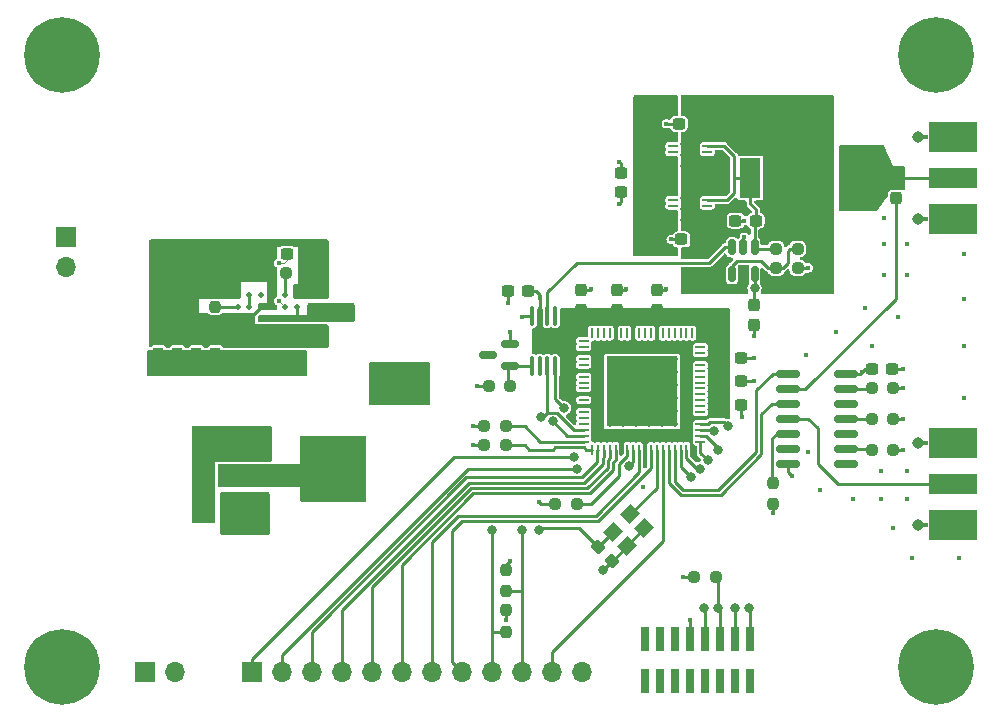
<source format=gbr>
%TF.GenerationSoftware,KiCad,Pcbnew,6.0.6-3a73a75311~116~ubuntu20.04.1*%
%TF.CreationDate,2022-09-22T11:08:12+01:00*%
%TF.ProjectId,UFOMothership,55464f4d-6f74-4686-9572-736869702e6b,rev?*%
%TF.SameCoordinates,Original*%
%TF.FileFunction,Copper,L1,Top*%
%TF.FilePolarity,Positive*%
%FSLAX46Y46*%
G04 Gerber Fmt 4.6, Leading zero omitted, Abs format (unit mm)*
G04 Created by KiCad (PCBNEW 6.0.6-3a73a75311~116~ubuntu20.04.1) date 2022-09-22 11:08:12*
%MOMM*%
%LPD*%
G01*
G04 APERTURE LIST*
G04 Aperture macros list*
%AMRoundRect*
0 Rectangle with rounded corners*
0 $1 Rounding radius*
0 $2 $3 $4 $5 $6 $7 $8 $9 X,Y pos of 4 corners*
0 Add a 4 corners polygon primitive as box body*
4,1,4,$2,$3,$4,$5,$6,$7,$8,$9,$2,$3,0*
0 Add four circle primitives for the rounded corners*
1,1,$1+$1,$2,$3*
1,1,$1+$1,$4,$5*
1,1,$1+$1,$6,$7*
1,1,$1+$1,$8,$9*
0 Add four rect primitives between the rounded corners*
20,1,$1+$1,$2,$3,$4,$5,0*
20,1,$1+$1,$4,$5,$6,$7,0*
20,1,$1+$1,$6,$7,$8,$9,0*
20,1,$1+$1,$8,$9,$2,$3,0*%
%AMRotRect*
0 Rectangle, with rotation*
0 The origin of the aperture is its center*
0 $1 length*
0 $2 width*
0 $3 Rotation angle, in degrees counterclockwise*
0 Add horizontal line*
21,1,$1,$2,0,0,$3*%
G04 Aperture macros list end*
%TA.AperFunction,SMDPad,CuDef*%
%ADD10RotRect,1.300000X1.100000X45.000000*%
%TD*%
%TA.AperFunction,SMDPad,CuDef*%
%ADD11RoundRect,0.237500X0.380070X-0.044194X-0.044194X0.380070X-0.380070X0.044194X0.044194X-0.380070X0*%
%TD*%
%TA.AperFunction,ComponentPad*%
%ADD12C,0.800000*%
%TD*%
%TA.AperFunction,ComponentPad*%
%ADD13C,6.400000*%
%TD*%
%TA.AperFunction,SMDPad,CuDef*%
%ADD14RoundRect,0.237500X-0.237500X0.250000X-0.237500X-0.250000X0.237500X-0.250000X0.237500X0.250000X0*%
%TD*%
%TA.AperFunction,SMDPad,CuDef*%
%ADD15RoundRect,0.237500X0.300000X0.237500X-0.300000X0.237500X-0.300000X-0.237500X0.300000X-0.237500X0*%
%TD*%
%TA.AperFunction,SMDPad,CuDef*%
%ADD16RoundRect,0.237500X-0.250000X-0.237500X0.250000X-0.237500X0.250000X0.237500X-0.250000X0.237500X0*%
%TD*%
%TA.AperFunction,SMDPad,CuDef*%
%ADD17R,0.750000X2.100000*%
%TD*%
%TA.AperFunction,SMDPad,CuDef*%
%ADD18RoundRect,0.237500X-0.300000X-0.237500X0.300000X-0.237500X0.300000X0.237500X-0.300000X0.237500X0*%
%TD*%
%TA.AperFunction,ComponentPad*%
%ADD19R,1.700000X1.700000*%
%TD*%
%TA.AperFunction,ComponentPad*%
%ADD20O,1.700000X1.700000*%
%TD*%
%TA.AperFunction,SMDPad,CuDef*%
%ADD21C,0.500000*%
%TD*%
%TA.AperFunction,SMDPad,CuDef*%
%ADD22R,4.190000X1.780000*%
%TD*%
%TA.AperFunction,ComponentPad*%
%ADD23C,0.970000*%
%TD*%
%TA.AperFunction,SMDPad,CuDef*%
%ADD24R,0.890000X0.460000*%
%TD*%
%TA.AperFunction,SMDPad,CuDef*%
%ADD25R,4.190000X2.665000*%
%TD*%
%TA.AperFunction,SMDPad,CuDef*%
%ADD26RoundRect,0.100000X0.100000X-0.712500X0.100000X0.712500X-0.100000X0.712500X-0.100000X-0.712500X0*%
%TD*%
%TA.AperFunction,SMDPad,CuDef*%
%ADD27RoundRect,0.237500X0.237500X-0.300000X0.237500X0.300000X-0.237500X0.300000X-0.237500X-0.300000X0*%
%TD*%
%TA.AperFunction,SMDPad,CuDef*%
%ADD28RoundRect,0.062500X0.375000X0.062500X-0.375000X0.062500X-0.375000X-0.062500X0.375000X-0.062500X0*%
%TD*%
%TA.AperFunction,SMDPad,CuDef*%
%ADD29RoundRect,0.062500X0.062500X0.375000X-0.062500X0.375000X-0.062500X-0.375000X0.062500X-0.375000X0*%
%TD*%
%TA.AperFunction,ComponentPad*%
%ADD30C,0.500000*%
%TD*%
%TA.AperFunction,SMDPad,CuDef*%
%ADD31R,6.000000X6.000000*%
%TD*%
%TA.AperFunction,SMDPad,CuDef*%
%ADD32R,1.800000X3.400000*%
%TD*%
%TA.AperFunction,SMDPad,CuDef*%
%ADD33R,3.400000X1.800000*%
%TD*%
%TA.AperFunction,SMDPad,CuDef*%
%ADD34RoundRect,0.150000X0.587500X0.150000X-0.587500X0.150000X-0.587500X-0.150000X0.587500X-0.150000X0*%
%TD*%
%TA.AperFunction,SMDPad,CuDef*%
%ADD35RoundRect,0.237500X-0.237500X0.300000X-0.237500X-0.300000X0.237500X-0.300000X0.237500X0.300000X0*%
%TD*%
%TA.AperFunction,SMDPad,CuDef*%
%ADD36RoundRect,0.062500X0.362500X0.062500X-0.362500X0.062500X-0.362500X-0.062500X0.362500X-0.062500X0*%
%TD*%
%TA.AperFunction,SMDPad,CuDef*%
%ADD37R,1.650000X2.380000*%
%TD*%
%TA.AperFunction,SMDPad,CuDef*%
%ADD38RoundRect,0.150000X-0.825000X-0.150000X0.825000X-0.150000X0.825000X0.150000X-0.825000X0.150000X0*%
%TD*%
%TA.AperFunction,SMDPad,CuDef*%
%ADD39RoundRect,0.150000X-0.150000X0.512500X-0.150000X-0.512500X0.150000X-0.512500X0.150000X0.512500X0*%
%TD*%
%TA.AperFunction,SMDPad,CuDef*%
%ADD40RoundRect,0.237500X0.250000X0.237500X-0.250000X0.237500X-0.250000X-0.237500X0.250000X-0.237500X0*%
%TD*%
%TA.AperFunction,SMDPad,CuDef*%
%ADD41R,2.200000X3.900000*%
%TD*%
%TA.AperFunction,SMDPad,CuDef*%
%ADD42R,2.000000X1.500000*%
%TD*%
%TA.AperFunction,SMDPad,CuDef*%
%ADD43R,2.000000X3.800000*%
%TD*%
%TA.AperFunction,ViaPad*%
%ADD44C,0.800000*%
%TD*%
%TA.AperFunction,ViaPad*%
%ADD45C,0.400000*%
%TD*%
%TA.AperFunction,Conductor*%
%ADD46C,0.250000*%
%TD*%
%TA.AperFunction,Conductor*%
%ADD47C,0.100000*%
%TD*%
G04 APERTURE END LIST*
D10*
%TO.P,X1,1,EN*%
%TO.N,GND*%
X180040901Y-97925825D03*
%TO.P,X1,2,GND*%
X181525825Y-96440901D03*
%TO.P,X1,3,OUT*%
%TO.N,/CLK*%
X180359099Y-95274175D03*
%TO.P,X1,4,Vdd*%
%TO.N,+3.3V*%
X178874175Y-96759099D03*
%TD*%
D11*
%TO.P,C24,1*%
%TO.N,GND*%
X178819760Y-99219760D03*
%TO.P,C24,2*%
%TO.N,+3.3V*%
X177600000Y-98000000D03*
%TD*%
D12*
%TO.P,REF\u002A\u002A,1*%
%TO.N,N/C*%
X206200000Y-110600000D03*
D13*
X206200000Y-108200000D03*
D12*
X207897056Y-106502944D03*
X204502944Y-106502944D03*
X207897056Y-109897056D03*
X204502944Y-109897056D03*
X203800000Y-108200000D03*
X206200000Y-105800000D03*
X208600000Y-108200000D03*
%TD*%
D13*
%TO.P,REF\u002A\u002A,1*%
%TO.N,N/C*%
X206200000Y-56400000D03*
D12*
X207897056Y-54702944D03*
X204502944Y-58097056D03*
X207897056Y-58097056D03*
X208600000Y-56400000D03*
X206200000Y-58800000D03*
X206200000Y-54000000D03*
X204502944Y-54702944D03*
X203800000Y-56400000D03*
%TD*%
D14*
%TO.P,R7,1*%
%TO.N,GND*%
X145200000Y-75887500D03*
%TO.P,R7,2*%
%TO.N,Net-(R7-Pad2)*%
X145200000Y-77712500D03*
%TD*%
D15*
%TO.P,C16,1*%
%TO.N,+VDC*%
X181262500Y-66400000D03*
%TO.P,C16,2*%
%TO.N,GND*%
X179537500Y-66400000D03*
%TD*%
D16*
%TO.P,R9,1*%
%TO.N,Net-(R16-Pad1)*%
X192687500Y-74400000D03*
%TO.P,R9,2*%
%TO.N,GND*%
X194512500Y-74400000D03*
%TD*%
D17*
%TO.P,J7,1,Pin_1*%
%TO.N,unconnected-(J7-Pad1)*%
X181555000Y-105800000D03*
%TO.P,J7,2,Pin_2*%
%TO.N,unconnected-(J7-Pad2)*%
X181555000Y-109400000D03*
%TO.P,J7,3,Pin_3*%
%TO.N,unconnected-(J7-Pad3)*%
X182825000Y-105800000D03*
%TO.P,J7,4,Pin_4*%
%TO.N,unconnected-(J7-Pad4)*%
X182825000Y-109400000D03*
%TO.P,J7,5,Pin_5*%
%TO.N,unconnected-(J7-Pad5)*%
X184095000Y-105800000D03*
%TO.P,J7,6,Pin_6*%
%TO.N,unconnected-(J7-Pad6)*%
X184095000Y-109400000D03*
%TO.P,J7,7,Pin_7*%
%TO.N,GND*%
X185365000Y-105800000D03*
%TO.P,J7,8,Pin_8*%
%TO.N,unconnected-(J7-Pad8)*%
X185365000Y-109400000D03*
%TO.P,J7,9,Pin_9*%
%TO.N,TMS*%
X186635000Y-105800000D03*
%TO.P,J7,10,Pin_10*%
%TO.N,unconnected-(J7-Pad10)*%
X186635000Y-109400000D03*
%TO.P,J7,11,Pin_11*%
%TO.N,TCK*%
X187905000Y-105800000D03*
%TO.P,J7,12,Pin_12*%
%TO.N,unconnected-(J7-Pad12)*%
X187905000Y-109400000D03*
%TO.P,J7,13,Pin_13*%
%TO.N,TDI*%
X189175000Y-105800000D03*
%TO.P,J7,14,Pin_14*%
%TO.N,unconnected-(J7-Pad14)*%
X189175000Y-109400000D03*
%TO.P,J7,15,Pin_15*%
%TO.N,TDO*%
X190445000Y-105800000D03*
%TO.P,J7,16,Pin_16*%
%TO.N,unconnected-(J7-Pad16)*%
X190445000Y-109400000D03*
%TD*%
D18*
%TO.P,C15,1*%
%TO.N,+5V*%
X200800000Y-83000000D03*
%TO.P,C15,2*%
%TO.N,GND*%
X202525000Y-83000000D03*
%TD*%
D19*
%TO.P,J6,1,Pin_1*%
%TO.N,+5V*%
X139260000Y-108600000D03*
D20*
%TO.P,J6,2,Pin_2*%
%TO.N,GND*%
X141800000Y-108600000D03*
%TD*%
D21*
%TO.P,U1,A1,GND*%
%TO.N,GND*%
X147100000Y-76700000D03*
%TO.P,U1,A2,BIAS*%
%TO.N,Net-(U1-PadA2)*%
X148100000Y-76700000D03*
%TO.P,U1,A3,PG*%
%TO.N,unconnected-(U1-PadA3)*%
X149100000Y-76700000D03*
%TO.P,U1,A4,GND*%
%TO.N,GND*%
X150100000Y-76700000D03*
%TO.P,U1,A5,RT*%
%TO.N,Net-(R6-Pad1)*%
X151100000Y-76700000D03*
%TO.P,U1,A6,GND*%
%TO.N,GND*%
X152100000Y-76700000D03*
%TO.P,U1,B1,FB*%
%TO.N,Net-(R7-Pad2)*%
X147100000Y-77700000D03*
%TO.P,U1,B2,AUX*%
%TO.N,Net-(U1-PadA2)*%
X148100000Y-77700000D03*
%TO.P,U1,B3,GND*%
%TO.N,GND*%
X149100000Y-77700000D03*
%TO.P,U1,B4,SYNC*%
X150100000Y-77700000D03*
%TO.P,U1,B5,TR/SS*%
%TO.N,Net-(C3-Pad2)*%
X151100000Y-77700000D03*
%TO.P,U1,B6,RUN*%
%TO.N,+VDC*%
X152100000Y-77700000D03*
%TO.P,U1,C1,GND*%
%TO.N,GND*%
X147100000Y-78700000D03*
%TO.P,U1,C2,GND*%
X148100000Y-78700000D03*
%TO.P,U1,C3,VIN*%
%TO.N,+VDC*%
X149100000Y-78700000D03*
%TO.P,U1,C4,VIN*%
X150100000Y-78700000D03*
%TO.P,U1,C5,VIN*%
X151100000Y-78700000D03*
%TO.P,U1,C6,VIN*%
X152100000Y-78700000D03*
%TO.P,U1,D1,GND*%
%TO.N,GND*%
X147100000Y-79700000D03*
%TO.P,U1,D2,GND*%
X148100000Y-79700000D03*
%TO.P,U1,D3,GND*%
X149100000Y-79700000D03*
%TO.P,U1,D4,GND*%
X150100000Y-79700000D03*
%TO.P,U1,D5,GND*%
X151100000Y-79700000D03*
%TO.P,U1,D6,GND*%
X152100000Y-79700000D03*
%TO.P,U1,E1,GND*%
X147100000Y-80700000D03*
%TO.P,U1,E2,GND*%
X148100000Y-80700000D03*
%TO.P,U1,E3,GND*%
X149100000Y-80700000D03*
%TO.P,U1,E4,GND*%
X150100000Y-80700000D03*
%TO.P,U1,E5,GND*%
X151100000Y-80700000D03*
%TO.P,U1,E6,GND*%
X152100000Y-80700000D03*
%TO.P,U1,F1,VOUT*%
%TO.N,+5V*%
X147100000Y-81700000D03*
%TO.P,U1,F2,VOUT*%
X148100000Y-81700000D03*
%TO.P,U1,F3,VOUT*%
X149100000Y-81700000D03*
%TO.P,U1,F4,VOUT*%
X150100000Y-81700000D03*
%TO.P,U1,F5,VOUT*%
X151100000Y-81700000D03*
%TO.P,U1,F6,VOUT*%
X152100000Y-81700000D03*
%TD*%
D18*
%TO.P,C11,1*%
%TO.N,GND*%
X184475000Y-62200000D03*
%TO.P,C11,2*%
%TO.N,/BIAS*%
X186200000Y-62200000D03*
%TD*%
D22*
%TO.P,J4,1,In*%
%TO.N,/TRIG+BIAS*%
X207665000Y-66800000D03*
D23*
%TO.P,J4,2,Ext*%
%TO.N,GND*%
X204680000Y-70292500D03*
X204680000Y-63307500D03*
D24*
X205125000Y-63307500D03*
X205125000Y-70292500D03*
D25*
X207665000Y-70292500D03*
X207665000Y-63307500D03*
%TD*%
D12*
%TO.P,REF\u002A\u002A,1*%
%TO.N,N/C*%
X130502944Y-106502944D03*
X130502944Y-109897056D03*
X134600000Y-108200000D03*
X133897056Y-106502944D03*
X132200000Y-105800000D03*
X133897056Y-109897056D03*
D13*
X132200000Y-108200000D03*
D12*
X132200000Y-110600000D03*
X129800000Y-108200000D03*
%TD*%
D26*
%TO.P,U2,1,REF*%
%TO.N,Net-(R8-Pad2)*%
X172025000Y-82712500D03*
%TO.P,U2,2,ADDR*%
%TO.N,unconnected-(U2-Pad2)*%
X172675000Y-82712500D03*
%TO.P,U2,3,SCL*%
%TO.N,/SCL*%
X173325000Y-82712500D03*
%TO.P,U2,4,SDA*%
%TO.N,/SDA*%
X173975000Y-82712500D03*
%TO.P,U2,5,~{AUX}*%
%TO.N,/~{AUX}*%
X173975000Y-78487500D03*
%TO.P,U2,6,OUT*%
%TO.N,Net-(U2-Pad6)*%
X173325000Y-78487500D03*
%TO.P,U2,7,VDD*%
%TO.N,+3.3V*%
X172675000Y-78487500D03*
%TO.P,U2,8,GND*%
%TO.N,GND*%
X172025000Y-78487500D03*
%TD*%
D27*
%TO.P,C21,1*%
%TO.N,+3.3V*%
X176200000Y-77999999D03*
%TO.P,C21,2*%
%TO.N,GND*%
X176200000Y-76274999D03*
%TD*%
D16*
%TO.P,R3,1*%
%TO.N,+3.3V*%
X167975000Y-87800000D03*
%TO.P,R3,2*%
%TO.N,Net-(R3-Pad2)*%
X169800000Y-87800000D03*
%TD*%
%TO.P,R8,1*%
%TO.N,+3.3V*%
X168375000Y-84387500D03*
%TO.P,R8,2*%
%TO.N,Net-(R8-Pad2)*%
X170200000Y-84387500D03*
%TD*%
D15*
%TO.P,C3,1*%
%TO.N,GND*%
X153000000Y-73200000D03*
%TO.P,C3,2*%
%TO.N,Net-(C3-Pad2)*%
X151275000Y-73200000D03*
%TD*%
D14*
%TO.P,R10,1*%
%TO.N,+3.3V*%
X169800000Y-103375000D03*
%TO.P,R10,2*%
%TO.N,/SCL*%
X169800000Y-105200000D03*
%TD*%
D28*
%TO.P,U3,1,TDI*%
%TO.N,TDI*%
X186287500Y-89112500D03*
%TO.P,U3,2,TDO*%
%TO.N,TDO*%
X186287500Y-88612500D03*
%TO.P,U3,3,PT11A*%
%TO.N,/GPIO0*%
X186287500Y-88112500D03*
%TO.P,U3,4,PT11B*%
%TO.N,/GPIO1*%
X186287500Y-87612500D03*
%TO.P,U3,5,VCC*%
%TO.N,+3.3V*%
X186287500Y-87112500D03*
%TO.P,U3,6,PL16A-I3C*%
%TO.N,unconnected-(U3-Pad6)*%
X186287500Y-86612500D03*
%TO.P,U3,7,PL16B-I3C*%
%TO.N,unconnected-(U3-Pad7)*%
X186287500Y-86112500D03*
%TO.P,U3,8,PL17A-PCLKT3_0/I3C*%
%TO.N,unconnected-(U3-Pad8)*%
X186287500Y-85612500D03*
%TO.P,U3,9,PL17B-PCLKC3_0/I3C*%
%TO.N,unconnected-(U3-Pad9)*%
X186287500Y-85112500D03*
%TO.P,U3,10,PL19A-I3C*%
%TO.N,unconnected-(U3-Pad10)*%
X186287500Y-84612500D03*
%TO.P,U3,11,PL19B-I3C*%
%TO.N,unconnected-(U3-Pad11)*%
X186287500Y-84112500D03*
%TO.P,U3,12,PL20A-I3C*%
%TO.N,unconnected-(U3-Pad12)*%
X186287500Y-83612500D03*
%TO.P,U3,13,PL20B-I3C*%
%TO.N,unconnected-(U3-Pad13)*%
X186287500Y-83112500D03*
%TO.P,U3,14,PL20C*%
%TO.N,unconnected-(U3-Pad14)*%
X186287500Y-82612500D03*
%TO.P,U3,15,VCCIO3*%
%TO.N,+3.3V*%
X186287500Y-82112500D03*
%TO.P,U3,16,PB4A-CSSPIN*%
%TO.N,unconnected-(U3-Pad16)*%
X186287500Y-81612500D03*
%TO.P,U3,17,PB4B*%
%TO.N,unconnected-(U3-Pad17)*%
X186287500Y-81112500D03*
%TO.P,U3,18,VCCIO2*%
%TO.N,+3.3V*%
X186287500Y-80612500D03*
D29*
%TO.P,U3,19,PB9A-MCLK/CCLK*%
%TO.N,unconnected-(U3-Pad19)*%
X185600000Y-79925000D03*
%TO.P,U3,20,PB9B-SO/SPISO*%
%TO.N,unconnected-(U3-Pad20)*%
X185100000Y-79925000D03*
%TO.P,U3,21,PB10A*%
%TO.N,unconnected-(U3-Pad21)*%
X184600000Y-79925000D03*
%TO.P,U3,22,PB10A*%
%TO.N,unconnected-(U3-Pad22)*%
X184100000Y-79925000D03*
%TO.P,U3,23,PB13A-PCLKT2_0*%
%TO.N,unconnected-(U3-Pad23)*%
X183600000Y-79925000D03*
%TO.P,U3,24,PB13B-PCLKC2_0*%
%TO.N,unconnected-(U3-Pad24)*%
X183100000Y-79925000D03*
%TO.P,U3,25,VCCIO2*%
%TO.N,+3.3V*%
X182600000Y-79925000D03*
%TO.P,U3,26,PB20A-PCLKT2_1*%
%TO.N,unconnected-(U3-Pad26)*%
X182100000Y-79925000D03*
%TO.P,U3,27,PB20B-PCLK_C2_1*%
%TO.N,unconnected-(U3-Pad27)*%
X181600000Y-79925000D03*
%TO.P,U3,28,PB23C*%
%TO.N,unconnected-(U3-Pad28)*%
X181100000Y-79925000D03*
%TO.P,U3,29,VCC*%
%TO.N,+3.3V*%
X180600000Y-79925000D03*
%TO.P,U3,30,PB24A*%
%TO.N,unconnected-(U3-Pad30)*%
X180100000Y-79925000D03*
%TO.P,U3,31,PB24B*%
%TO.N,unconnected-(U3-Pad31)*%
X179600000Y-79925000D03*
%TO.P,U3,32,VCCIO2*%
%TO.N,+3.3V*%
X179100000Y-79925000D03*
%TO.P,U3,33,PB26A*%
%TO.N,unconnected-(U3-Pad33)*%
X178600000Y-79925000D03*
%TO.P,U3,34,PB26B*%
%TO.N,unconnected-(U3-Pad34)*%
X178100000Y-79925000D03*
%TO.P,U3,35,PB30A-SN*%
%TO.N,unconnected-(U3-Pad35)*%
X177600000Y-79925000D03*
%TO.P,U3,36,PB30B-SI/SISPI*%
%TO.N,unconnected-(U3-Pad36)*%
X177100000Y-79925000D03*
D28*
%TO.P,U3,37,PR18A*%
%TO.N,unconnected-(U3-Pad37)*%
X176412500Y-80612500D03*
%TO.P,U3,38,PR15B*%
%TO.N,unconnected-(U3-Pad38)*%
X176412500Y-81112500D03*
%TO.P,U3,39,VCCIO1*%
%TO.N,+3.3V*%
X176412500Y-81612500D03*
%TO.P,U3,40,PR15A*%
%TO.N,unconnected-(U3-Pad40)*%
X176412500Y-82112500D03*
%TO.P,U3,41,PR10B-PCLKC1_0*%
%TO.N,unconnected-(U3-Pad41)*%
X176412500Y-82612500D03*
%TO.P,U3,42,VCCIO1*%
%TO.N,+3.3V*%
X176412500Y-83112500D03*
%TO.P,U3,43,PR10A-PCLKT1_0*%
%TO.N,unconnected-(U3-Pad43)*%
X176412500Y-83612500D03*
%TO.P,U3,44,PR8B*%
%TO.N,unconnected-(U3-Pad44)*%
X176412500Y-84112500D03*
%TO.P,U3,45,PR8A*%
%TO.N,unconnected-(U3-Pad45)*%
X176412500Y-84612500D03*
%TO.P,U3,46,VCC*%
%TO.N,+3.3V*%
X176412500Y-85112500D03*
%TO.P,U3,47,PR5A*%
%TO.N,unconnected-(U3-Pad47)*%
X176412500Y-85612500D03*
%TO.P,U3,48,VCCIO1*%
%TO.N,+3.3V*%
X176412500Y-86112500D03*
%TO.P,U3,49,PR3B-R_GPLLC_IN*%
%TO.N,unconnected-(U3-Pad49)*%
X176412500Y-86612500D03*
%TO.P,U3,50,PR3A-R_GPLLT_IN*%
%TO.N,unconnected-(U3-Pad50)*%
X176412500Y-87112500D03*
%TO.P,U3,51,PR2C*%
%TO.N,unconnected-(U3-Pad51)*%
X176412500Y-87612500D03*
%TO.P,U3,52,PR2B-R_GPLLC_FB*%
%TO.N,/SCL*%
X176412500Y-88112500D03*
%TO.P,U3,53,PR2A-R_GPLLT_FB*%
%TO.N,/SDA*%
X176412500Y-88612500D03*
%TO.P,U3,54,PT28D-DONE*%
%TO.N,Net-(R3-Pad2)*%
X176412500Y-89112500D03*
D29*
%TO.P,U3,55,PT28C-INITN*%
%TO.N,Net-(R2-Pad2)*%
X177100000Y-89800000D03*
%TO.P,U3,56,PT25B*%
%TO.N,/GPIO2*%
X177600000Y-89800000D03*
%TO.P,U3,57,PT25A*%
%TO.N,/GPIO3*%
X178100000Y-89800000D03*
%TO.P,U3,58,PT24B*%
%TO.N,/GPIO4*%
X178600000Y-89800000D03*
%TO.P,U3,59,PT24A*%
%TO.N,/GPIO5*%
X179100000Y-89800000D03*
%TO.P,U3,60,VCCIO0*%
%TO.N,+3.3V*%
X179600000Y-89800000D03*
%TO.P,U3,61,PT23D-PROGRAMN*%
%TO.N,/PROGRAMN*%
X180100000Y-89800000D03*
%TO.P,U3,62,JTAGENB*%
%TO.N,Net-(R5-Pad2)*%
X180600000Y-89800000D03*
%TO.P,U3,63,PT21B*%
%TO.N,/GPIO6*%
X181100000Y-89800000D03*
%TO.P,U3,64,VCCIO0*%
%TO.N,+3.3V*%
X181600000Y-89800000D03*
%TO.P,U3,65,PT21A*%
%TO.N,/GPIO7*%
X182100000Y-89800000D03*
%TO.P,U3,66,PT20D-SDA/PCLKC0_0*%
%TO.N,/CLK*%
X182600000Y-89800000D03*
%TO.P,U3,67,PT20C-SCL/PCLKT0_0*%
%TO.N,/TRIGGER_IN*%
X183100000Y-89800000D03*
%TO.P,U3,68,PT18B-PCLKC0_1*%
%TO.N,/FPGA_PULSE*%
X183600000Y-89800000D03*
%TO.P,U3,69,PT18A-PCLKTO_1*%
%TO.N,/FPGA_TRIGGER*%
X184100000Y-89800000D03*
%TO.P,U3,70,TMS*%
%TO.N,TMS*%
X184600000Y-89800000D03*
%TO.P,U3,71,TCK*%
%TO.N,TCK*%
X185100000Y-89800000D03*
%TO.P,U3,72,VCCIO0*%
%TO.N,+3.3V*%
X185600000Y-89800000D03*
D30*
%TO.P,U3,73,GND*%
%TO.N,GND*%
X180800000Y-86512500D03*
X184100000Y-85412500D03*
X179700000Y-82112500D03*
X178600000Y-82112500D03*
X184100000Y-86512500D03*
X183000000Y-82112500D03*
X180800000Y-87612500D03*
X184100000Y-82112500D03*
X183000000Y-87612500D03*
X184100000Y-84312500D03*
X183000000Y-85412500D03*
X184100000Y-87612500D03*
X178600000Y-85412500D03*
X178600000Y-86512500D03*
X178600000Y-83212500D03*
X179700000Y-84312500D03*
X181900000Y-87612500D03*
X181900000Y-86512500D03*
X179700000Y-86512500D03*
X180800000Y-83212500D03*
X181900000Y-83212500D03*
X178600000Y-87612500D03*
X180800000Y-84312500D03*
X181900000Y-85412500D03*
X180800000Y-82112500D03*
X180800000Y-85412500D03*
X179700000Y-83212500D03*
X181900000Y-84312500D03*
X179700000Y-87612500D03*
X179700000Y-85412500D03*
X183000000Y-86512500D03*
X183000000Y-83212500D03*
X184100000Y-83212500D03*
X181900000Y-82112500D03*
D31*
X181350000Y-84862500D03*
D30*
X183000000Y-84312500D03*
X178600000Y-84312500D03*
%TD*%
D16*
%TO.P,R15,1*%
%TO.N,Net-(R15-Pad1)*%
X200800000Y-84600000D03*
%TO.P,R15,2*%
%TO.N,GND*%
X202625000Y-84600000D03*
%TD*%
D19*
%TO.P,J2,1,Pin_1*%
%TO.N,/GPIO0*%
X148280000Y-108600000D03*
D20*
%TO.P,J2,2,Pin_2*%
%TO.N,/GPIO1*%
X150820000Y-108600000D03*
%TO.P,J2,3,Pin_3*%
%TO.N,/GPIO2*%
X153360000Y-108600000D03*
%TO.P,J2,4,Pin_4*%
%TO.N,/GPIO3*%
X155900000Y-108600000D03*
%TO.P,J2,5,Pin_5*%
%TO.N,/GPIO4*%
X158440000Y-108600000D03*
%TO.P,J2,6,Pin_6*%
%TO.N,/GPIO5*%
X160980000Y-108600000D03*
%TO.P,J2,7,Pin_7*%
%TO.N,/GPIO6*%
X163520000Y-108600000D03*
%TO.P,J2,8,Pin_8*%
%TO.N,/GPIO7*%
X166060000Y-108600000D03*
%TO.P,J2,9,Pin_9*%
%TO.N,/SCL*%
X168600000Y-108600000D03*
%TO.P,J2,10,Pin_10*%
%TO.N,/SDA*%
X171140000Y-108600000D03*
%TO.P,J2,11,Pin_11*%
%TO.N,/TRIGGER_IN*%
X173680000Y-108600000D03*
%TO.P,J2,12,Pin_12*%
%TO.N,GND*%
X176220000Y-108600000D03*
%TD*%
D32*
%TO.P,TP1,1,1*%
%TO.N,/SET*%
X190512500Y-66800000D03*
%TD*%
D33*
%TO.P,TP2,1,1*%
%TO.N,GND*%
X160800000Y-84000000D03*
%TD*%
D27*
%TO.P,C4,1*%
%TO.N,+5V*%
X142000000Y-81662500D03*
%TO.P,C4,2*%
%TO.N,GND*%
X142000000Y-79937500D03*
%TD*%
%TO.P,C22,1*%
%TO.N,+3.3V*%
X182600000Y-77999999D03*
%TO.P,C22,2*%
%TO.N,GND*%
X182600000Y-76274999D03*
%TD*%
D15*
%TO.P,C5,1*%
%TO.N,+3.3V*%
X146262500Y-92000000D03*
%TO.P,C5,2*%
%TO.N,GND*%
X144537500Y-92000000D03*
%TD*%
%TO.P,C12,1*%
%TO.N,/BIAS*%
X186399999Y-72000000D03*
%TO.P,C12,2*%
%TO.N,GND*%
X184674999Y-72000000D03*
%TD*%
D34*
%TO.P,U6,1,K*%
%TO.N,Net-(R8-Pad2)*%
X170137500Y-82737500D03*
%TO.P,U6,2,A*%
%TO.N,GND*%
X170137500Y-80837500D03*
%TO.P,U6,3*%
%TO.N,N/C*%
X168262500Y-81787500D03*
%TD*%
D15*
%TO.P,C2,1*%
%TO.N,+5V*%
X146262500Y-94400000D03*
%TO.P,C2,2*%
%TO.N,GND*%
X144537500Y-94400000D03*
%TD*%
D12*
%TO.P,REF\u002A\u002A,1*%
%TO.N,N/C*%
X130502944Y-54702944D03*
X132200000Y-58800000D03*
X134600000Y-56400000D03*
X133897056Y-58097056D03*
D13*
X132200000Y-56400000D03*
D12*
X133897056Y-54702944D03*
X132200000Y-54000000D03*
X129800000Y-56400000D03*
X130502944Y-58097056D03*
%TD*%
D35*
%TO.P,C10,1*%
%TO.N,/TRIG+BIAS*%
X202800000Y-66800000D03*
%TO.P,C10,2*%
%TO.N,/TRIGGER*%
X202800000Y-68525000D03*
%TD*%
D15*
%TO.P,C17,1*%
%TO.N,+VDC*%
X181262500Y-68000000D03*
%TO.P,C17,2*%
%TO.N,GND*%
X179537500Y-68000000D03*
%TD*%
D19*
%TO.P,J1,1,Pin_1*%
%TO.N,+VDC*%
X132600000Y-71800000D03*
D20*
%TO.P,J1,2,Pin_2*%
%TO.N,GND*%
X132600000Y-74340000D03*
%TD*%
D16*
%TO.P,R2,1*%
%TO.N,+3.3V*%
X167975000Y-89400000D03*
%TO.P,R2,2*%
%TO.N,Net-(R2-Pad2)*%
X169800000Y-89400000D03*
%TD*%
D18*
%TO.P,C20,1*%
%TO.N,+3.3V*%
X188000000Y-84000000D03*
%TO.P,C20,2*%
%TO.N,GND*%
X189725000Y-84000000D03*
%TD*%
D27*
%TO.P,C19,1*%
%TO.N,+3.3V*%
X179200000Y-77999999D03*
%TO.P,C19,2*%
%TO.N,GND*%
X179200000Y-76274999D03*
%TD*%
%TO.P,C6,1*%
%TO.N,+5V*%
X140400000Y-81662500D03*
%TO.P,C6,2*%
%TO.N,GND*%
X140400000Y-79937500D03*
%TD*%
D16*
%TO.P,R14,1*%
%TO.N,Net-(R14-Pad1)*%
X200800000Y-87200000D03*
%TO.P,R14,2*%
%TO.N,GND*%
X202625000Y-87200000D03*
%TD*%
D36*
%TO.P,U9,1,OUT*%
%TO.N,/BIAS*%
X186850000Y-70150000D03*
%TO.P,U9,2,OUT*%
X186850000Y-69650000D03*
%TO.P,U9,3*%
%TO.N,N/C*%
X186850000Y-69150000D03*
%TO.P,U9,4,SET*%
%TO.N,/SET*%
X186850000Y-68650000D03*
%TO.P,U9,5*%
%TO.N,N/C*%
X183950000Y-68650000D03*
%TO.P,U9,6*%
X183950000Y-69150000D03*
%TO.P,U9,7,IN*%
%TO.N,+VDC*%
X183950000Y-69650000D03*
%TO.P,U9,8,IN*%
X183950000Y-70150000D03*
D30*
%TO.P,U9,9,OUT*%
%TO.N,/BIAS*%
X184825000Y-70340000D03*
X185975000Y-68460000D03*
X184825000Y-68460000D03*
D37*
X185400000Y-69400000D03*
D30*
X184825000Y-69400000D03*
X185975000Y-70340000D03*
X185975000Y-69400000D03*
%TD*%
D38*
%TO.P,U5,1,1A*%
%TO.N,/FPGA_TRIGGER*%
X193675001Y-83352500D03*
%TO.P,U5,2,1Y*%
%TO.N,/TRIGGER*%
X193675001Y-84622500D03*
%TO.P,U5,3,2A*%
%TO.N,/FPGA_PULSE*%
X193675001Y-85892500D03*
%TO.P,U5,4,2Y*%
%TO.N,/PULSE*%
X193675001Y-87162500D03*
%TO.P,U5,5,3A*%
%TO.N,Net-(R12-Pad1)*%
X193675001Y-88432500D03*
%TO.P,U5,6,3Y*%
%TO.N,unconnected-(U5-Pad6)*%
X193675001Y-89702500D03*
%TO.P,U5,7,GND*%
%TO.N,GND*%
X193675001Y-90972500D03*
%TO.P,U5,8,4Y*%
%TO.N,unconnected-(U5-Pad8)*%
X198625001Y-90972500D03*
%TO.P,U5,9,4A*%
%TO.N,Net-(R13-Pad1)*%
X198625001Y-89702500D03*
%TO.P,U5,10,5Y*%
%TO.N,unconnected-(U5-Pad10)*%
X198625001Y-88432500D03*
%TO.P,U5,11,5A*%
%TO.N,Net-(R14-Pad1)*%
X198625001Y-87162500D03*
%TO.P,U5,12,6Y*%
%TO.N,unconnected-(U5-Pad12)*%
X198625001Y-85892500D03*
%TO.P,U5,13,6A*%
%TO.N,Net-(R15-Pad1)*%
X198625001Y-84622500D03*
%TO.P,U5,14,VCC*%
%TO.N,+5V*%
X198625001Y-83352500D03*
%TD*%
D16*
%TO.P,R13,1*%
%TO.N,Net-(R13-Pad1)*%
X200800000Y-89800000D03*
%TO.P,R13,2*%
%TO.N,GND*%
X202625000Y-89800000D03*
%TD*%
D39*
%TO.P,U7,1,OUT*%
%TO.N,/SET*%
X190862501Y-72662500D03*
%TO.P,U7,2,V-*%
%TO.N,GND*%
X189912501Y-72662500D03*
%TO.P,U7,3,IN+*%
%TO.N,Net-(U2-Pad6)*%
X188962501Y-72662500D03*
%TO.P,U7,4,IN-*%
%TO.N,Net-(R16-Pad1)*%
X188962501Y-74937500D03*
%TO.P,U7,5,V+*%
%TO.N,+VDC*%
X190862501Y-74937500D03*
%TD*%
D40*
%TO.P,R16,1*%
%TO.N,Net-(R16-Pad1)*%
X194512500Y-72800000D03*
%TO.P,R16,2*%
%TO.N,/SET*%
X192687500Y-72800000D03*
%TD*%
D22*
%TO.P,J3,1,In*%
%TO.N,/PULSE*%
X207665000Y-92707500D03*
D25*
%TO.P,J3,2,Ext*%
%TO.N,GND*%
X207665000Y-89215000D03*
X207665000Y-96200000D03*
D23*
X204680000Y-96200000D03*
D24*
X205125000Y-89215000D03*
D23*
X204680000Y-89215000D03*
D24*
X205125000Y-96200000D03*
%TD*%
D18*
%TO.P,C18,1*%
%TO.N,+3.3V*%
X188000000Y-82000000D03*
%TO.P,C18,2*%
%TO.N,GND*%
X189725000Y-82000000D03*
%TD*%
D16*
%TO.P,R1,1*%
%TO.N,+3.3V*%
X173975000Y-94400000D03*
%TO.P,R1,2*%
%TO.N,/PROGRAMN*%
X175800000Y-94400000D03*
%TD*%
D27*
%TO.P,C7,1*%
%TO.N,+5V*%
X145200000Y-81662500D03*
%TO.P,C7,2*%
%TO.N,GND*%
X145200000Y-79937500D03*
%TD*%
D14*
%TO.P,R12,1*%
%TO.N,Net-(R12-Pad1)*%
X192400000Y-92600000D03*
%TO.P,R12,2*%
%TO.N,GND*%
X192400000Y-94425000D03*
%TD*%
D18*
%TO.P,C9,1*%
%TO.N,GND*%
X189250001Y-70400000D03*
%TO.P,C9,2*%
%TO.N,/SET*%
X190975001Y-70400000D03*
%TD*%
D36*
%TO.P,U8,1,OUT*%
%TO.N,/BIAS*%
X186849999Y-65600001D03*
%TO.P,U8,2,OUT*%
X186849999Y-65100001D03*
%TO.P,U8,3*%
%TO.N,N/C*%
X186849999Y-64600001D03*
%TO.P,U8,4,SET*%
%TO.N,/SET*%
X186849999Y-64100001D03*
%TO.P,U8,5*%
%TO.N,N/C*%
X183949999Y-64100001D03*
%TO.P,U8,6*%
X183949999Y-64600001D03*
%TO.P,U8,7,IN*%
%TO.N,+VDC*%
X183949999Y-65100001D03*
%TO.P,U8,8,IN*%
X183949999Y-65600001D03*
D30*
%TO.P,U8,9,OUT*%
%TO.N,/BIAS*%
X185974999Y-63910001D03*
X185974999Y-64850001D03*
D37*
X185399999Y-64850001D03*
D30*
X184824999Y-65790001D03*
X185974999Y-65790001D03*
X184824999Y-64850001D03*
X184824999Y-63910001D03*
%TD*%
D35*
%TO.P,C1,1*%
%TO.N,+VDC*%
X154000000Y-78274999D03*
%TO.P,C1,2*%
%TO.N,GND*%
X154000000Y-79999999D03*
%TD*%
D27*
%TO.P,C8,1*%
%TO.N,+5V*%
X143600000Y-81662500D03*
%TO.P,C8,2*%
%TO.N,GND*%
X143600000Y-79937500D03*
%TD*%
D14*
%TO.P,R11,1*%
%TO.N,+3.3V*%
X169800000Y-99975000D03*
%TO.P,R11,2*%
%TO.N,/SDA*%
X169800000Y-101800000D03*
%TD*%
D16*
%TO.P,R4,1*%
%TO.N,GND*%
X185775000Y-100600000D03*
%TO.P,R4,2*%
%TO.N,TCK*%
X187600000Y-100600000D03*
%TD*%
D41*
%TO.P,L1,1,1*%
%TO.N,/BIAS*%
X196000000Y-66800000D03*
%TO.P,L1,2,2*%
%TO.N,/TRIG+BIAS*%
X199800000Y-66800000D03*
%TD*%
D16*
%TO.P,R6,1*%
%TO.N,Net-(R6-Pad1)*%
X151175000Y-74800000D03*
%TO.P,R6,2*%
%TO.N,GND*%
X153000000Y-74800000D03*
%TD*%
D35*
%TO.P,C14,1*%
%TO.N,+VDC*%
X190800000Y-77537500D03*
%TO.P,C14,2*%
%TO.N,GND*%
X190800000Y-79262500D03*
%TD*%
D42*
%TO.P,U4,1,GND*%
%TO.N,GND*%
X148650000Y-89700000D03*
%TO.P,U4,2,VO*%
%TO.N,+3.3V*%
X148650000Y-92000000D03*
D43*
X154950000Y-92000000D03*
D42*
%TO.P,U4,3,VI*%
%TO.N,+5V*%
X148650000Y-94300000D03*
%TD*%
D15*
%TO.P,C13,1*%
%TO.N,+3.3V*%
X171725001Y-76400000D03*
%TO.P,C13,2*%
%TO.N,GND*%
X170000001Y-76400000D03*
%TD*%
D18*
%TO.P,C23,1*%
%TO.N,+3.3V*%
X188000000Y-86000000D03*
%TO.P,C23,2*%
%TO.N,GND*%
X189725000Y-86000000D03*
%TD*%
D44*
%TO.N,GND*%
X178000000Y-100000000D03*
%TO.N,+3.3V*%
X172600000Y-96600000D03*
D45*
%TO.N,Net-(C3-Pad2)*%
X150600000Y-77200000D03*
X150600000Y-74000000D03*
%TO.N,GND*%
X150600000Y-80200000D03*
X202600000Y-96400000D03*
X177000000Y-76200000D03*
X185400000Y-104200000D03*
X201800000Y-75000000D03*
X142200000Y-78600000D03*
X203800000Y-72400000D03*
X203400000Y-89800000D03*
X189800000Y-87000000D03*
X208600000Y-77000000D03*
X195400000Y-90000000D03*
X200800000Y-81000000D03*
X142200000Y-74000000D03*
X159800000Y-85600000D03*
X183400000Y-76200000D03*
X201600000Y-94000000D03*
X203400000Y-83000000D03*
X142200000Y-76400000D03*
X194000000Y-92000000D03*
X203000000Y-78600000D03*
X208600000Y-73200000D03*
X149200000Y-72600000D03*
X170000000Y-77400000D03*
X204200000Y-99000000D03*
X148600000Y-80200000D03*
X149600000Y-79400000D03*
X146400000Y-80200000D03*
X148600000Y-79400000D03*
X149200000Y-74600000D03*
X203800000Y-91600000D03*
X184800000Y-100600000D03*
X161400000Y-85600000D03*
X151600000Y-80200000D03*
X195200000Y-81800000D03*
X147200000Y-88200000D03*
X143600000Y-94400000D03*
X179400000Y-65400000D03*
X151600000Y-81000000D03*
X171200000Y-78600000D03*
X180000000Y-76200000D03*
X140600000Y-75600000D03*
X190800000Y-80200000D03*
X154400000Y-72800000D03*
X208200000Y-99000000D03*
X147600000Y-80200000D03*
X149600000Y-81000000D03*
X190000000Y-70400000D03*
X201800000Y-70200000D03*
X203800000Y-94000000D03*
X192400000Y-95200000D03*
X149600000Y-80200000D03*
X147600000Y-79400000D03*
X163000000Y-85600000D03*
X143600000Y-92000000D03*
X208600000Y-85400000D03*
X196400000Y-93200000D03*
X201600000Y-91600000D03*
X150600000Y-79400000D03*
X145000000Y-74600000D03*
X190000000Y-71800000D03*
X195400000Y-74400000D03*
X203400000Y-84600000D03*
X154400000Y-75600000D03*
X145000000Y-72600000D03*
X140600000Y-77400000D03*
X179400000Y-69000000D03*
X150600000Y-81000000D03*
X144800000Y-88200000D03*
X190800000Y-84000000D03*
X152800000Y-79600000D03*
X147200000Y-74000000D03*
X140600000Y-72600000D03*
X183400000Y-62200000D03*
X147600000Y-81000000D03*
X144400000Y-78600000D03*
X146000000Y-89800000D03*
X200200000Y-77800000D03*
X201800000Y-72400000D03*
X208600000Y-81000000D03*
X203400000Y-87200000D03*
X170200000Y-79800000D03*
X148600000Y-81000000D03*
X203800000Y-75000000D03*
X158600000Y-85600000D03*
X152800000Y-80600000D03*
X190800000Y-82000000D03*
X183800000Y-72000000D03*
X197800000Y-79800000D03*
X199200000Y-94000000D03*
X143600000Y-89800000D03*
X151600000Y-79400000D03*
%TO.N,+VDC*%
X156600000Y-77600000D03*
X156600000Y-78800000D03*
X155600000Y-77600000D03*
X155600000Y-78800000D03*
D44*
X190862501Y-76137499D03*
D45*
X182600000Y-73000000D03*
D44*
%TO.N,+5V*%
X152200000Y-83000000D03*
X147600000Y-83000000D03*
X140400000Y-83000000D03*
X142000000Y-83000000D03*
D45*
X149400000Y-96400000D03*
X146800000Y-96400000D03*
D44*
X149600000Y-83000000D03*
X145200000Y-83000000D03*
X143600000Y-83000000D03*
D45*
X200000000Y-83200000D03*
X146000000Y-95600000D03*
X148200000Y-96400000D03*
D44*
%TO.N,/SCL*%
X168600000Y-96574001D03*
X172800000Y-87000000D03*
%TO.N,/SDA*%
X173800000Y-87400000D03*
X171200000Y-96574001D03*
X174713357Y-86264160D03*
D45*
%TO.N,+3.3V*%
X175000000Y-85000000D03*
X157400000Y-92200000D03*
X167000000Y-89400000D03*
X182600000Y-79000000D03*
X175200000Y-81600000D03*
X179100000Y-78900000D03*
X187087500Y-82112500D03*
X167400000Y-84400000D03*
X172600000Y-94200000D03*
X167000000Y-87800000D03*
X157400000Y-89000000D03*
X170200000Y-99200000D03*
X181400000Y-93000000D03*
X157400000Y-90600000D03*
X175200000Y-78800000D03*
X172675000Y-76925000D03*
X157400000Y-93800000D03*
X169800000Y-104200000D03*
D44*
%TO.N,TDI*%
X189200000Y-103200000D03*
X186912299Y-90712299D03*
%TO.N,TMS*%
X185498789Y-92125809D03*
X186600000Y-103200000D03*
%TO.N,/GPIO0*%
X175600000Y-90400000D03*
X187400000Y-88200000D03*
%TO.N,/GPIO1*%
X175800000Y-91400000D03*
X188600000Y-87800000D03*
%TO.N,Net-(R5-Pad2)*%
X180211829Y-91212770D03*
%TO.N,TCK*%
X187800000Y-103200000D03*
X186205544Y-91419054D03*
D45*
%TO.N,/BIAS*%
X193800000Y-64000000D03*
X188200000Y-62600000D03*
X197200000Y-71000000D03*
X196000000Y-64000000D03*
X193600000Y-75800000D03*
X196200000Y-69400000D03*
X197200000Y-75800000D03*
X196000000Y-60600000D03*
X186200000Y-60600000D03*
X187600000Y-72000000D03*
X192600000Y-70400000D03*
X185800000Y-75800000D03*
X193800000Y-69400000D03*
X188000000Y-70200000D03*
X193800000Y-66600000D03*
X192600000Y-60600000D03*
X189200000Y-60600000D03*
X190800000Y-63600000D03*
D44*
%TO.N,TDO*%
X190400000Y-103200000D03*
X187812299Y-89812299D03*
%TD*%
D46*
%TO.N,GND*%
X178819760Y-99219760D02*
X178780240Y-99219760D01*
X178780240Y-99219760D02*
X178000000Y-100000000D01*
X181525825Y-96440901D02*
X180040901Y-97925825D01*
X180040901Y-97925825D02*
X180040901Y-97998619D01*
X180040901Y-97998619D02*
X178819760Y-99219760D01*
%TO.N,+3.3V*%
X177600000Y-98000000D02*
X177633274Y-98000000D01*
X177633274Y-98000000D02*
X178874175Y-96759099D01*
X176000000Y-96400000D02*
X172800000Y-96400000D01*
X177600000Y-98000000D02*
X176000000Y-96400000D01*
X172800000Y-96400000D02*
X172600000Y-96600000D01*
%TO.N,/CLK*%
X180359099Y-95274175D02*
X182600000Y-93033274D01*
X182600000Y-93033274D02*
X182600000Y-89800000D01*
%TO.N,/TRIGGER_IN*%
X173680000Y-108600000D02*
X173680000Y-106920000D01*
X173680000Y-106920000D02*
X183100000Y-97500000D01*
X183100000Y-97500000D02*
X183100000Y-89800000D01*
%TO.N,Net-(R7-Pad2)*%
X145212500Y-77700000D02*
X145200000Y-77712500D01*
X147100000Y-77700000D02*
X145212500Y-77700000D01*
D47*
%TO.N,Net-(C3-Pad2)*%
X151275000Y-73725000D02*
X151275000Y-73200000D01*
X151100000Y-77700000D02*
X150600000Y-77200000D01*
X151000000Y-74000000D02*
X151275000Y-73725000D01*
X150600000Y-74000000D02*
X151000000Y-74000000D01*
D46*
%TO.N,GND*%
X202525000Y-83000000D02*
X203400000Y-83000000D01*
X193675001Y-91675001D02*
X194000000Y-92000000D01*
X202625000Y-89800000D02*
X203400000Y-89800000D01*
X185365000Y-104235000D02*
X185400000Y-104200000D01*
X170137500Y-79862500D02*
X170200000Y-79800000D01*
X149100000Y-77700000D02*
X148100000Y-78700000D01*
X179537500Y-66400000D02*
X179537500Y-65537500D01*
X179537500Y-68000000D02*
X179537500Y-68862500D01*
X189725000Y-84000000D02*
X190800000Y-84000000D01*
X176200000Y-76274999D02*
X176925001Y-76274999D01*
X202625000Y-87200000D02*
X203400000Y-87200000D01*
X184475000Y-62200000D02*
X183400000Y-62200000D01*
X184674999Y-72000000D02*
X183800000Y-72000000D01*
X202625000Y-84600000D02*
X203400000Y-84600000D01*
X179200000Y-76274999D02*
X179925001Y-76274999D01*
X171312500Y-78487500D02*
X171200000Y-78600000D01*
X192400000Y-94425000D02*
X192400000Y-95200000D01*
X194512500Y-74400000D02*
X195400000Y-74400000D01*
X182600000Y-76274999D02*
X183325001Y-76274999D01*
X185775000Y-100600000D02*
X184800000Y-100600000D01*
X179537500Y-65537500D02*
X179400000Y-65400000D01*
X170000001Y-76400000D02*
X170000000Y-77400000D01*
X183325001Y-76274999D02*
X183400000Y-76200000D01*
X185365000Y-105800000D02*
X185365000Y-104235000D01*
X189725000Y-86000000D02*
X189725000Y-86925000D01*
X179537500Y-68862500D02*
X179400000Y-69000000D01*
X170137500Y-80837500D02*
X170137500Y-79862500D01*
X190800000Y-79262500D02*
X190800000Y-80200000D01*
X189250001Y-70400000D02*
X190000000Y-70400000D01*
X176925001Y-76274999D02*
X177000000Y-76200000D01*
X189912501Y-72662500D02*
X189912501Y-71887499D01*
X179925001Y-76274999D02*
X180000000Y-76200000D01*
X172025000Y-78487500D02*
X171312500Y-78487500D01*
X193675001Y-90972500D02*
X193675001Y-91675001D01*
X189725000Y-82000000D02*
X190800000Y-82000000D01*
X189725000Y-86925000D02*
X189800000Y-87000000D01*
X189912501Y-71887499D02*
X190000000Y-71800000D01*
%TO.N,+VDC*%
X152100000Y-77700000D02*
X152100000Y-78700000D01*
X190800000Y-77537500D02*
X190800000Y-76200000D01*
X190800000Y-76200000D02*
X190862501Y-76137499D01*
X190862501Y-74937500D02*
X190862501Y-76137499D01*
%TO.N,+5V*%
X148650000Y-94300000D02*
X146362500Y-94300000D01*
X200000000Y-83200000D02*
X200200000Y-83000000D01*
X200200000Y-83000000D02*
X200800000Y-83000000D01*
X199847500Y-83352500D02*
X200000000Y-83200000D01*
X146362500Y-94300000D02*
X146262500Y-94400000D01*
X198625001Y-83352500D02*
X199847500Y-83352500D01*
%TO.N,/SCL*%
X172824402Y-87000000D02*
X172800000Y-87000000D01*
X172899902Y-87075500D02*
X172824402Y-87000000D01*
X175537098Y-88112500D02*
X174100098Y-86675500D01*
X174100098Y-86675500D02*
X173299902Y-86675500D01*
X173299902Y-86675500D02*
X172899902Y-87075500D01*
X168600000Y-108600000D02*
X168600000Y-105512500D01*
X176412500Y-88112500D02*
X175537098Y-88112500D01*
X169800000Y-105200000D02*
X168600000Y-105200000D01*
X173325000Y-86650402D02*
X172899902Y-87075500D01*
X173325000Y-82712500D02*
X173325000Y-86650402D01*
X168600000Y-105200000D02*
X168600000Y-96574001D01*
X168600000Y-105600000D02*
X168600000Y-105200000D01*
%TO.N,/SDA*%
X173975000Y-82712500D02*
X173975000Y-85525803D01*
X171140000Y-108600000D02*
X171140000Y-101740000D01*
X171140000Y-96634001D02*
X171200000Y-96574001D01*
X169800000Y-101800000D02*
X171080000Y-101800000D01*
X173975000Y-85525803D02*
X174713357Y-86264160D01*
X175012500Y-88612500D02*
X173800000Y-87400000D01*
X171080000Y-101800000D02*
X171140000Y-101740000D01*
X171140000Y-101740000D02*
X171140000Y-96634001D01*
X176412500Y-88612500D02*
X175012500Y-88612500D01*
%TO.N,+3.3V*%
X148650000Y-92000000D02*
X146262500Y-92000000D01*
X173975000Y-94400000D02*
X172800000Y-94400000D01*
X169800000Y-99600000D02*
X170200000Y-99200000D01*
X172800000Y-94400000D02*
X172600000Y-94200000D01*
X172675000Y-76925000D02*
X172675000Y-76675000D01*
X179100000Y-78099999D02*
X179200000Y-77999999D01*
X172675000Y-76675000D02*
X172400000Y-76400000D01*
X182600000Y-79925000D02*
X182600000Y-79000000D01*
X169800000Y-103375000D02*
X169800000Y-104200000D01*
X172675000Y-78487500D02*
X172675000Y-76925000D01*
X167975000Y-87800000D02*
X167000000Y-87800000D01*
X187087500Y-82112500D02*
X187887500Y-82112500D01*
X168375000Y-84387500D02*
X167412500Y-84387500D01*
X179100000Y-78900000D02*
X179100000Y-78099999D01*
X187887500Y-82112500D02*
X188000000Y-82000000D01*
X179100000Y-79925000D02*
X179100000Y-78900000D01*
X167412500Y-84387500D02*
X167400000Y-84400000D01*
X182600000Y-79000000D02*
X182600000Y-77999999D01*
X169800000Y-99975000D02*
X169800000Y-99600000D01*
X186287500Y-82112500D02*
X187087500Y-82112500D01*
X167975000Y-89400000D02*
X167000000Y-89400000D01*
X172400000Y-76400000D02*
X171725001Y-76400000D01*
%TO.N,TDI*%
X186287500Y-90087500D02*
X186912299Y-90712299D01*
X186287500Y-89112500D02*
X186287500Y-90087500D01*
X189175000Y-103225000D02*
X189175000Y-105800000D01*
X189200000Y-103200000D02*
X189175000Y-103225000D01*
%TO.N,TMS*%
X186635000Y-103235000D02*
X186635000Y-105800000D01*
X184600000Y-89800000D02*
X184600000Y-91227020D01*
X186600000Y-103200000D02*
X186635000Y-103235000D01*
X184600000Y-91227020D02*
X185498789Y-92125809D01*
%TO.N,/GPIO0*%
X165380000Y-90400000D02*
X175600000Y-90400000D01*
X148280000Y-107500000D02*
X165380000Y-90400000D01*
X187312500Y-88112500D02*
X187400000Y-88200000D01*
X148280000Y-108600000D02*
X148280000Y-107500000D01*
X186287500Y-88112500D02*
X187312500Y-88112500D01*
%TO.N,/GPIO1*%
X186962902Y-87612500D02*
X187099902Y-87475500D01*
X188275500Y-87475500D02*
X188600000Y-87800000D01*
X166585860Y-91400000D02*
X175800000Y-91400000D01*
X150820000Y-107165860D02*
X166585860Y-91400000D01*
X150820000Y-108600000D02*
X150820000Y-107165860D01*
X186287500Y-87612500D02*
X186962902Y-87612500D01*
X187099902Y-87475500D02*
X188275500Y-87475500D01*
%TO.N,Net-(R3-Pad2)*%
X176412500Y-89112500D02*
X172712500Y-89112500D01*
X172712500Y-89112500D02*
X171400000Y-87800000D01*
X171400000Y-87800000D02*
X169800000Y-87800000D01*
%TO.N,Net-(R2-Pad2)*%
X177100000Y-89800000D02*
X176600000Y-89800000D01*
X174000000Y-89600000D02*
X173800000Y-89800000D01*
X176600000Y-89800000D02*
X176400000Y-89600000D01*
X171400000Y-89400000D02*
X169800000Y-89400000D01*
X171800000Y-89800000D02*
X171400000Y-89400000D01*
X176400000Y-89600000D02*
X174000000Y-89600000D01*
X173800000Y-89800000D02*
X171800000Y-89800000D01*
%TO.N,/GPIO2*%
X176247505Y-92152495D02*
X177550000Y-90850000D01*
X153360000Y-105261550D02*
X166469055Y-92152495D01*
X166469055Y-92152495D02*
X176247505Y-92152495D01*
X177550000Y-89850000D02*
X177600000Y-89800000D01*
X177550000Y-90850000D02*
X177550000Y-89850000D01*
X153360000Y-108600000D02*
X153360000Y-105261550D01*
%TO.N,/GPIO3*%
X178100000Y-89800000D02*
X178100000Y-90392930D01*
X166655244Y-92601996D02*
X155900000Y-103357240D01*
X176433694Y-92601996D02*
X166655244Y-92601996D01*
X177999501Y-90493429D02*
X177999501Y-91036189D01*
X155900000Y-103357240D02*
X155900000Y-108600000D01*
X178100000Y-90392930D02*
X177999501Y-90493429D01*
X177999501Y-91036189D02*
X176433694Y-92601996D01*
%TO.N,/GPIO4*%
X178600000Y-90528620D02*
X178449002Y-90679618D01*
X178449002Y-91315308D02*
X176712813Y-93051497D01*
X166841433Y-93051497D02*
X158440000Y-101452930D01*
X178600000Y-89800000D02*
X178600000Y-90528620D01*
X176712813Y-93051497D02*
X166841433Y-93051497D01*
X158440000Y-101452930D02*
X158440000Y-108600000D01*
X178449002Y-90679618D02*
X178449002Y-91315308D01*
%TO.N,/GPIO5*%
X178898503Y-91501497D02*
X176899002Y-93500998D01*
X179100000Y-90664310D02*
X178898503Y-90865807D01*
X179100000Y-89800000D02*
X179100000Y-90664310D01*
X176899002Y-93500998D02*
X167027622Y-93500998D01*
X167027622Y-93500998D02*
X160980000Y-99548620D01*
X178898503Y-90865807D02*
X178898503Y-91501497D01*
X160980000Y-99548620D02*
X160980000Y-108600000D01*
%TO.N,Net-(R5-Pad2)*%
X180600000Y-90824599D02*
X180211829Y-91212770D01*
X180600000Y-89800000D02*
X180600000Y-90824599D01*
%TO.N,/GPIO6*%
X163520000Y-97644310D02*
X163520000Y-108600000D01*
X181100000Y-91700000D02*
X177400000Y-95400000D01*
X181100000Y-89800000D02*
X181100000Y-91700000D01*
X165764310Y-95400000D02*
X163520000Y-97644310D01*
X177400000Y-95400000D02*
X165764310Y-95400000D01*
%TO.N,/GPIO7*%
X182100000Y-91335690D02*
X177586189Y-95849501D01*
X166060000Y-95849501D02*
X165210000Y-96699501D01*
X182100000Y-89800000D02*
X182100000Y-91335690D01*
X165210000Y-96699501D02*
X165210000Y-107750000D01*
X165210000Y-107750000D02*
X166060000Y-108600000D01*
X177586189Y-95849501D02*
X166060000Y-95849501D01*
%TO.N,/FPGA_PULSE*%
X192307500Y-85892500D02*
X193675001Y-85892500D01*
X191449501Y-86750499D02*
X192307500Y-85892500D01*
X184613811Y-93649501D02*
X187986189Y-93649501D01*
X183600000Y-89800000D02*
X183600000Y-92635690D01*
X187986189Y-93649501D02*
X191449501Y-90186189D01*
X183600000Y-92635690D02*
X184613811Y-93649501D01*
X191449501Y-90186189D02*
X191449501Y-86750499D01*
%TO.N,/FPGA_TRIGGER*%
X187800000Y-93200000D02*
X191000000Y-90000000D01*
X184800000Y-93200000D02*
X187800000Y-93200000D01*
X192403750Y-83352500D02*
X193675001Y-83352500D01*
X184100000Y-89800000D02*
X184100000Y-92500000D01*
X191000000Y-90000000D02*
X191000000Y-84756250D01*
X191000000Y-84756250D02*
X192403750Y-83352500D01*
X184100000Y-92500000D02*
X184800000Y-93200000D01*
%TO.N,TCK*%
X187800000Y-103200000D02*
X187800000Y-100800000D01*
X187905000Y-103305000D02*
X187905000Y-105800000D01*
X187800000Y-100800000D02*
X187600000Y-100600000D01*
X186019054Y-91419054D02*
X186205544Y-91419054D01*
X185100000Y-89800000D02*
X185100000Y-90500000D01*
X187800000Y-103200000D02*
X187905000Y-103305000D01*
X185100000Y-90500000D02*
X186019054Y-91419054D01*
%TO.N,/TRIGGER*%
X193675001Y-84622500D02*
X195177500Y-84622500D01*
X202800000Y-77000000D02*
X202800000Y-68525000D01*
X195177500Y-84622500D02*
X202800000Y-77000000D01*
%TO.N,/PULSE*%
X196200000Y-91000000D02*
X196200000Y-88000000D01*
X208065000Y-92707500D02*
X197907500Y-92707500D01*
X197907500Y-92707500D02*
X196200000Y-91000000D01*
X196200000Y-88000000D02*
X195362500Y-87162500D01*
X195362500Y-87162500D02*
X193675001Y-87162500D01*
%TO.N,Net-(R12-Pad1)*%
X192767500Y-88432500D02*
X192375001Y-88824999D01*
X192375001Y-92575001D02*
X192400000Y-92600000D01*
X192375001Y-88824999D02*
X192375001Y-92575001D01*
X193675001Y-88432500D02*
X192767500Y-88432500D01*
%TO.N,Net-(R13-Pad1)*%
X200702500Y-89702500D02*
X200800000Y-89800000D01*
X198625001Y-89702500D02*
X200702500Y-89702500D01*
%TO.N,Net-(R14-Pad1)*%
X198625001Y-87162500D02*
X200762500Y-87162500D01*
X200762500Y-87162500D02*
X200800000Y-87200000D01*
%TO.N,Net-(R15-Pad1)*%
X200777500Y-84622500D02*
X200800000Y-84600000D01*
X198625001Y-84622500D02*
X200777500Y-84622500D01*
%TO.N,Net-(U1-PadA2)*%
X148100000Y-76700000D02*
X148100000Y-77700000D01*
%TO.N,Net-(R6-Pad1)*%
X151100000Y-74875000D02*
X151175000Y-74800000D01*
X151100000Y-76700000D02*
X151100000Y-74875000D01*
%TO.N,Net-(R8-Pad2)*%
X170000000Y-82875000D02*
X170137500Y-82737500D01*
X170200000Y-84387500D02*
X170000000Y-84187500D01*
X172025000Y-82712500D02*
X170162500Y-82712500D01*
X170000000Y-84187500D02*
X170000000Y-82875000D01*
X170162500Y-82712500D02*
X170137500Y-82737500D01*
%TO.N,Net-(U2-Pad6)*%
X173325000Y-76475000D02*
X175800000Y-74000000D01*
X175800000Y-74000000D02*
X187000000Y-74000000D01*
X173325000Y-78487500D02*
X173325000Y-76475000D01*
X188337500Y-72662500D02*
X188962501Y-72662500D01*
X187000000Y-74000000D02*
X188337500Y-72662500D01*
%TO.N,/SET*%
X189112501Y-64912501D02*
X188300001Y-64100001D01*
X189112501Y-66800000D02*
X189112501Y-64912501D01*
X190975001Y-69462501D02*
X190512500Y-68999999D01*
X189112501Y-68087499D02*
X188550000Y-68650000D01*
X192687500Y-72800000D02*
X191000001Y-72800000D01*
X189112501Y-66800000D02*
X190512500Y-66800000D01*
X190512500Y-68999999D02*
X190512500Y-66800000D01*
X191000001Y-72800000D02*
X190862501Y-72662500D01*
X190862501Y-70512500D02*
X190975001Y-70400000D01*
X188550000Y-68650000D02*
X186850000Y-68650000D01*
X188300001Y-64100001D02*
X186849999Y-64100001D01*
X190975001Y-70400000D02*
X190975001Y-69462501D01*
X190862501Y-72662500D02*
X190862501Y-70512500D01*
X189112501Y-66800000D02*
X189112501Y-68087499D01*
%TO.N,Net-(R16-Pad1)*%
X192687500Y-74400000D02*
X192000000Y-74400000D01*
X188962501Y-74237499D02*
X188962501Y-74937500D01*
X193687500Y-73000000D02*
X193687500Y-74000000D01*
X194512500Y-72800000D02*
X193887500Y-72800000D01*
X193287500Y-74400000D02*
X192687500Y-74400000D01*
X192000000Y-74400000D02*
X191400000Y-73800000D01*
X193887500Y-72800000D02*
X193687500Y-73000000D01*
X193687500Y-74000000D02*
X193287500Y-74400000D01*
X189400000Y-73800000D02*
X188962501Y-74237499D01*
X191400000Y-73800000D02*
X189400000Y-73800000D01*
%TO.N,/PROGRAMN*%
X179348004Y-92051996D02*
X177000000Y-94400000D01*
X180100000Y-89800000D02*
X180100000Y-90300000D01*
X179348004Y-91051996D02*
X179348004Y-92051996D01*
X177000000Y-94400000D02*
X175800000Y-94400000D01*
X180100000Y-90300000D02*
X179348004Y-91051996D01*
%TO.N,/TRIG+BIAS*%
X202800000Y-66800000D02*
X208065000Y-66800000D01*
%TO.N,TDO*%
X186773008Y-88612500D02*
X187812299Y-89651791D01*
X190445000Y-103245000D02*
X190445000Y-105800000D01*
X187812299Y-89651791D02*
X187812299Y-89812299D01*
X186287500Y-88612500D02*
X186773008Y-88612500D01*
X190400000Y-103200000D02*
X190445000Y-103245000D01*
%TD*%
%TA.AperFunction,Conductor*%
%TO.N,+5V*%
G36*
X147575117Y-81401551D02*
G01*
X147600000Y-81405492D01*
X147624883Y-81401551D01*
X147644593Y-81400000D01*
X148555407Y-81400000D01*
X148575117Y-81401551D01*
X148600000Y-81405492D01*
X148624883Y-81401551D01*
X148644593Y-81400000D01*
X149555407Y-81400000D01*
X149575117Y-81401551D01*
X149600000Y-81405492D01*
X149624883Y-81401551D01*
X149644593Y-81400000D01*
X150555407Y-81400000D01*
X150575117Y-81401551D01*
X150600000Y-81405492D01*
X150624883Y-81401551D01*
X150644593Y-81400000D01*
X151555407Y-81400000D01*
X151575117Y-81401551D01*
X151600000Y-81405492D01*
X151624883Y-81401551D01*
X151644593Y-81400000D01*
X152874000Y-81400000D01*
X152942121Y-81420002D01*
X152988614Y-81473658D01*
X153000000Y-81526000D01*
X153000000Y-83474000D01*
X152979998Y-83542121D01*
X152926342Y-83588614D01*
X152874000Y-83600000D01*
X139526000Y-83600000D01*
X139457879Y-83579998D01*
X139411386Y-83526342D01*
X139400000Y-83474000D01*
X139400000Y-81526000D01*
X139420002Y-81457879D01*
X139473658Y-81411386D01*
X139526000Y-81400000D01*
X147555407Y-81400000D01*
X147575117Y-81401551D01*
G37*
%TD.AperFunction*%
%TD*%
%TA.AperFunction,Conductor*%
%TO.N,+5V*%
G36*
X149742121Y-93420002D02*
G01*
X149788614Y-93473658D01*
X149800000Y-93526000D01*
X149800000Y-96874000D01*
X149779998Y-96942121D01*
X149726342Y-96988614D01*
X149674000Y-97000000D01*
X145726000Y-97000000D01*
X145657879Y-96979998D01*
X145611386Y-96926342D01*
X145600000Y-96874000D01*
X145600000Y-93526000D01*
X145620002Y-93457879D01*
X145673658Y-93411386D01*
X145726000Y-93400000D01*
X149674000Y-93400000D01*
X149742121Y-93420002D01*
G37*
%TD.AperFunction*%
%TD*%
%TA.AperFunction,Conductor*%
%TO.N,/BIAS*%
G36*
X188390949Y-73173543D02*
G01*
X188447785Y-73216090D01*
X188465550Y-73258773D01*
X188467810Y-73258071D01*
X188470717Y-73267425D01*
X188472143Y-73277112D01*
X188476459Y-73285902D01*
X188511024Y-73356303D01*
X188523569Y-73381855D01*
X188606151Y-73464293D01*
X188615507Y-73468866D01*
X188615508Y-73468867D01*
X188642202Y-73481915D01*
X188710983Y-73515536D01*
X188741474Y-73519984D01*
X188774757Y-73524840D01*
X188774761Y-73524840D01*
X188779283Y-73525500D01*
X188909984Y-73525500D01*
X188978105Y-73545502D01*
X189024598Y-73599158D01*
X189034702Y-73669432D01*
X189005208Y-73734012D01*
X188999079Y-73740595D01*
X188746286Y-73993388D01*
X188738182Y-74000815D01*
X188709307Y-74025044D01*
X188703794Y-74034593D01*
X188690462Y-74057684D01*
X188684555Y-74066956D01*
X188670738Y-74086688D01*
X188623057Y-74127519D01*
X188614996Y-74131477D01*
X188614994Y-74131479D01*
X188605646Y-74136068D01*
X188523208Y-74218650D01*
X188518635Y-74228006D01*
X188518634Y-74228007D01*
X188503628Y-74258707D01*
X188471965Y-74323482D01*
X188462001Y-74391782D01*
X188462001Y-75483218D01*
X188462671Y-75487768D01*
X188462671Y-75487771D01*
X188470717Y-75542426D01*
X188472143Y-75552112D01*
X188476459Y-75560902D01*
X188508938Y-75627054D01*
X188523569Y-75656855D01*
X188606151Y-75739293D01*
X188710983Y-75790536D01*
X188741474Y-75794984D01*
X188774757Y-75799840D01*
X188774761Y-75799840D01*
X188779283Y-75800500D01*
X189145719Y-75800500D01*
X189150269Y-75799830D01*
X189150272Y-75799830D01*
X189204927Y-75791784D01*
X189204928Y-75791784D01*
X189214613Y-75790358D01*
X189277812Y-75759329D01*
X189310008Y-75743522D01*
X189310010Y-75743521D01*
X189319356Y-75738932D01*
X189401794Y-75656350D01*
X189453037Y-75551518D01*
X189463001Y-75483218D01*
X189463001Y-74391782D01*
X189452859Y-74322888D01*
X189448543Y-74314097D01*
X189446870Y-74308714D01*
X189445755Y-74237726D01*
X189478099Y-74182227D01*
X189497921Y-74162405D01*
X189560233Y-74128379D01*
X189587016Y-74125500D01*
X190266903Y-74125500D01*
X190335024Y-74145502D01*
X190381517Y-74199158D01*
X190391621Y-74269432D01*
X190380103Y-74306832D01*
X190376262Y-74314691D01*
X190371965Y-74323482D01*
X190362001Y-74391782D01*
X190362001Y-75483218D01*
X190362671Y-75487768D01*
X190362671Y-75487771D01*
X190370717Y-75542426D01*
X190372143Y-75552112D01*
X190376459Y-75560902D01*
X190408938Y-75627054D01*
X190421006Y-75697017D01*
X190395797Y-75759289D01*
X190342995Y-75828102D01*
X190342993Y-75828105D01*
X190337965Y-75834658D01*
X190277457Y-75980737D01*
X190256819Y-76137499D01*
X190277457Y-76294261D01*
X190280617Y-76301890D01*
X190331935Y-76425782D01*
X190339524Y-76496372D01*
X190307745Y-76559859D01*
X190246687Y-76596086D01*
X190215526Y-76600000D01*
X184726000Y-76600000D01*
X184657879Y-76579998D01*
X184611386Y-76526342D01*
X184600000Y-76474000D01*
X184600000Y-74451500D01*
X184620002Y-74383379D01*
X184673658Y-74336886D01*
X184726000Y-74325500D01*
X186980290Y-74325500D01*
X186991272Y-74325980D01*
X187017820Y-74328303D01*
X187017822Y-74328303D01*
X187028807Y-74329264D01*
X187065215Y-74319508D01*
X187075942Y-74317130D01*
X187079301Y-74316538D01*
X187113045Y-74310588D01*
X187122590Y-74305077D01*
X187125866Y-74303885D01*
X187129034Y-74302408D01*
X187139684Y-74299554D01*
X187170544Y-74277945D01*
X187179815Y-74272039D01*
X187202906Y-74258707D01*
X187212455Y-74253194D01*
X187236685Y-74224317D01*
X187244111Y-74216215D01*
X188257822Y-73202504D01*
X188320134Y-73168478D01*
X188390949Y-73173543D01*
G37*
%TD.AperFunction*%
%TA.AperFunction,Conductor*%
G36*
X197542121Y-59820002D02*
G01*
X197588614Y-59873658D01*
X197600000Y-59926000D01*
X197600000Y-76474000D01*
X197579998Y-76542121D01*
X197526342Y-76588614D01*
X197474000Y-76600000D01*
X191509476Y-76600000D01*
X191441355Y-76579998D01*
X191394862Y-76526342D01*
X191384758Y-76456068D01*
X191393067Y-76425782D01*
X191444385Y-76301890D01*
X191447545Y-76294261D01*
X191468183Y-76137499D01*
X191447545Y-75980737D01*
X191387037Y-75834658D01*
X191329235Y-75759329D01*
X191303635Y-75693109D01*
X191315998Y-75627292D01*
X191348741Y-75560306D01*
X191353037Y-75551518D01*
X191363001Y-75483218D01*
X191363001Y-74527517D01*
X191383003Y-74459396D01*
X191436659Y-74412903D01*
X191506933Y-74402799D01*
X191571513Y-74432293D01*
X191578096Y-74438422D01*
X191755889Y-74616215D01*
X191763316Y-74624319D01*
X191787545Y-74653194D01*
X191797094Y-74658707D01*
X191820185Y-74672039D01*
X191829456Y-74677945D01*
X191860316Y-74699554D01*
X191870967Y-74702408D01*
X191874140Y-74703888D01*
X191877412Y-74705079D01*
X191886955Y-74710588D01*
X191924076Y-74717134D01*
X191934778Y-74719506D01*
X191944805Y-74722193D01*
X192005424Y-74759143D01*
X192031072Y-74802149D01*
X192046039Y-74844768D01*
X192124289Y-74950711D01*
X192131860Y-74956303D01*
X192222655Y-75023365D01*
X192222657Y-75023366D01*
X192230232Y-75028961D01*
X192239119Y-75032082D01*
X192239121Y-75032083D01*
X192347252Y-75070056D01*
X192347254Y-75070057D01*
X192354500Y-75072601D01*
X192362144Y-75073324D01*
X192362146Y-75073324D01*
X192370121Y-75074078D01*
X192385167Y-75075500D01*
X192687347Y-75075500D01*
X192989832Y-75075499D01*
X192992782Y-75075220D01*
X192992787Y-75075220D01*
X193012850Y-75073324D01*
X193012851Y-75073324D01*
X193020500Y-75072601D01*
X193027748Y-75070056D01*
X193027751Y-75070055D01*
X193135879Y-75032083D01*
X193135881Y-75032082D01*
X193144768Y-75028961D01*
X193152343Y-75023366D01*
X193152345Y-75023365D01*
X193243140Y-74956303D01*
X193250711Y-74950711D01*
X193328961Y-74844768D01*
X193342754Y-74805492D01*
X193354025Y-74773397D01*
X193395468Y-74715752D01*
X193417855Y-74702054D01*
X193427184Y-74699554D01*
X193436214Y-74693231D01*
X193436216Y-74693230D01*
X193458044Y-74677945D01*
X193467315Y-74672039D01*
X193490406Y-74658707D01*
X193499955Y-74653194D01*
X193524185Y-74624318D01*
X193531611Y-74616215D01*
X193609406Y-74538420D01*
X193671718Y-74504394D01*
X193742533Y-74509459D01*
X193799369Y-74552006D01*
X193824180Y-74618526D01*
X193824501Y-74627510D01*
X193824501Y-74689832D01*
X193824780Y-74692782D01*
X193824780Y-74692787D01*
X193825552Y-74700951D01*
X193827399Y-74720500D01*
X193829944Y-74727748D01*
X193829945Y-74727751D01*
X193856702Y-74803941D01*
X193871039Y-74844768D01*
X193949289Y-74950711D01*
X193956860Y-74956303D01*
X194047655Y-75023365D01*
X194047657Y-75023366D01*
X194055232Y-75028961D01*
X194064119Y-75032082D01*
X194064121Y-75032083D01*
X194172252Y-75070056D01*
X194172254Y-75070057D01*
X194179500Y-75072601D01*
X194187144Y-75073324D01*
X194187146Y-75073324D01*
X194195121Y-75074078D01*
X194210167Y-75075500D01*
X194512347Y-75075500D01*
X194814832Y-75075499D01*
X194817782Y-75075220D01*
X194817787Y-75075220D01*
X194837850Y-75073324D01*
X194837851Y-75073324D01*
X194845500Y-75072601D01*
X194852748Y-75070056D01*
X194852751Y-75070055D01*
X194960879Y-75032083D01*
X194960881Y-75032082D01*
X194969768Y-75028961D01*
X194977343Y-75023366D01*
X194977345Y-75023365D01*
X195068140Y-74956303D01*
X195075711Y-74950711D01*
X195153961Y-74844768D01*
X195154892Y-74845456D01*
X195198139Y-74801079D01*
X195267313Y-74785096D01*
X195279647Y-74786430D01*
X195400000Y-74805492D01*
X195409793Y-74803941D01*
X195515513Y-74787197D01*
X195515515Y-74787196D01*
X195525304Y-74785646D01*
X195638342Y-74728050D01*
X195728050Y-74638342D01*
X195785646Y-74525304D01*
X195805492Y-74400000D01*
X195794289Y-74329264D01*
X195787197Y-74284487D01*
X195787196Y-74284485D01*
X195785646Y-74274696D01*
X195728050Y-74161658D01*
X195638342Y-74071950D01*
X195525304Y-74014354D01*
X195515515Y-74012804D01*
X195515513Y-74012803D01*
X195409793Y-73996059D01*
X195400000Y-73994508D01*
X195390207Y-73996059D01*
X195379972Y-73997680D01*
X195279654Y-74013569D01*
X195209244Y-74004469D01*
X195155307Y-73959066D01*
X195153961Y-73955232D01*
X195075711Y-73849289D01*
X195017776Y-73806498D01*
X194977345Y-73776635D01*
X194977343Y-73776634D01*
X194969768Y-73771039D01*
X194960881Y-73767918D01*
X194960879Y-73767917D01*
X194852748Y-73729944D01*
X194852746Y-73729943D01*
X194845500Y-73727399D01*
X194837857Y-73726677D01*
X194837855Y-73726676D01*
X194824778Y-73725440D01*
X194758843Y-73699114D01*
X194717607Y-73641320D01*
X194714163Y-73570407D01*
X194749604Y-73508889D01*
X194812678Y-73476298D01*
X194824784Y-73474559D01*
X194845500Y-73472601D01*
X194852748Y-73470056D01*
X194852751Y-73470055D01*
X194960879Y-73432083D01*
X194960881Y-73432082D01*
X194969768Y-73428961D01*
X194977343Y-73423366D01*
X194977345Y-73423365D01*
X195068140Y-73356303D01*
X195075711Y-73350711D01*
X195130072Y-73277112D01*
X195148365Y-73252345D01*
X195148367Y-73252342D01*
X195153961Y-73244768D01*
X195169979Y-73199158D01*
X195195056Y-73127748D01*
X195195057Y-73127746D01*
X195197601Y-73120500D01*
X195200500Y-73089833D01*
X195200499Y-72510168D01*
X195199581Y-72500446D01*
X195198324Y-72487150D01*
X195198324Y-72487149D01*
X195197601Y-72479500D01*
X195183091Y-72438182D01*
X195157083Y-72364121D01*
X195157081Y-72364117D01*
X195153961Y-72355232D01*
X195138426Y-72334198D01*
X195081303Y-72256860D01*
X195075711Y-72249289D01*
X195021359Y-72209144D01*
X194977345Y-72176635D01*
X194977343Y-72176634D01*
X194969768Y-72171039D01*
X194960881Y-72167918D01*
X194960879Y-72167917D01*
X194852748Y-72129944D01*
X194852746Y-72129943D01*
X194845500Y-72127399D01*
X194837856Y-72126676D01*
X194837854Y-72126676D01*
X194829879Y-72125922D01*
X194814833Y-72124500D01*
X194512653Y-72124500D01*
X194210168Y-72124501D01*
X194207218Y-72124780D01*
X194207213Y-72124780D01*
X194187150Y-72126676D01*
X194187149Y-72126676D01*
X194179500Y-72127399D01*
X194172252Y-72129944D01*
X194172249Y-72129945D01*
X194064121Y-72167917D01*
X194064119Y-72167918D01*
X194055232Y-72171039D01*
X194047657Y-72176634D01*
X194047655Y-72176635D01*
X194003641Y-72209144D01*
X193949289Y-72249289D01*
X193943697Y-72256860D01*
X193902340Y-72312854D01*
X193871039Y-72355232D01*
X193867920Y-72364113D01*
X193867916Y-72364121D01*
X193850102Y-72414848D01*
X193808659Y-72472493D01*
X193779786Y-72488472D01*
X193774455Y-72489412D01*
X193764907Y-72494925D01*
X193761631Y-72496117D01*
X193758469Y-72497591D01*
X193747816Y-72500446D01*
X193738785Y-72506770D01*
X193716956Y-72522055D01*
X193707685Y-72527961D01*
X193684594Y-72541293D01*
X193675045Y-72546806D01*
X193667959Y-72555251D01*
X193650815Y-72575682D01*
X193643389Y-72583785D01*
X193590594Y-72636580D01*
X193528282Y-72670606D01*
X193457467Y-72665541D01*
X193400631Y-72622994D01*
X193375820Y-72556474D01*
X193375499Y-72547485D01*
X193375499Y-72510168D01*
X193374581Y-72500446D01*
X193373324Y-72487150D01*
X193373324Y-72487149D01*
X193372601Y-72479500D01*
X193358091Y-72438182D01*
X193332083Y-72364121D01*
X193332081Y-72364117D01*
X193328961Y-72355232D01*
X193313426Y-72334198D01*
X193256303Y-72256860D01*
X193250711Y-72249289D01*
X193196359Y-72209144D01*
X193152345Y-72176635D01*
X193152343Y-72176634D01*
X193144768Y-72171039D01*
X193135881Y-72167918D01*
X193135879Y-72167917D01*
X193027748Y-72129944D01*
X193027746Y-72129943D01*
X193020500Y-72127399D01*
X193012856Y-72126676D01*
X193012854Y-72126676D01*
X193004879Y-72125922D01*
X192989833Y-72124500D01*
X192687653Y-72124500D01*
X192385168Y-72124501D01*
X192382218Y-72124780D01*
X192382213Y-72124780D01*
X192362150Y-72126676D01*
X192362149Y-72126676D01*
X192354500Y-72127399D01*
X192347252Y-72129944D01*
X192347249Y-72129945D01*
X192239121Y-72167917D01*
X192239119Y-72167918D01*
X192230232Y-72171039D01*
X192222657Y-72176634D01*
X192222655Y-72176635D01*
X192178641Y-72209144D01*
X192124289Y-72249289D01*
X192118697Y-72256860D01*
X192077340Y-72312854D01*
X192046039Y-72355232D01*
X192041109Y-72369270D01*
X192033742Y-72390248D01*
X191992299Y-72447894D01*
X191926269Y-72473982D01*
X191914859Y-72474500D01*
X191489001Y-72474500D01*
X191420880Y-72454498D01*
X191374387Y-72400842D01*
X191363001Y-72348500D01*
X191363001Y-72116782D01*
X191354372Y-72058162D01*
X191354285Y-72057574D01*
X191354285Y-72057573D01*
X191352859Y-72047888D01*
X191328361Y-71997992D01*
X191306023Y-71952493D01*
X191306022Y-71952491D01*
X191301433Y-71943145D01*
X191248462Y-71890266D01*
X191224983Y-71866828D01*
X191190904Y-71804545D01*
X191188001Y-71777655D01*
X191188001Y-71201499D01*
X191208003Y-71133378D01*
X191261659Y-71086885D01*
X191314001Y-71075499D01*
X191327333Y-71075499D01*
X191330283Y-71075220D01*
X191330288Y-71075220D01*
X191350351Y-71073324D01*
X191350352Y-71073324D01*
X191358001Y-71072601D01*
X191365249Y-71070056D01*
X191365252Y-71070055D01*
X191473380Y-71032083D01*
X191473382Y-71032082D01*
X191482269Y-71028961D01*
X191489844Y-71023366D01*
X191489846Y-71023365D01*
X191580641Y-70956303D01*
X191588212Y-70950711D01*
X191666462Y-70844768D01*
X191676568Y-70815992D01*
X191707557Y-70727748D01*
X191707558Y-70727746D01*
X191710102Y-70720500D01*
X191713001Y-70689833D01*
X191713000Y-70110168D01*
X191710102Y-70079500D01*
X191690821Y-70024595D01*
X191669584Y-69964121D01*
X191669583Y-69964119D01*
X191666462Y-69955232D01*
X191625668Y-69900000D01*
X191593804Y-69856860D01*
X191588212Y-69849289D01*
X191580641Y-69843697D01*
X191489846Y-69776635D01*
X191489844Y-69776634D01*
X191482269Y-69771039D01*
X191473379Y-69767917D01*
X191384752Y-69736793D01*
X191327107Y-69695350D01*
X191301019Y-69629320D01*
X191300501Y-69617911D01*
X191300501Y-69482212D01*
X191300981Y-69471230D01*
X191301731Y-69462661D01*
X191304265Y-69433695D01*
X191295237Y-69400000D01*
X191294512Y-69397293D01*
X191292134Y-69386566D01*
X191287505Y-69360316D01*
X191287503Y-69360311D01*
X191285589Y-69349456D01*
X191280076Y-69339908D01*
X191278884Y-69336632D01*
X191277410Y-69333470D01*
X191274555Y-69322817D01*
X191252946Y-69291957D01*
X191247040Y-69282686D01*
X191233708Y-69259595D01*
X191228195Y-69250046D01*
X191199326Y-69225822D01*
X191191221Y-69218395D01*
X190888423Y-68915595D01*
X190854398Y-68853283D01*
X190859463Y-68782467D01*
X190902010Y-68725632D01*
X190968531Y-68700821D01*
X190977519Y-68700500D01*
X191432248Y-68700500D01*
X191438316Y-68699293D01*
X191478561Y-68691288D01*
X191478562Y-68691288D01*
X191490731Y-68688867D01*
X191557052Y-68644552D01*
X191601367Y-68578231D01*
X191604676Y-68561599D01*
X191611793Y-68525816D01*
X191613000Y-68519748D01*
X191613000Y-65080252D01*
X191601367Y-65021769D01*
X191557052Y-64955448D01*
X191490731Y-64911133D01*
X191478562Y-64908712D01*
X191478561Y-64908712D01*
X191438316Y-64900707D01*
X191432248Y-64899500D01*
X189592752Y-64899500D01*
X189572186Y-64903591D01*
X189501473Y-64897263D01*
X189445406Y-64853709D01*
X189431093Y-64819827D01*
X189428774Y-64820671D01*
X189425003Y-64810312D01*
X189423089Y-64799456D01*
X189417576Y-64789908D01*
X189416384Y-64786632D01*
X189414910Y-64783470D01*
X189412055Y-64772817D01*
X189390446Y-64741957D01*
X189384540Y-64732686D01*
X189371208Y-64709595D01*
X189365695Y-64700046D01*
X189336818Y-64675816D01*
X189328716Y-64668390D01*
X188544112Y-63883786D01*
X188536685Y-63875682D01*
X188519542Y-63855252D01*
X188519543Y-63855252D01*
X188512456Y-63846807D01*
X188502391Y-63840996D01*
X188479816Y-63827962D01*
X188470545Y-63822056D01*
X188448716Y-63806771D01*
X188439685Y-63800447D01*
X188429035Y-63797593D01*
X188425867Y-63796116D01*
X188422591Y-63794924D01*
X188413046Y-63789413D01*
X188379302Y-63783463D01*
X188375943Y-63782871D01*
X188365216Y-63780493D01*
X188328808Y-63770737D01*
X188317823Y-63771698D01*
X188317821Y-63771698D01*
X188291273Y-63774021D01*
X188280291Y-63774501D01*
X186821524Y-63774501D01*
X186821522Y-63774502D01*
X186461599Y-63774502D01*
X186455532Y-63775709D01*
X186455529Y-63775709D01*
X186397053Y-63787340D01*
X186397052Y-63787340D01*
X186384882Y-63789761D01*
X186374565Y-63796655D01*
X186374564Y-63796655D01*
X186327710Y-63827962D01*
X186297887Y-63847889D01*
X186290994Y-63858205D01*
X186246652Y-63924567D01*
X186246651Y-63924569D01*
X186239759Y-63934884D01*
X186224499Y-64011600D01*
X186224500Y-64188401D01*
X186239759Y-64265118D01*
X186246653Y-64275435D01*
X186249703Y-64280000D01*
X186270917Y-64347753D01*
X186249703Y-64420002D01*
X186239759Y-64434884D01*
X186224499Y-64511600D01*
X186224500Y-64688401D01*
X186239759Y-64765118D01*
X186297887Y-64852113D01*
X186308203Y-64859006D01*
X186374565Y-64903348D01*
X186374567Y-64903349D01*
X186384882Y-64910241D01*
X186397049Y-64912661D01*
X186397051Y-64912662D01*
X186424019Y-64918026D01*
X186461598Y-64925501D01*
X186849967Y-64925501D01*
X187238399Y-64925500D01*
X187244466Y-64924293D01*
X187244469Y-64924293D01*
X187302945Y-64912662D01*
X187302946Y-64912662D01*
X187315116Y-64910241D01*
X187402111Y-64852113D01*
X187423684Y-64819827D01*
X187453346Y-64775435D01*
X187453347Y-64775433D01*
X187460239Y-64765118D01*
X187475499Y-64688402D01*
X187475498Y-64551501D01*
X187495500Y-64483381D01*
X187549155Y-64436888D01*
X187601498Y-64425501D01*
X188112985Y-64425501D01*
X188181106Y-64445503D01*
X188202080Y-64462406D01*
X188750096Y-65010422D01*
X188784122Y-65072734D01*
X188787001Y-65099517D01*
X188787001Y-67900483D01*
X188766999Y-67968604D01*
X188750096Y-67989578D01*
X188452079Y-68287595D01*
X188389767Y-68321621D01*
X188362984Y-68324500D01*
X186821525Y-68324500D01*
X186821523Y-68324501D01*
X186461600Y-68324501D01*
X186455533Y-68325708D01*
X186455530Y-68325708D01*
X186397054Y-68337339D01*
X186397053Y-68337339D01*
X186384883Y-68339760D01*
X186297888Y-68397888D01*
X186290995Y-68408204D01*
X186246653Y-68474566D01*
X186246652Y-68474568D01*
X186239760Y-68484883D01*
X186237340Y-68497050D01*
X186237339Y-68497052D01*
X186232825Y-68519748D01*
X186224500Y-68561599D01*
X186224501Y-68738400D01*
X186239760Y-68815117D01*
X186246654Y-68825434D01*
X186249704Y-68829999D01*
X186270918Y-68897752D01*
X186249704Y-68970001D01*
X186239760Y-68984883D01*
X186224500Y-69061599D01*
X186224501Y-69238400D01*
X186225708Y-69244467D01*
X186225708Y-69244470D01*
X186233309Y-69282686D01*
X186239760Y-69315117D01*
X186246654Y-69325434D01*
X186246654Y-69325435D01*
X186290995Y-69391796D01*
X186297888Y-69402112D01*
X186308204Y-69409005D01*
X186374566Y-69453347D01*
X186374568Y-69453348D01*
X186384883Y-69460240D01*
X186397050Y-69462660D01*
X186397052Y-69462661D01*
X186437320Y-69470671D01*
X186461599Y-69475500D01*
X186849968Y-69475500D01*
X187238400Y-69475499D01*
X187244467Y-69474292D01*
X187244470Y-69474292D01*
X187302946Y-69462661D01*
X187302947Y-69462661D01*
X187315117Y-69460240D01*
X187370787Y-69423043D01*
X187391796Y-69409005D01*
X187402112Y-69402112D01*
X187409005Y-69391796D01*
X187453347Y-69325434D01*
X187453348Y-69325432D01*
X187460240Y-69315117D01*
X187475500Y-69238401D01*
X187475499Y-69101500D01*
X187495501Y-69033380D01*
X187549156Y-68986887D01*
X187601499Y-68975500D01*
X188530290Y-68975500D01*
X188541272Y-68975980D01*
X188567820Y-68978303D01*
X188567822Y-68978303D01*
X188578807Y-68979264D01*
X188615215Y-68969508D01*
X188625942Y-68967130D01*
X188629301Y-68966538D01*
X188663045Y-68960588D01*
X188672590Y-68955077D01*
X188675866Y-68953885D01*
X188679034Y-68952408D01*
X188689684Y-68949554D01*
X188720544Y-68927945D01*
X188729815Y-68922039D01*
X188752906Y-68908707D01*
X188762455Y-68903194D01*
X188786685Y-68874317D01*
X188794111Y-68866215D01*
X189200283Y-68460043D01*
X189262595Y-68426017D01*
X189333410Y-68431082D01*
X189390246Y-68473629D01*
X189412957Y-68524557D01*
X189423633Y-68578231D01*
X189467948Y-68644552D01*
X189534269Y-68688867D01*
X189546438Y-68691288D01*
X189546439Y-68691288D01*
X189586684Y-68699293D01*
X189592752Y-68700500D01*
X190061000Y-68700500D01*
X190129121Y-68720502D01*
X190175614Y-68774158D01*
X190187000Y-68826500D01*
X190187000Y-68980288D01*
X190186520Y-68991270D01*
X190183236Y-69028805D01*
X190186090Y-69039456D01*
X190186090Y-69039457D01*
X190192989Y-69065207D01*
X190195367Y-69075934D01*
X190199996Y-69102184D01*
X190199998Y-69102189D01*
X190201912Y-69113044D01*
X190207425Y-69122592D01*
X190208617Y-69125868D01*
X190210091Y-69129030D01*
X190212946Y-69139683D01*
X190219270Y-69148714D01*
X190234555Y-69170543D01*
X190240461Y-69179814D01*
X190253793Y-69202905D01*
X190259306Y-69212454D01*
X190275237Y-69225822D01*
X190288175Y-69236678D01*
X190296280Y-69244105D01*
X190589206Y-69537032D01*
X190623230Y-69599343D01*
X190618165Y-69670159D01*
X190575618Y-69726994D01*
X190541858Y-69745008D01*
X190476622Y-69767917D01*
X190476620Y-69767918D01*
X190467733Y-69771039D01*
X190460158Y-69776634D01*
X190460156Y-69776635D01*
X190369361Y-69843697D01*
X190361790Y-69849289D01*
X190356198Y-69856860D01*
X190324335Y-69900000D01*
X190283540Y-69955232D01*
X190282011Y-69959585D01*
X190234230Y-70008612D01*
X190165055Y-70024595D01*
X190133863Y-70018715D01*
X190125304Y-70014354D01*
X190069186Y-70005466D01*
X190017536Y-69997285D01*
X189953383Y-69966872D01*
X189935895Y-69947695D01*
X189935866Y-69947655D01*
X189863212Y-69849289D01*
X189855641Y-69843697D01*
X189764846Y-69776635D01*
X189764844Y-69776634D01*
X189757269Y-69771039D01*
X189748382Y-69767918D01*
X189748380Y-69767917D01*
X189640249Y-69729944D01*
X189640247Y-69729943D01*
X189633001Y-69727399D01*
X189625357Y-69726676D01*
X189625355Y-69726676D01*
X189617380Y-69725922D01*
X189602334Y-69724500D01*
X189250180Y-69724500D01*
X188897669Y-69724501D01*
X188894719Y-69724780D01*
X188894714Y-69724780D01*
X188874651Y-69726676D01*
X188874650Y-69726676D01*
X188867001Y-69727399D01*
X188859753Y-69729944D01*
X188859750Y-69729945D01*
X188751622Y-69767917D01*
X188751620Y-69767918D01*
X188742733Y-69771039D01*
X188735158Y-69776634D01*
X188735156Y-69776635D01*
X188644361Y-69843697D01*
X188636790Y-69849289D01*
X188631198Y-69856860D01*
X188599335Y-69900000D01*
X188558540Y-69955232D01*
X188555419Y-69964119D01*
X188555418Y-69964121D01*
X188534181Y-70024595D01*
X188514900Y-70079500D01*
X188512001Y-70110167D01*
X188512002Y-70689832D01*
X188514900Y-70720500D01*
X188517445Y-70727748D01*
X188517446Y-70727751D01*
X188548435Y-70815992D01*
X188558540Y-70844768D01*
X188636790Y-70950711D01*
X188644361Y-70956303D01*
X188735156Y-71023365D01*
X188735158Y-71023366D01*
X188742733Y-71028961D01*
X188751620Y-71032082D01*
X188751622Y-71032083D01*
X188859753Y-71070056D01*
X188859755Y-71070057D01*
X188867001Y-71072601D01*
X188874645Y-71073324D01*
X188874647Y-71073324D01*
X188882622Y-71074078D01*
X188897668Y-71075500D01*
X189249822Y-71075500D01*
X189602333Y-71075499D01*
X189605283Y-71075220D01*
X189605288Y-71075220D01*
X189625351Y-71073324D01*
X189625352Y-71073324D01*
X189633001Y-71072601D01*
X189640249Y-71070056D01*
X189640252Y-71070055D01*
X189748380Y-71032083D01*
X189748382Y-71032082D01*
X189757269Y-71028961D01*
X189764844Y-71023366D01*
X189764846Y-71023365D01*
X189855641Y-70956303D01*
X189863212Y-70950711D01*
X189935895Y-70852305D01*
X189992456Y-70809394D01*
X190017536Y-70802715D01*
X190069186Y-70794534D01*
X190125304Y-70785646D01*
X190133739Y-70781348D01*
X190204459Y-70779329D01*
X190265256Y-70815992D01*
X190281528Y-70839040D01*
X190283540Y-70844768D01*
X190361790Y-70950711D01*
X190467733Y-71028961D01*
X190471864Y-71030412D01*
X190520804Y-71078111D01*
X190537001Y-71139911D01*
X190537001Y-71466419D01*
X190516999Y-71534540D01*
X190463343Y-71581033D01*
X190393069Y-71591137D01*
X190328489Y-71561643D01*
X190321906Y-71555514D01*
X190238342Y-71471950D01*
X190125304Y-71414354D01*
X190115515Y-71412804D01*
X190115513Y-71412803D01*
X190009793Y-71396059D01*
X190000000Y-71394508D01*
X189990207Y-71396059D01*
X189884487Y-71412803D01*
X189884485Y-71412804D01*
X189874696Y-71414354D01*
X189761658Y-71471950D01*
X189671950Y-71561658D01*
X189614354Y-71674696D01*
X189612804Y-71684485D01*
X189612803Y-71684487D01*
X189596438Y-71787812D01*
X189566025Y-71851965D01*
X189556190Y-71860801D01*
X189555646Y-71861068D01*
X189553503Y-71863215D01*
X189526654Y-71890111D01*
X189464371Y-71924191D01*
X189393551Y-71919188D01*
X189348463Y-71890267D01*
X189318851Y-71860707D01*
X189214019Y-71809464D01*
X189180301Y-71804545D01*
X189150245Y-71800160D01*
X189150241Y-71800160D01*
X189145719Y-71799500D01*
X188779283Y-71799500D01*
X188774733Y-71800170D01*
X188774730Y-71800170D01*
X188720075Y-71808216D01*
X188720074Y-71808216D01*
X188710389Y-71809642D01*
X188660493Y-71834140D01*
X188614994Y-71856478D01*
X188614992Y-71856479D01*
X188605646Y-71861068D01*
X188523208Y-71943650D01*
X188471965Y-72048482D01*
X188462001Y-72116782D01*
X188462001Y-72209144D01*
X188441999Y-72277265D01*
X188388343Y-72323758D01*
X188325023Y-72334665D01*
X188308693Y-72333236D01*
X188272285Y-72342992D01*
X188261558Y-72345370D01*
X188258199Y-72345962D01*
X188224455Y-72351912D01*
X188214910Y-72357423D01*
X188211634Y-72358615D01*
X188208466Y-72360092D01*
X188197816Y-72362946D01*
X188188785Y-72369270D01*
X188166956Y-72384555D01*
X188157685Y-72390461D01*
X188139705Y-72400842D01*
X188125045Y-72409306D01*
X188117959Y-72417751D01*
X188100815Y-72438182D01*
X188093389Y-72446285D01*
X186902079Y-73637595D01*
X186839767Y-73671621D01*
X186812984Y-73674500D01*
X184726000Y-73674500D01*
X184657879Y-73654498D01*
X184611386Y-73600842D01*
X184600000Y-73548500D01*
X184600000Y-72801500D01*
X184620002Y-72733379D01*
X184673658Y-72686886D01*
X184726000Y-72675500D01*
X185022187Y-72675499D01*
X185027331Y-72675499D01*
X185030281Y-72675220D01*
X185030286Y-72675220D01*
X185050349Y-72673324D01*
X185050350Y-72673324D01*
X185057999Y-72672601D01*
X185065247Y-72670056D01*
X185065250Y-72670055D01*
X185173378Y-72632083D01*
X185173380Y-72632082D01*
X185182267Y-72628961D01*
X185189842Y-72623366D01*
X185189844Y-72623365D01*
X185280639Y-72556303D01*
X185288210Y-72550711D01*
X185307043Y-72525213D01*
X185360864Y-72452345D01*
X185360865Y-72452343D01*
X185366460Y-72444768D01*
X185376968Y-72414848D01*
X185407555Y-72327748D01*
X185407556Y-72327746D01*
X185410100Y-72320500D01*
X185412999Y-72289833D01*
X185412998Y-71710168D01*
X185410100Y-71679500D01*
X185366460Y-71555232D01*
X185288210Y-71449289D01*
X185280639Y-71443697D01*
X185189844Y-71376635D01*
X185189842Y-71376634D01*
X185182267Y-71371039D01*
X185173380Y-71367918D01*
X185173378Y-71367917D01*
X185065247Y-71329944D01*
X185065245Y-71329943D01*
X185057999Y-71327399D01*
X185050355Y-71326676D01*
X185050353Y-71326676D01*
X185042378Y-71325922D01*
X185027332Y-71324500D01*
X184725998Y-71324500D01*
X184657880Y-71304499D01*
X184611387Y-71250844D01*
X184600000Y-71198501D01*
X184600000Y-63001499D01*
X184620002Y-62933378D01*
X184673658Y-62886885D01*
X184725999Y-62875499D01*
X184827332Y-62875499D01*
X184830282Y-62875220D01*
X184830287Y-62875220D01*
X184850350Y-62873324D01*
X184850351Y-62873324D01*
X184858000Y-62872601D01*
X184865248Y-62870056D01*
X184865251Y-62870055D01*
X184973379Y-62832083D01*
X184973381Y-62832082D01*
X184982268Y-62828961D01*
X184989843Y-62823366D01*
X184989845Y-62823365D01*
X185080640Y-62756303D01*
X185088211Y-62750711D01*
X185166461Y-62644768D01*
X185210101Y-62520500D01*
X185213000Y-62489833D01*
X185212999Y-61910168D01*
X185210101Y-61879500D01*
X185166461Y-61755232D01*
X185088211Y-61649289D01*
X185080640Y-61643697D01*
X184989845Y-61576635D01*
X184989843Y-61576634D01*
X184982268Y-61571039D01*
X184973381Y-61567918D01*
X184973379Y-61567917D01*
X184865248Y-61529944D01*
X184865246Y-61529943D01*
X184858000Y-61527399D01*
X184850356Y-61526676D01*
X184850354Y-61526676D01*
X184842379Y-61525922D01*
X184827333Y-61524500D01*
X184726000Y-61524500D01*
X184657879Y-61504498D01*
X184611386Y-61450842D01*
X184600000Y-61398500D01*
X184600000Y-59926000D01*
X184620002Y-59857879D01*
X184673658Y-59811386D01*
X184726000Y-59800000D01*
X197474000Y-59800000D01*
X197542121Y-59820002D01*
G37*
%TD.AperFunction*%
%TD*%
%TA.AperFunction,Conductor*%
%TO.N,+3.3V*%
G36*
X157942121Y-88620002D02*
G01*
X157988614Y-88673658D01*
X158000000Y-88726000D01*
X158000000Y-94074000D01*
X157979998Y-94142121D01*
X157926342Y-94188614D01*
X157874000Y-94200000D01*
X152526000Y-94200000D01*
X152457879Y-94179998D01*
X152411386Y-94126342D01*
X152400000Y-94074000D01*
X152400000Y-93000000D01*
X145526000Y-93000000D01*
X145457879Y-92979998D01*
X145411386Y-92926342D01*
X145400000Y-92874000D01*
X145400000Y-91126000D01*
X145420002Y-91057879D01*
X145473658Y-91011386D01*
X145526000Y-91000000D01*
X152400000Y-91000000D01*
X152400000Y-88726000D01*
X152420002Y-88657879D01*
X152473658Y-88611386D01*
X152526000Y-88600000D01*
X157874000Y-88600000D01*
X157942121Y-88620002D01*
G37*
%TD.AperFunction*%
%TD*%
%TA.AperFunction,Conductor*%
%TO.N,+VDC*%
G36*
X184342121Y-59820002D02*
G01*
X184388614Y-59873658D01*
X184400000Y-59926000D01*
X184400000Y-61398501D01*
X184379998Y-61466622D01*
X184326342Y-61513115D01*
X184274001Y-61524501D01*
X184122668Y-61524501D01*
X184119718Y-61524780D01*
X184119713Y-61524780D01*
X184099650Y-61526676D01*
X184099649Y-61526676D01*
X184092000Y-61527399D01*
X184084752Y-61529944D01*
X184084749Y-61529945D01*
X183976621Y-61567917D01*
X183976619Y-61567918D01*
X183967732Y-61571039D01*
X183960157Y-61576634D01*
X183960155Y-61576635D01*
X183869360Y-61643697D01*
X183861789Y-61649289D01*
X183783539Y-61755232D01*
X183780420Y-61764113D01*
X183780417Y-61764119D01*
X183774464Y-61781071D01*
X183733020Y-61838716D01*
X183666990Y-61864803D01*
X183598380Y-61851588D01*
X183525304Y-61814354D01*
X183515515Y-61812804D01*
X183515513Y-61812803D01*
X183409793Y-61796059D01*
X183400000Y-61794508D01*
X183390207Y-61796059D01*
X183284487Y-61812803D01*
X183284485Y-61812804D01*
X183274696Y-61814354D01*
X183161658Y-61871950D01*
X183071950Y-61961658D01*
X183014354Y-62074696D01*
X182994508Y-62200000D01*
X183014354Y-62325304D01*
X183071950Y-62438342D01*
X183161658Y-62528050D01*
X183274696Y-62585646D01*
X183284485Y-62587196D01*
X183284487Y-62587197D01*
X183390207Y-62603941D01*
X183400000Y-62605492D01*
X183409793Y-62603941D01*
X183515513Y-62587197D01*
X183515515Y-62587196D01*
X183525304Y-62585646D01*
X183598380Y-62548412D01*
X183668155Y-62535308D01*
X183733940Y-62562008D01*
X183774464Y-62618929D01*
X183780417Y-62635881D01*
X183780420Y-62635887D01*
X183783539Y-62644768D01*
X183861789Y-62750711D01*
X183869360Y-62756303D01*
X183960155Y-62823365D01*
X183960157Y-62823366D01*
X183967732Y-62828961D01*
X183976619Y-62832082D01*
X183976621Y-62832083D01*
X184084752Y-62870056D01*
X184084754Y-62870057D01*
X184092000Y-62872601D01*
X184099644Y-62873324D01*
X184099646Y-62873324D01*
X184107621Y-62874078D01*
X184122667Y-62875500D01*
X184274000Y-62875500D01*
X184342121Y-62895502D01*
X184388614Y-62949158D01*
X184400000Y-63001500D01*
X184400000Y-63529554D01*
X184391090Y-63574350D01*
X184386132Y-63581770D01*
X184374499Y-63640253D01*
X184374499Y-63648501D01*
X184374194Y-63649541D01*
X184373892Y-63652603D01*
X184373311Y-63652546D01*
X184354497Y-63716622D01*
X184300841Y-63763115D01*
X184248499Y-63774501D01*
X183611624Y-63774502D01*
X183561599Y-63774502D01*
X183555532Y-63775709D01*
X183555529Y-63775709D01*
X183497053Y-63787340D01*
X183497052Y-63787340D01*
X183484882Y-63789761D01*
X183397887Y-63847889D01*
X183390994Y-63858205D01*
X183346652Y-63924567D01*
X183346651Y-63924569D01*
X183339759Y-63934884D01*
X183324499Y-64011600D01*
X183324500Y-64188401D01*
X183339759Y-64265118D01*
X183346653Y-64275435D01*
X183349703Y-64280000D01*
X183370917Y-64347753D01*
X183349703Y-64420002D01*
X183339759Y-64434884D01*
X183324499Y-64511600D01*
X183324500Y-64688401D01*
X183339759Y-64765118D01*
X183397887Y-64852113D01*
X183408203Y-64859006D01*
X183474565Y-64903348D01*
X183474567Y-64903349D01*
X183484882Y-64910241D01*
X183497049Y-64912661D01*
X183497051Y-64912662D01*
X183525497Y-64918320D01*
X183561598Y-64925501D01*
X183611616Y-64925501D01*
X184248499Y-64925500D01*
X184316620Y-64945502D01*
X184363113Y-64999158D01*
X184374499Y-65051500D01*
X184374499Y-65745153D01*
X184372999Y-65764537D01*
X184371281Y-65775568D01*
X184371281Y-65775572D01*
X184369900Y-65784441D01*
X184371064Y-65793343D01*
X184371064Y-65793346D01*
X184373435Y-65811474D01*
X184374499Y-65827811D01*
X184374499Y-66059749D01*
X184386132Y-66118232D01*
X184391090Y-66125652D01*
X184400000Y-66170448D01*
X184400000Y-68079556D01*
X184391089Y-68124352D01*
X184386133Y-68131769D01*
X184374500Y-68190252D01*
X184374500Y-68198500D01*
X184374195Y-68199540D01*
X184373893Y-68202602D01*
X184373312Y-68202545D01*
X184354498Y-68266621D01*
X184300842Y-68313114D01*
X184248500Y-68324500D01*
X183611625Y-68324501D01*
X183561600Y-68324501D01*
X183555533Y-68325708D01*
X183555530Y-68325708D01*
X183497054Y-68337339D01*
X183497053Y-68337339D01*
X183484883Y-68339760D01*
X183397888Y-68397888D01*
X183390995Y-68408204D01*
X183346653Y-68474566D01*
X183346652Y-68474568D01*
X183339760Y-68484883D01*
X183324500Y-68561599D01*
X183324501Y-68738400D01*
X183339760Y-68815117D01*
X183346654Y-68825434D01*
X183349704Y-68829999D01*
X183370918Y-68897752D01*
X183349704Y-68970001D01*
X183339760Y-68984883D01*
X183324500Y-69061599D01*
X183324501Y-69238400D01*
X183339760Y-69315117D01*
X183397888Y-69402112D01*
X183408204Y-69409005D01*
X183474566Y-69453347D01*
X183474568Y-69453348D01*
X183484883Y-69460240D01*
X183497050Y-69462660D01*
X183497052Y-69462661D01*
X183525498Y-69468319D01*
X183561599Y-69475500D01*
X183611617Y-69475500D01*
X184248500Y-69475499D01*
X184316621Y-69495501D01*
X184363114Y-69549157D01*
X184374500Y-69601499D01*
X184374500Y-70295152D01*
X184373000Y-70314536D01*
X184371282Y-70325567D01*
X184371282Y-70325571D01*
X184369901Y-70334440D01*
X184371065Y-70343342D01*
X184371065Y-70343345D01*
X184373436Y-70361473D01*
X184374500Y-70377810D01*
X184374500Y-70609748D01*
X184386133Y-70668231D01*
X184391089Y-70675648D01*
X184400000Y-70720444D01*
X184400000Y-71203306D01*
X184379998Y-71271427D01*
X184326342Y-71317920D01*
X184301003Y-71326378D01*
X184299641Y-71326677D01*
X184291999Y-71327399D01*
X184284754Y-71329943D01*
X184284755Y-71329943D01*
X184176620Y-71367917D01*
X184176618Y-71367918D01*
X184167731Y-71371039D01*
X184160156Y-71376634D01*
X184160154Y-71376635D01*
X184069359Y-71443697D01*
X184061788Y-71449289D01*
X184056196Y-71456860D01*
X183983815Y-71554857D01*
X183927254Y-71597768D01*
X183862753Y-71604447D01*
X183800000Y-71594508D01*
X183790207Y-71596059D01*
X183684487Y-71612803D01*
X183684485Y-71612804D01*
X183674696Y-71614354D01*
X183561658Y-71671950D01*
X183471950Y-71761658D01*
X183414354Y-71874696D01*
X183394508Y-72000000D01*
X183414354Y-72125304D01*
X183471950Y-72238342D01*
X183561658Y-72328050D01*
X183674696Y-72385646D01*
X183684485Y-72387196D01*
X183684487Y-72387197D01*
X183790207Y-72403941D01*
X183800000Y-72405492D01*
X183862753Y-72395553D01*
X183933163Y-72404653D01*
X183983815Y-72445143D01*
X184061788Y-72550711D01*
X184069359Y-72556303D01*
X184160154Y-72623365D01*
X184160156Y-72623366D01*
X184167731Y-72628961D01*
X184176618Y-72632082D01*
X184176620Y-72632083D01*
X184266910Y-72663790D01*
X184291999Y-72672601D01*
X184299643Y-72673324D01*
X184301003Y-72673622D01*
X184363255Y-72707758D01*
X184397168Y-72770131D01*
X184400000Y-72796694D01*
X184400000Y-73274000D01*
X184379998Y-73342121D01*
X184326342Y-73388614D01*
X184274000Y-73400000D01*
X180726000Y-73400000D01*
X180657879Y-73379998D01*
X180611386Y-73326342D01*
X180600000Y-73274000D01*
X180600000Y-59926000D01*
X180620002Y-59857879D01*
X180673658Y-59811386D01*
X180726000Y-59800000D01*
X184274000Y-59800000D01*
X184342121Y-59820002D01*
G37*
%TD.AperFunction*%
%TD*%
%TA.AperFunction,Conductor*%
%TO.N,/TRIG+BIAS*%
G36*
X201786237Y-64020002D02*
G01*
X201833256Y-64074827D01*
X202600000Y-65800000D01*
X203474000Y-65800000D01*
X203542121Y-65820002D01*
X203588614Y-65873658D01*
X203600000Y-65926000D01*
X203600000Y-67674000D01*
X203579998Y-67742121D01*
X203526342Y-67788614D01*
X203474000Y-67800000D01*
X203170743Y-67800000D01*
X203135273Y-67793953D01*
X203135243Y-67794089D01*
X203132353Y-67793455D01*
X203128996Y-67792882D01*
X203120500Y-67789899D01*
X203112856Y-67789176D01*
X203112854Y-67789176D01*
X203104879Y-67788422D01*
X203089833Y-67787000D01*
X202800147Y-67787000D01*
X202510168Y-67787001D01*
X202507218Y-67787280D01*
X202507213Y-67787280D01*
X202487150Y-67789176D01*
X202487149Y-67789176D01*
X202479500Y-67789899D01*
X202472252Y-67792444D01*
X202472249Y-67792445D01*
X202364121Y-67830417D01*
X202364119Y-67830418D01*
X202355232Y-67833539D01*
X202347657Y-67839134D01*
X202347655Y-67839135D01*
X202256860Y-67906197D01*
X202249289Y-67911789D01*
X202171039Y-68017732D01*
X202127399Y-68142000D01*
X202124500Y-68172667D01*
X202124500Y-68368125D01*
X202104498Y-68436246D01*
X202097958Y-68445482D01*
X201237833Y-69551357D01*
X201180223Y-69592848D01*
X201138375Y-69600000D01*
X198126000Y-69600000D01*
X198057879Y-69579998D01*
X198011386Y-69526342D01*
X198000000Y-69474000D01*
X198000000Y-64126000D01*
X198020002Y-64057879D01*
X198073658Y-64011386D01*
X198126000Y-64000000D01*
X201718116Y-64000000D01*
X201786237Y-64020002D01*
G37*
%TD.AperFunction*%
%TD*%
%TA.AperFunction,Conductor*%
%TO.N,GND*%
G36*
X150400000Y-76781811D02*
G01*
X150379998Y-76849932D01*
X150360395Y-76870687D01*
X150361658Y-76871950D01*
X150271950Y-76961658D01*
X150214354Y-77074696D01*
X150194508Y-77200000D01*
X150214354Y-77325304D01*
X150271950Y-77438342D01*
X150361658Y-77528050D01*
X150359117Y-77530591D01*
X150391414Y-77572473D01*
X150400000Y-77618189D01*
X150400000Y-77874000D01*
X150379998Y-77942121D01*
X150326342Y-77988614D01*
X150274000Y-78000000D01*
X148926000Y-78000000D01*
X148857879Y-77979998D01*
X148811386Y-77926342D01*
X148800000Y-77874000D01*
X148800000Y-77526000D01*
X148820002Y-77457879D01*
X148873658Y-77411386D01*
X148926000Y-77400000D01*
X149600000Y-77400000D01*
X149600000Y-75400000D01*
X150400000Y-75400000D01*
X150400000Y-76781811D01*
G37*
%TD.AperFunction*%
%TD*%
%TA.AperFunction,Conductor*%
%TO.N,+VDC*%
G36*
X156942121Y-77420002D02*
G01*
X156988614Y-77473658D01*
X157000000Y-77526000D01*
X157000000Y-78874000D01*
X156979998Y-78942121D01*
X156926342Y-78988614D01*
X156874000Y-79000000D01*
X151644593Y-79000000D01*
X151624883Y-78998449D01*
X151600000Y-78994508D01*
X151575117Y-78998449D01*
X151555407Y-79000000D01*
X150644593Y-79000000D01*
X150624883Y-78998449D01*
X150600000Y-78994508D01*
X150575117Y-78998449D01*
X150555407Y-79000000D01*
X149644593Y-79000000D01*
X149624883Y-78998449D01*
X149600000Y-78994508D01*
X149575117Y-78998449D01*
X149555407Y-79000000D01*
X148926000Y-79000000D01*
X148857879Y-78979998D01*
X148811386Y-78926342D01*
X148800000Y-78874000D01*
X148800000Y-78526000D01*
X148820002Y-78457879D01*
X148873658Y-78411386D01*
X148926000Y-78400000D01*
X153000000Y-78400000D01*
X153000000Y-77526000D01*
X153020002Y-77457879D01*
X153073658Y-77411386D01*
X153126000Y-77400000D01*
X156874000Y-77400000D01*
X156942121Y-77420002D01*
G37*
%TD.AperFunction*%
%TD*%
%TA.AperFunction,Conductor*%
%TO.N,GND*%
G36*
X143800000Y-78600000D02*
G01*
X139600000Y-78600000D01*
X139600000Y-76800000D01*
X143800000Y-76800000D01*
X143800000Y-78600000D01*
G37*
%TD.AperFunction*%
%TD*%
%TA.AperFunction,Conductor*%
%TO.N,GND*%
G36*
X144597911Y-78220002D02*
G01*
X144631140Y-78251139D01*
X144649289Y-78275711D01*
X144713274Y-78322971D01*
X144747655Y-78348365D01*
X144747657Y-78348366D01*
X144755232Y-78353961D01*
X144764119Y-78357082D01*
X144764121Y-78357083D01*
X144872252Y-78395056D01*
X144872254Y-78395057D01*
X144879500Y-78397601D01*
X144887144Y-78398324D01*
X144887146Y-78398324D01*
X144895121Y-78399078D01*
X144910167Y-78400500D01*
X145199853Y-78400500D01*
X145489832Y-78400499D01*
X145492782Y-78400220D01*
X145492787Y-78400220D01*
X145512850Y-78398324D01*
X145512851Y-78398324D01*
X145520500Y-78397601D01*
X145527748Y-78395056D01*
X145527751Y-78395055D01*
X145635879Y-78357083D01*
X145635881Y-78357082D01*
X145644768Y-78353961D01*
X145652343Y-78348366D01*
X145652345Y-78348365D01*
X145686726Y-78322971D01*
X145750711Y-78275711D01*
X145768860Y-78251140D01*
X145825421Y-78208229D01*
X145870210Y-78200000D01*
X148474000Y-78200000D01*
X148542121Y-78220002D01*
X148588614Y-78273658D01*
X148600000Y-78326000D01*
X148600000Y-79200000D01*
X154674000Y-79200000D01*
X154742121Y-79220002D01*
X154788614Y-79273658D01*
X154800000Y-79326000D01*
X154800000Y-81074000D01*
X154779998Y-81142121D01*
X154726342Y-81188614D01*
X154674000Y-81200000D01*
X145925606Y-81200000D01*
X145857485Y-81179998D01*
X145824254Y-81148859D01*
X145756303Y-81056860D01*
X145750711Y-81049289D01*
X145726905Y-81031706D01*
X145652345Y-80976635D01*
X145652343Y-80976634D01*
X145644768Y-80971039D01*
X145635881Y-80967918D01*
X145635879Y-80967917D01*
X145527748Y-80929944D01*
X145527746Y-80929943D01*
X145520500Y-80927399D01*
X145512856Y-80926676D01*
X145512854Y-80926676D01*
X145504879Y-80925922D01*
X145489833Y-80924500D01*
X145200147Y-80924500D01*
X144910168Y-80924501D01*
X144907218Y-80924780D01*
X144907213Y-80924780D01*
X144887150Y-80926676D01*
X144887149Y-80926676D01*
X144879500Y-80927399D01*
X144872252Y-80929944D01*
X144872249Y-80929945D01*
X144764121Y-80967917D01*
X144764119Y-80967918D01*
X144755232Y-80971039D01*
X144747657Y-80976634D01*
X144747655Y-80976635D01*
X144673095Y-81031706D01*
X144649289Y-81049289D01*
X144643697Y-81056860D01*
X144575746Y-81148859D01*
X144519185Y-81191770D01*
X144474394Y-81200000D01*
X144325606Y-81200000D01*
X144257485Y-81179998D01*
X144224254Y-81148859D01*
X144156303Y-81056860D01*
X144150711Y-81049289D01*
X144126905Y-81031706D01*
X144052345Y-80976635D01*
X144052343Y-80976634D01*
X144044768Y-80971039D01*
X144035881Y-80967918D01*
X144035879Y-80967917D01*
X143927748Y-80929944D01*
X143927746Y-80929943D01*
X143920500Y-80927399D01*
X143912856Y-80926676D01*
X143912854Y-80926676D01*
X143904879Y-80925922D01*
X143889833Y-80924500D01*
X143600147Y-80924500D01*
X143310168Y-80924501D01*
X143307218Y-80924780D01*
X143307213Y-80924780D01*
X143287150Y-80926676D01*
X143287149Y-80926676D01*
X143279500Y-80927399D01*
X143272252Y-80929944D01*
X143272249Y-80929945D01*
X143164121Y-80967917D01*
X143164119Y-80967918D01*
X143155232Y-80971039D01*
X143147657Y-80976634D01*
X143147655Y-80976635D01*
X143073095Y-81031706D01*
X143049289Y-81049289D01*
X143043697Y-81056860D01*
X142975746Y-81148859D01*
X142919185Y-81191770D01*
X142874394Y-81200000D01*
X142725606Y-81200000D01*
X142657485Y-81179998D01*
X142624254Y-81148859D01*
X142556303Y-81056860D01*
X142550711Y-81049289D01*
X142526905Y-81031706D01*
X142452345Y-80976635D01*
X142452343Y-80976634D01*
X142444768Y-80971039D01*
X142435881Y-80967918D01*
X142435879Y-80967917D01*
X142327748Y-80929944D01*
X142327746Y-80929943D01*
X142320500Y-80927399D01*
X142312856Y-80926676D01*
X142312854Y-80926676D01*
X142304879Y-80925922D01*
X142289833Y-80924500D01*
X142000147Y-80924500D01*
X141710168Y-80924501D01*
X141707218Y-80924780D01*
X141707213Y-80924780D01*
X141687150Y-80926676D01*
X141687149Y-80926676D01*
X141679500Y-80927399D01*
X141672252Y-80929944D01*
X141672249Y-80929945D01*
X141564121Y-80967917D01*
X141564119Y-80967918D01*
X141555232Y-80971039D01*
X141547657Y-80976634D01*
X141547655Y-80976635D01*
X141473095Y-81031706D01*
X141449289Y-81049289D01*
X141443697Y-81056860D01*
X141375746Y-81148859D01*
X141319185Y-81191770D01*
X141274394Y-81200000D01*
X141125606Y-81200000D01*
X141057485Y-81179998D01*
X141024254Y-81148859D01*
X140956303Y-81056860D01*
X140950711Y-81049289D01*
X140926905Y-81031706D01*
X140852345Y-80976635D01*
X140852343Y-80976634D01*
X140844768Y-80971039D01*
X140835881Y-80967918D01*
X140835879Y-80967917D01*
X140727748Y-80929944D01*
X140727746Y-80929943D01*
X140720500Y-80927399D01*
X140712856Y-80926676D01*
X140712854Y-80926676D01*
X140704879Y-80925922D01*
X140689833Y-80924500D01*
X140400147Y-80924500D01*
X140110168Y-80924501D01*
X140107218Y-80924780D01*
X140107213Y-80924780D01*
X140087150Y-80926676D01*
X140087149Y-80926676D01*
X140079500Y-80927399D01*
X140072252Y-80929944D01*
X140072249Y-80929945D01*
X139964121Y-80967917D01*
X139964119Y-80967918D01*
X139955232Y-80971039D01*
X139947657Y-80976634D01*
X139947655Y-80976635D01*
X139873095Y-81031706D01*
X139849289Y-81049289D01*
X139843697Y-81056860D01*
X139843695Y-81056862D01*
X139827352Y-81078989D01*
X139770791Y-81121901D01*
X139700010Y-81127421D01*
X139637480Y-81093798D01*
X139603054Y-81031706D01*
X139600000Y-81004131D01*
X139600000Y-78200000D01*
X144529790Y-78200000D01*
X144597911Y-78220002D01*
G37*
%TD.AperFunction*%
%TD*%
%TA.AperFunction,Conductor*%
%TO.N,GND*%
G36*
X163342121Y-82420002D02*
G01*
X163388614Y-82473658D01*
X163400000Y-82526000D01*
X163400000Y-85874000D01*
X163379998Y-85942121D01*
X163326342Y-85988614D01*
X163274000Y-86000000D01*
X158326000Y-86000000D01*
X158257879Y-85979998D01*
X158211386Y-85926342D01*
X158200000Y-85874000D01*
X158200000Y-82526000D01*
X158220002Y-82457879D01*
X158273658Y-82411386D01*
X158326000Y-82400000D01*
X163274000Y-82400000D01*
X163342121Y-82420002D01*
G37*
%TD.AperFunction*%
%TD*%
%TA.AperFunction,Conductor*%
%TO.N,GND*%
G36*
X149942121Y-87820002D02*
G01*
X149988614Y-87873658D01*
X150000000Y-87926000D01*
X150000000Y-90674000D01*
X149979998Y-90742121D01*
X149926342Y-90788614D01*
X149874000Y-90800000D01*
X145200000Y-90800000D01*
X145200000Y-95874000D01*
X145179998Y-95942121D01*
X145126342Y-95988614D01*
X145074000Y-96000000D01*
X143326000Y-96000000D01*
X143257879Y-95979998D01*
X143211386Y-95926342D01*
X143200000Y-95874000D01*
X143200000Y-87926000D01*
X143220002Y-87857879D01*
X143273658Y-87811386D01*
X143326000Y-87800000D01*
X149874000Y-87800000D01*
X149942121Y-87820002D01*
G37*
%TD.AperFunction*%
%TD*%
%TA.AperFunction,Conductor*%
%TO.N,GND*%
G36*
X154742121Y-72020002D02*
G01*
X154788614Y-72073658D01*
X154800000Y-72126000D01*
X154800000Y-76874000D01*
X154779998Y-76942121D01*
X154726342Y-76988614D01*
X154674000Y-77000000D01*
X151926000Y-77000000D01*
X151857879Y-76979998D01*
X151811386Y-76926342D01*
X151800000Y-76874000D01*
X151800000Y-75926000D01*
X151820002Y-75857879D01*
X151873658Y-75811386D01*
X151926000Y-75800000D01*
X152200000Y-75800000D01*
X152200000Y-72600000D01*
X151862965Y-72600000D01*
X151798198Y-72580983D01*
X151798167Y-72581042D01*
X151797877Y-72580889D01*
X151794844Y-72579998D01*
X151790378Y-72576918D01*
X151789847Y-72576637D01*
X151782268Y-72571039D01*
X151703087Y-72543233D01*
X151665248Y-72529944D01*
X151665246Y-72529943D01*
X151658000Y-72527399D01*
X151650356Y-72526676D01*
X151650354Y-72526676D01*
X151642379Y-72525922D01*
X151627333Y-72524500D01*
X151275179Y-72524500D01*
X150922668Y-72524501D01*
X150919718Y-72524780D01*
X150919713Y-72524780D01*
X150899650Y-72526676D01*
X150899649Y-72526676D01*
X150892000Y-72527399D01*
X150884752Y-72529944D01*
X150884749Y-72529945D01*
X150843105Y-72544570D01*
X150767732Y-72571039D01*
X150760153Y-72576637D01*
X150751833Y-72581042D01*
X150750941Y-72579356D01*
X150695216Y-72599734D01*
X150687035Y-72600000D01*
X150400000Y-72600000D01*
X150400000Y-73581811D01*
X150379998Y-73649932D01*
X150360395Y-73670687D01*
X150361658Y-73671950D01*
X150271950Y-73761658D01*
X150214354Y-73874696D01*
X150212804Y-73884485D01*
X150212803Y-73884487D01*
X150196059Y-73990207D01*
X150194508Y-74000000D01*
X150214354Y-74125304D01*
X150271950Y-74238342D01*
X150361658Y-74328050D01*
X150359117Y-74330591D01*
X150391414Y-74372473D01*
X150400000Y-74418189D01*
X150400000Y-75600000D01*
X147400000Y-75600000D01*
X147400000Y-76874000D01*
X147379998Y-76942121D01*
X147326342Y-76988614D01*
X147274000Y-77000000D01*
X139600000Y-77000000D01*
X139600000Y-72126000D01*
X139620002Y-72057879D01*
X139673658Y-72011386D01*
X139726000Y-72000000D01*
X154674000Y-72000000D01*
X154742121Y-72020002D01*
G37*
%TD.AperFunction*%
%TD*%
%TA.AperFunction,Conductor*%
%TO.N,+3.3V*%
G36*
X172866621Y-77820002D02*
G01*
X172913114Y-77873658D01*
X172924500Y-77926000D01*
X172924500Y-79244646D01*
X172927618Y-79270846D01*
X172931456Y-79279486D01*
X172931456Y-79279487D01*
X172955411Y-79333418D01*
X172973061Y-79373153D01*
X173052287Y-79452241D01*
X173062924Y-79456944D01*
X173062926Y-79456945D01*
X173122462Y-79483265D01*
X173154673Y-79497506D01*
X173180354Y-79500500D01*
X173469646Y-79500500D01*
X173473350Y-79500059D01*
X173473353Y-79500059D01*
X173480746Y-79499179D01*
X173495846Y-79497382D01*
X173598153Y-79451939D01*
X173599868Y-79455801D01*
X173646146Y-79440647D01*
X173701088Y-79454954D01*
X173702287Y-79452241D01*
X173804673Y-79497506D01*
X173830354Y-79500500D01*
X174119646Y-79500500D01*
X174123350Y-79500059D01*
X174123353Y-79500059D01*
X174130746Y-79499179D01*
X174145846Y-79497382D01*
X174248153Y-79451939D01*
X174259426Y-79440647D01*
X174287858Y-79412165D01*
X174327241Y-79372713D01*
X174335738Y-79353495D01*
X174368675Y-79278992D01*
X174372506Y-79270327D01*
X174375500Y-79244646D01*
X174375500Y-77926000D01*
X174395502Y-77857879D01*
X174449158Y-77811386D01*
X174501500Y-77800000D01*
X188674000Y-77800000D01*
X188742121Y-77820002D01*
X188788614Y-77873658D01*
X188800000Y-77926000D01*
X188800000Y-87076973D01*
X188779998Y-87145094D01*
X188726342Y-87191587D01*
X188657554Y-87201895D01*
X188608188Y-87195396D01*
X188600000Y-87194318D01*
X188515097Y-87205496D01*
X188444950Y-87194557D01*
X188426384Y-87183788D01*
X188415184Y-87175946D01*
X188404534Y-87173092D01*
X188401366Y-87171615D01*
X188398090Y-87170423D01*
X188388545Y-87164912D01*
X188354801Y-87158962D01*
X188351442Y-87158370D01*
X188340715Y-87155992D01*
X188304307Y-87146236D01*
X188293322Y-87147197D01*
X188293320Y-87147197D01*
X188266772Y-87149520D01*
X188255790Y-87150000D01*
X187119615Y-87150000D01*
X187108634Y-87149521D01*
X187082072Y-87147197D01*
X187082070Y-87147197D01*
X187071095Y-87146237D01*
X187034685Y-87155992D01*
X187023978Y-87158366D01*
X186986857Y-87164912D01*
X186977313Y-87170422D01*
X186974037Y-87171614D01*
X186970866Y-87173093D01*
X186960218Y-87175946D01*
X186951189Y-87182268D01*
X186929351Y-87197559D01*
X186920081Y-87203464D01*
X186896994Y-87216793D01*
X186896990Y-87216796D01*
X186887447Y-87222306D01*
X186880361Y-87230751D01*
X186870927Y-87241993D01*
X186811817Y-87281318D01*
X186774407Y-87287000D01*
X186259025Y-87287000D01*
X186259023Y-87287001D01*
X185886600Y-87287001D01*
X185880533Y-87288208D01*
X185880530Y-87288208D01*
X185822054Y-87299839D01*
X185822053Y-87299839D01*
X185809883Y-87302260D01*
X185722888Y-87360388D01*
X185715995Y-87370704D01*
X185671653Y-87437066D01*
X185671653Y-87437067D01*
X185664760Y-87447383D01*
X185662340Y-87459550D01*
X185662339Y-87459552D01*
X185656382Y-87489502D01*
X185649500Y-87524099D01*
X185649501Y-87700900D01*
X185650708Y-87706967D01*
X185650708Y-87706970D01*
X185652197Y-87714454D01*
X185664760Y-87777617D01*
X185671654Y-87787934D01*
X185674704Y-87792499D01*
X185695918Y-87860252D01*
X185674704Y-87932501D01*
X185664760Y-87947383D01*
X185649500Y-88024099D01*
X185649501Y-88200900D01*
X185650708Y-88206967D01*
X185650708Y-88206970D01*
X185654947Y-88228282D01*
X185664760Y-88277617D01*
X185671654Y-88287934D01*
X185674704Y-88292499D01*
X185695918Y-88360252D01*
X185674704Y-88432501D01*
X185664760Y-88447383D01*
X185649500Y-88524099D01*
X185649501Y-88700900D01*
X185650708Y-88706967D01*
X185650708Y-88706970D01*
X185662339Y-88765446D01*
X185664760Y-88777617D01*
X185671654Y-88787934D01*
X185674704Y-88792499D01*
X185695918Y-88860252D01*
X185674704Y-88932501D01*
X185664760Y-88947383D01*
X185662340Y-88959550D01*
X185662339Y-88959552D01*
X185656382Y-88989502D01*
X185649500Y-89024099D01*
X185649501Y-89200900D01*
X185650708Y-89206967D01*
X185650708Y-89206970D01*
X185662339Y-89265446D01*
X185664760Y-89277617D01*
X185671654Y-89287934D01*
X185671654Y-89287935D01*
X185702804Y-89334554D01*
X185722888Y-89364612D01*
X185733204Y-89371505D01*
X185799566Y-89415847D01*
X185799568Y-89415848D01*
X185809883Y-89422740D01*
X185822050Y-89425160D01*
X185822052Y-89425161D01*
X185860582Y-89432825D01*
X185923492Y-89465733D01*
X185958623Y-89527428D01*
X185962000Y-89556404D01*
X185962000Y-90067790D01*
X185961520Y-90078772D01*
X185958236Y-90116307D01*
X185967991Y-90152710D01*
X185970370Y-90163442D01*
X185976912Y-90200545D01*
X185982423Y-90210090D01*
X185983615Y-90213366D01*
X185985092Y-90216534D01*
X185987946Y-90227184D01*
X186000844Y-90245604D01*
X186009555Y-90258044D01*
X186015461Y-90267315D01*
X186027366Y-90287935D01*
X186034306Y-90299955D01*
X186042751Y-90307041D01*
X186063175Y-90324179D01*
X186071279Y-90331606D01*
X186279590Y-90539917D01*
X186313616Y-90602229D01*
X186315417Y-90645457D01*
X186309460Y-90690706D01*
X186307478Y-90705758D01*
X186278755Y-90770685D01*
X186219489Y-90809776D01*
X186199002Y-90814233D01*
X186094804Y-90827951D01*
X186048782Y-90834010D01*
X186041154Y-90837170D01*
X186041149Y-90837171D01*
X186017352Y-90847028D01*
X185946762Y-90854617D01*
X185880040Y-90819714D01*
X185462405Y-90402079D01*
X185428379Y-90339767D01*
X185425500Y-90312984D01*
X185425500Y-89771525D01*
X185425499Y-89771522D01*
X185425499Y-89399100D01*
X185423150Y-89387286D01*
X185412661Y-89334554D01*
X185412660Y-89334552D01*
X185410240Y-89322383D01*
X185403055Y-89311629D01*
X185359005Y-89245704D01*
X185352112Y-89235388D01*
X185338327Y-89226177D01*
X185275434Y-89184153D01*
X185275432Y-89184152D01*
X185265117Y-89177260D01*
X185252950Y-89174840D01*
X185252948Y-89174839D01*
X185222998Y-89168882D01*
X185188401Y-89162000D01*
X185100015Y-89162000D01*
X185011600Y-89162001D01*
X185005533Y-89163208D01*
X185005530Y-89163208D01*
X184947054Y-89174839D01*
X184947053Y-89174839D01*
X184934883Y-89177260D01*
X184920001Y-89187204D01*
X184852248Y-89208418D01*
X184779999Y-89187204D01*
X184777861Y-89185775D01*
X184765117Y-89177260D01*
X184752950Y-89174840D01*
X184752948Y-89174839D01*
X184722998Y-89168882D01*
X184688401Y-89162000D01*
X184600015Y-89162000D01*
X184511600Y-89162001D01*
X184505533Y-89163208D01*
X184505530Y-89163208D01*
X184447054Y-89174839D01*
X184447053Y-89174839D01*
X184434883Y-89177260D01*
X184420001Y-89187204D01*
X184352248Y-89208418D01*
X184279999Y-89187204D01*
X184277861Y-89185775D01*
X184265117Y-89177260D01*
X184252950Y-89174840D01*
X184252948Y-89174839D01*
X184222998Y-89168882D01*
X184188401Y-89162000D01*
X184100015Y-89162000D01*
X184011600Y-89162001D01*
X184005533Y-89163208D01*
X184005530Y-89163208D01*
X183947054Y-89174839D01*
X183947053Y-89174839D01*
X183934883Y-89177260D01*
X183920001Y-89187204D01*
X183852248Y-89208418D01*
X183779999Y-89187204D01*
X183777861Y-89185775D01*
X183765117Y-89177260D01*
X183752950Y-89174840D01*
X183752948Y-89174839D01*
X183722998Y-89168882D01*
X183688401Y-89162000D01*
X183600015Y-89162000D01*
X183511600Y-89162001D01*
X183505533Y-89163208D01*
X183505530Y-89163208D01*
X183447054Y-89174839D01*
X183447053Y-89174839D01*
X183434883Y-89177260D01*
X183420001Y-89187204D01*
X183352248Y-89208418D01*
X183279999Y-89187204D01*
X183277861Y-89185775D01*
X183265117Y-89177260D01*
X183252950Y-89174840D01*
X183252948Y-89174839D01*
X183222998Y-89168882D01*
X183188401Y-89162000D01*
X183100015Y-89162000D01*
X183011600Y-89162001D01*
X183005533Y-89163208D01*
X183005530Y-89163208D01*
X182947054Y-89174839D01*
X182947053Y-89174839D01*
X182934883Y-89177260D01*
X182920001Y-89187204D01*
X182852248Y-89208418D01*
X182779999Y-89187204D01*
X182777861Y-89185775D01*
X182765117Y-89177260D01*
X182752950Y-89174840D01*
X182752948Y-89174839D01*
X182722998Y-89168882D01*
X182688401Y-89162000D01*
X182600015Y-89162000D01*
X182511600Y-89162001D01*
X182505533Y-89163208D01*
X182505530Y-89163208D01*
X182447054Y-89174839D01*
X182447053Y-89174839D01*
X182434883Y-89177260D01*
X182420001Y-89187204D01*
X182352248Y-89208418D01*
X182279999Y-89187204D01*
X182277861Y-89185775D01*
X182265117Y-89177260D01*
X182252950Y-89174840D01*
X182252948Y-89174839D01*
X182222998Y-89168882D01*
X182188401Y-89162000D01*
X182100015Y-89162000D01*
X182011600Y-89162001D01*
X182005533Y-89163208D01*
X182005530Y-89163208D01*
X181947054Y-89174839D01*
X181947053Y-89174839D01*
X181934883Y-89177260D01*
X181924567Y-89184153D01*
X181924565Y-89184154D01*
X181861673Y-89226177D01*
X181847888Y-89235388D01*
X181840995Y-89245704D01*
X181796653Y-89312066D01*
X181796652Y-89312068D01*
X181789760Y-89322383D01*
X181774500Y-89399099D01*
X181774500Y-91148674D01*
X181754498Y-91216795D01*
X181737595Y-91237769D01*
X181640595Y-91334769D01*
X181578283Y-91368795D01*
X181507468Y-91363730D01*
X181450632Y-91321183D01*
X181425821Y-91254663D01*
X181425500Y-91245674D01*
X181425500Y-89771525D01*
X181425499Y-89771522D01*
X181425499Y-89399100D01*
X181423150Y-89387286D01*
X181412661Y-89334554D01*
X181412660Y-89334552D01*
X181410240Y-89322383D01*
X181403055Y-89311629D01*
X181359005Y-89245704D01*
X181352112Y-89235388D01*
X181338327Y-89226177D01*
X181275434Y-89184153D01*
X181275432Y-89184152D01*
X181265117Y-89177260D01*
X181252950Y-89174840D01*
X181252948Y-89174839D01*
X181222998Y-89168882D01*
X181188401Y-89162000D01*
X181100015Y-89162000D01*
X181011600Y-89162001D01*
X181005533Y-89163208D01*
X181005530Y-89163208D01*
X180947054Y-89174839D01*
X180947053Y-89174839D01*
X180934883Y-89177260D01*
X180920001Y-89187204D01*
X180852248Y-89208418D01*
X180779999Y-89187204D01*
X180777861Y-89185775D01*
X180765117Y-89177260D01*
X180752950Y-89174840D01*
X180752948Y-89174839D01*
X180722998Y-89168882D01*
X180688401Y-89162000D01*
X180600015Y-89162000D01*
X180511600Y-89162001D01*
X180505533Y-89163208D01*
X180505530Y-89163208D01*
X180447054Y-89174839D01*
X180447053Y-89174839D01*
X180434883Y-89177260D01*
X180420001Y-89187204D01*
X180352248Y-89208418D01*
X180279999Y-89187204D01*
X180277861Y-89185775D01*
X180265117Y-89177260D01*
X180252950Y-89174840D01*
X180252948Y-89174839D01*
X180222998Y-89168882D01*
X180188401Y-89162000D01*
X180100015Y-89162000D01*
X180011600Y-89162001D01*
X180005533Y-89163208D01*
X180005530Y-89163208D01*
X179947054Y-89174839D01*
X179947053Y-89174839D01*
X179934883Y-89177260D01*
X179924567Y-89184153D01*
X179924565Y-89184154D01*
X179861673Y-89226177D01*
X179847888Y-89235388D01*
X179840995Y-89245704D01*
X179796653Y-89312066D01*
X179796652Y-89312068D01*
X179789760Y-89322383D01*
X179774500Y-89399099D01*
X179774500Y-90112984D01*
X179754498Y-90181105D01*
X179737595Y-90202079D01*
X179640595Y-90299079D01*
X179578283Y-90333105D01*
X179507468Y-90328040D01*
X179450632Y-90285493D01*
X179425821Y-90218973D01*
X179425500Y-90209984D01*
X179425500Y-89771525D01*
X179425499Y-89771522D01*
X179425499Y-89399100D01*
X179423150Y-89387286D01*
X179412661Y-89334554D01*
X179412660Y-89334552D01*
X179410240Y-89322383D01*
X179403055Y-89311629D01*
X179359005Y-89245704D01*
X179352112Y-89235388D01*
X179338327Y-89226177D01*
X179275434Y-89184153D01*
X179275432Y-89184152D01*
X179265117Y-89177260D01*
X179252950Y-89174840D01*
X179252948Y-89174839D01*
X179222998Y-89168882D01*
X179188401Y-89162000D01*
X179100015Y-89162000D01*
X179011600Y-89162001D01*
X179005533Y-89163208D01*
X179005530Y-89163208D01*
X178947054Y-89174839D01*
X178947053Y-89174839D01*
X178934883Y-89177260D01*
X178920001Y-89187204D01*
X178852248Y-89208418D01*
X178779999Y-89187204D01*
X178777861Y-89185775D01*
X178765117Y-89177260D01*
X178752950Y-89174840D01*
X178752948Y-89174839D01*
X178722998Y-89168882D01*
X178688401Y-89162000D01*
X178600015Y-89162000D01*
X178511600Y-89162001D01*
X178505533Y-89163208D01*
X178505530Y-89163208D01*
X178447054Y-89174839D01*
X178447053Y-89174839D01*
X178434883Y-89177260D01*
X178420001Y-89187204D01*
X178352248Y-89208418D01*
X178279999Y-89187204D01*
X178277861Y-89185775D01*
X178265117Y-89177260D01*
X178252950Y-89174840D01*
X178252948Y-89174839D01*
X178222998Y-89168882D01*
X178188401Y-89162000D01*
X178100015Y-89162000D01*
X178011600Y-89162001D01*
X178005533Y-89163208D01*
X178005530Y-89163208D01*
X177947054Y-89174839D01*
X177947053Y-89174839D01*
X177934883Y-89177260D01*
X177920001Y-89187204D01*
X177852248Y-89208418D01*
X177779999Y-89187204D01*
X177777861Y-89185775D01*
X177765117Y-89177260D01*
X177752950Y-89174840D01*
X177752948Y-89174839D01*
X177722998Y-89168882D01*
X177688401Y-89162000D01*
X177600015Y-89162000D01*
X177511600Y-89162001D01*
X177505533Y-89163208D01*
X177505530Y-89163208D01*
X177447054Y-89174839D01*
X177447053Y-89174839D01*
X177434883Y-89177260D01*
X177420001Y-89187204D01*
X177352248Y-89208418D01*
X177279999Y-89187204D01*
X177277861Y-89185775D01*
X177265117Y-89177260D01*
X177252950Y-89174840D01*
X177252948Y-89174839D01*
X177222998Y-89168882D01*
X177188401Y-89162000D01*
X177176499Y-89162000D01*
X177108378Y-89141998D01*
X177061885Y-89088342D01*
X177050499Y-89036000D01*
X177050499Y-89024100D01*
X177035240Y-88947383D01*
X177025296Y-88932501D01*
X177004082Y-88864748D01*
X177025296Y-88792499D01*
X177028347Y-88787933D01*
X177035240Y-88777617D01*
X177040715Y-88750096D01*
X177045170Y-88727696D01*
X177050500Y-88700901D01*
X177050499Y-88524100D01*
X177035240Y-88447383D01*
X177025296Y-88432501D01*
X177004082Y-88364748D01*
X177025296Y-88292499D01*
X177028347Y-88287933D01*
X177035240Y-88277617D01*
X177050500Y-88200901D01*
X177050499Y-88024100D01*
X177046622Y-88004604D01*
X177037661Y-87959554D01*
X177037660Y-87959552D01*
X177035240Y-87947383D01*
X177025296Y-87932501D01*
X177004082Y-87864748D01*
X177025296Y-87792499D01*
X177028347Y-87787933D01*
X177035240Y-87777617D01*
X177050500Y-87700901D01*
X177050499Y-87606940D01*
X178144901Y-87606940D01*
X178146065Y-87615842D01*
X178146065Y-87615845D01*
X178148436Y-87633973D01*
X178149500Y-87650310D01*
X178149500Y-87882248D01*
X178150707Y-87888316D01*
X178157912Y-87924536D01*
X178161133Y-87940731D01*
X178205448Y-88007052D01*
X178271769Y-88051367D01*
X178283938Y-88053788D01*
X178283939Y-88053788D01*
X178324184Y-88061793D01*
X178330252Y-88063000D01*
X178592736Y-88063000D01*
X178595045Y-88063021D01*
X178647282Y-88063979D01*
X178647285Y-88063979D01*
X178656255Y-88064143D01*
X178659709Y-88063201D01*
X178662952Y-88063000D01*
X179692736Y-88063000D01*
X179695045Y-88063021D01*
X179747282Y-88063979D01*
X179747285Y-88063979D01*
X179756255Y-88064143D01*
X179759709Y-88063201D01*
X179762952Y-88063000D01*
X180792736Y-88063000D01*
X180795045Y-88063021D01*
X180847282Y-88063979D01*
X180847285Y-88063979D01*
X180856255Y-88064143D01*
X180859709Y-88063201D01*
X180862952Y-88063000D01*
X181892736Y-88063000D01*
X181895045Y-88063021D01*
X181947282Y-88063979D01*
X181947285Y-88063979D01*
X181956255Y-88064143D01*
X181959709Y-88063201D01*
X181962952Y-88063000D01*
X182992736Y-88063000D01*
X182995045Y-88063021D01*
X183047282Y-88063979D01*
X183047285Y-88063979D01*
X183056255Y-88064143D01*
X183059709Y-88063201D01*
X183062952Y-88063000D01*
X184092736Y-88063000D01*
X184095045Y-88063021D01*
X184147282Y-88063979D01*
X184147285Y-88063979D01*
X184156255Y-88064143D01*
X184159709Y-88063201D01*
X184162952Y-88063000D01*
X184369748Y-88063000D01*
X184375816Y-88061793D01*
X184416061Y-88053788D01*
X184416062Y-88053788D01*
X184428231Y-88051367D01*
X184494552Y-88007052D01*
X184538867Y-87940731D01*
X184542089Y-87924536D01*
X184549293Y-87888316D01*
X184550500Y-87882248D01*
X184550500Y-87660876D01*
X184552246Y-87639972D01*
X184554190Y-87628417D01*
X184554997Y-87623620D01*
X184555133Y-87612500D01*
X184551773Y-87589038D01*
X184550500Y-87571176D01*
X184550500Y-86560876D01*
X184552246Y-86539972D01*
X184554190Y-86528417D01*
X184554916Y-86524099D01*
X185649500Y-86524099D01*
X185649501Y-86700900D01*
X185664760Y-86777617D01*
X185671653Y-86787933D01*
X185671654Y-86787935D01*
X185701259Y-86832242D01*
X185722888Y-86864612D01*
X185733204Y-86871505D01*
X185799566Y-86915847D01*
X185799568Y-86915848D01*
X185809883Y-86922740D01*
X185822050Y-86925160D01*
X185822052Y-86925161D01*
X185858954Y-86932501D01*
X185886599Y-86938000D01*
X186287467Y-86938000D01*
X186688400Y-86937999D01*
X186694467Y-86936792D01*
X186694470Y-86936792D01*
X186752946Y-86925161D01*
X186752947Y-86925161D01*
X186765117Y-86922740D01*
X186815242Y-86889248D01*
X186841796Y-86871505D01*
X186852112Y-86864612D01*
X186870492Y-86837105D01*
X186903347Y-86787934D01*
X186903348Y-86787932D01*
X186910240Y-86777617D01*
X186925500Y-86700901D01*
X186925499Y-86524100D01*
X186924159Y-86517359D01*
X186912661Y-86459554D01*
X186912660Y-86459552D01*
X186910240Y-86447383D01*
X186900296Y-86432501D01*
X186879082Y-86364748D01*
X186900296Y-86292499D01*
X186903347Y-86287933D01*
X186910240Y-86277617D01*
X186925500Y-86200901D01*
X186925499Y-86024100D01*
X186914530Y-85968949D01*
X186912661Y-85959554D01*
X186912660Y-85959552D01*
X186910240Y-85947383D01*
X186900296Y-85932501D01*
X186879082Y-85864748D01*
X186900296Y-85792499D01*
X186903347Y-85787933D01*
X186910240Y-85777617D01*
X186916798Y-85744651D01*
X186918618Y-85735498D01*
X186925500Y-85700901D01*
X186925499Y-85524100D01*
X186910240Y-85447383D01*
X186900296Y-85432501D01*
X186879082Y-85364748D01*
X186900296Y-85292499D01*
X186903347Y-85287933D01*
X186910240Y-85277617D01*
X186925500Y-85200901D01*
X186925499Y-85024100D01*
X186910240Y-84947383D01*
X186900296Y-84932501D01*
X186879082Y-84864748D01*
X186900296Y-84792499D01*
X186903347Y-84787933D01*
X186910240Y-84777617D01*
X186925500Y-84700901D01*
X186925499Y-84524100D01*
X186910240Y-84447383D01*
X186900296Y-84432501D01*
X186879082Y-84364748D01*
X186900296Y-84292499D01*
X186903347Y-84287933D01*
X186910240Y-84277617D01*
X186925500Y-84200901D01*
X186925499Y-84024100D01*
X186910240Y-83947383D01*
X186900296Y-83932501D01*
X186879082Y-83864748D01*
X186900296Y-83792499D01*
X186903347Y-83787933D01*
X186910240Y-83777617D01*
X186913119Y-83763147D01*
X186920691Y-83725075D01*
X186925500Y-83700901D01*
X186925499Y-83524100D01*
X186919880Y-83495846D01*
X186912661Y-83459554D01*
X186912660Y-83459552D01*
X186910240Y-83447383D01*
X186900296Y-83432501D01*
X186879082Y-83364748D01*
X186900296Y-83292499D01*
X186903347Y-83287933D01*
X186910240Y-83277617D01*
X186925500Y-83200901D01*
X186925499Y-83024100D01*
X186910240Y-82947383D01*
X186900296Y-82932501D01*
X186879082Y-82864748D01*
X186900296Y-82792499D01*
X186903347Y-82787933D01*
X186910240Y-82777617D01*
X186925500Y-82700901D01*
X186925499Y-82524100D01*
X186910240Y-82447383D01*
X186879858Y-82401912D01*
X186859005Y-82370704D01*
X186852112Y-82360388D01*
X186775435Y-82309154D01*
X186775434Y-82309153D01*
X186775432Y-82309152D01*
X186765117Y-82302260D01*
X186752950Y-82299840D01*
X186752948Y-82299839D01*
X186712680Y-82291829D01*
X186688401Y-82287000D01*
X186287533Y-82287000D01*
X185886600Y-82287001D01*
X185880533Y-82288208D01*
X185880530Y-82288208D01*
X185822054Y-82299839D01*
X185822053Y-82299839D01*
X185809883Y-82302260D01*
X185722888Y-82360388D01*
X185715995Y-82370704D01*
X185671653Y-82437066D01*
X185671653Y-82437067D01*
X185664760Y-82447383D01*
X185649500Y-82524099D01*
X185649501Y-82700900D01*
X185664760Y-82777617D01*
X185674704Y-82792499D01*
X185695918Y-82860252D01*
X185674704Y-82932501D01*
X185664760Y-82947383D01*
X185662340Y-82959550D01*
X185662339Y-82959552D01*
X185656382Y-82989502D01*
X185649500Y-83024099D01*
X185649501Y-83200900D01*
X185650708Y-83206967D01*
X185650708Y-83206970D01*
X185661430Y-83260876D01*
X185664760Y-83277617D01*
X185671654Y-83287934D01*
X185674704Y-83292499D01*
X185695918Y-83360252D01*
X185674704Y-83432501D01*
X185664760Y-83447383D01*
X185662340Y-83459550D01*
X185662339Y-83459552D01*
X185659607Y-83473287D01*
X185649500Y-83524099D01*
X185649501Y-83700900D01*
X185650708Y-83706967D01*
X185650708Y-83706970D01*
X185661882Y-83763147D01*
X185664760Y-83777617D01*
X185671654Y-83787934D01*
X185674704Y-83792499D01*
X185695918Y-83860252D01*
X185674704Y-83932501D01*
X185664760Y-83947383D01*
X185649500Y-84024099D01*
X185649501Y-84200900D01*
X185664760Y-84277617D01*
X185674704Y-84292499D01*
X185695918Y-84360252D01*
X185674704Y-84432501D01*
X185664760Y-84447383D01*
X185649500Y-84524099D01*
X185649501Y-84700900D01*
X185664760Y-84777617D01*
X185674704Y-84792499D01*
X185695918Y-84860252D01*
X185674704Y-84932501D01*
X185664760Y-84947383D01*
X185649500Y-85024099D01*
X185649501Y-85200900D01*
X185664760Y-85277617D01*
X185671654Y-85287934D01*
X185674704Y-85292499D01*
X185695918Y-85360252D01*
X185674704Y-85432501D01*
X185664760Y-85447383D01*
X185649500Y-85524099D01*
X185649501Y-85700900D01*
X185650708Y-85706967D01*
X185650708Y-85706970D01*
X185657203Y-85739624D01*
X185664760Y-85777617D01*
X185674704Y-85792499D01*
X185695918Y-85860252D01*
X185674704Y-85932501D01*
X185664760Y-85947383D01*
X185662340Y-85959550D01*
X185662339Y-85959552D01*
X185660470Y-85968949D01*
X185649500Y-86024099D01*
X185649501Y-86200900D01*
X185650708Y-86206967D01*
X185650708Y-86206970D01*
X185657367Y-86240447D01*
X185664760Y-86277617D01*
X185671654Y-86287934D01*
X185674704Y-86292499D01*
X185695918Y-86360252D01*
X185674704Y-86432501D01*
X185664760Y-86447383D01*
X185649500Y-86524099D01*
X184554916Y-86524099D01*
X184554997Y-86523620D01*
X184555133Y-86512500D01*
X184551773Y-86489038D01*
X184550500Y-86471176D01*
X184550500Y-85460876D01*
X184552246Y-85439972D01*
X184554190Y-85428417D01*
X184554997Y-85423620D01*
X184555133Y-85412500D01*
X184551773Y-85389038D01*
X184550500Y-85371176D01*
X184550500Y-84360876D01*
X184552246Y-84339972D01*
X184554190Y-84328417D01*
X184554997Y-84323620D01*
X184555133Y-84312500D01*
X184551773Y-84289038D01*
X184550500Y-84271176D01*
X184550500Y-83260876D01*
X184552246Y-83239972D01*
X184554190Y-83228417D01*
X184554997Y-83223620D01*
X184555133Y-83212500D01*
X184551773Y-83189038D01*
X184550500Y-83171176D01*
X184550500Y-82160876D01*
X184552246Y-82139972D01*
X184554190Y-82128417D01*
X184554997Y-82123620D01*
X184555133Y-82112500D01*
X184551773Y-82089038D01*
X184550500Y-82071176D01*
X184550500Y-81842752D01*
X184538867Y-81784269D01*
X184494552Y-81717948D01*
X184428231Y-81673633D01*
X184416062Y-81671212D01*
X184416061Y-81671212D01*
X184375816Y-81663207D01*
X184369748Y-81662000D01*
X184107778Y-81662000D01*
X184107009Y-81661998D01*
X184038231Y-81661578D01*
X184037011Y-81661927D01*
X184035933Y-81662000D01*
X183007778Y-81662000D01*
X183007009Y-81661998D01*
X182938231Y-81661578D01*
X182937011Y-81661927D01*
X182935933Y-81662000D01*
X181907778Y-81662000D01*
X181907009Y-81661998D01*
X181838231Y-81661578D01*
X181837011Y-81661927D01*
X181835933Y-81662000D01*
X180807778Y-81662000D01*
X180807009Y-81661998D01*
X180738231Y-81661578D01*
X180737011Y-81661927D01*
X180735933Y-81662000D01*
X179707778Y-81662000D01*
X179707009Y-81661998D01*
X179638231Y-81661578D01*
X179637011Y-81661927D01*
X179635933Y-81662000D01*
X178607778Y-81662000D01*
X178607009Y-81661998D01*
X178538231Y-81661578D01*
X178537011Y-81661927D01*
X178535933Y-81662000D01*
X178330252Y-81662000D01*
X178324184Y-81663207D01*
X178283939Y-81671212D01*
X178283938Y-81671212D01*
X178271769Y-81673633D01*
X178205448Y-81717948D01*
X178161133Y-81784269D01*
X178149500Y-81842752D01*
X178149500Y-82067652D01*
X178148000Y-82087036D01*
X178146282Y-82098067D01*
X178146282Y-82098071D01*
X178144901Y-82106940D01*
X178146065Y-82115842D01*
X178146065Y-82115845D01*
X178148436Y-82133973D01*
X178149500Y-82150310D01*
X178149500Y-83167652D01*
X178148000Y-83187036D01*
X178146282Y-83198067D01*
X178146282Y-83198071D01*
X178144901Y-83206940D01*
X178146065Y-83215842D01*
X178146065Y-83215845D01*
X178148436Y-83233973D01*
X178149500Y-83250310D01*
X178149500Y-84267652D01*
X178148000Y-84287036D01*
X178146282Y-84298067D01*
X178146282Y-84298071D01*
X178144901Y-84306940D01*
X178146065Y-84315842D01*
X178146065Y-84315845D01*
X178148436Y-84333973D01*
X178149500Y-84350310D01*
X178149500Y-85367652D01*
X178148000Y-85387036D01*
X178146282Y-85398067D01*
X178146282Y-85398071D01*
X178144901Y-85406940D01*
X178146065Y-85415842D01*
X178146065Y-85415845D01*
X178148436Y-85433973D01*
X178149500Y-85450310D01*
X178149500Y-86467652D01*
X178148000Y-86487036D01*
X178146282Y-86498067D01*
X178146282Y-86498071D01*
X178144901Y-86506940D01*
X178146065Y-86515842D01*
X178146065Y-86515845D01*
X178148436Y-86533973D01*
X178149500Y-86550310D01*
X178149500Y-87567652D01*
X178148000Y-87587036D01*
X178146282Y-87598067D01*
X178146282Y-87598071D01*
X178144901Y-87606940D01*
X177050499Y-87606940D01*
X177050499Y-87524100D01*
X177045795Y-87500446D01*
X177037661Y-87459554D01*
X177037660Y-87459552D01*
X177035240Y-87447383D01*
X177025296Y-87432501D01*
X177004082Y-87364748D01*
X177025296Y-87292499D01*
X177028347Y-87287933D01*
X177035240Y-87277617D01*
X177039663Y-87255384D01*
X177048386Y-87211527D01*
X177050500Y-87200901D01*
X177050499Y-87024100D01*
X177035240Y-86947383D01*
X177025296Y-86932501D01*
X177004082Y-86864748D01*
X177025296Y-86792499D01*
X177028347Y-86787933D01*
X177035240Y-86777617D01*
X177050500Y-86700901D01*
X177050499Y-86524100D01*
X177049159Y-86517359D01*
X177037661Y-86459554D01*
X177037660Y-86459552D01*
X177035240Y-86447383D01*
X177017560Y-86420922D01*
X176984005Y-86370704D01*
X176977112Y-86360388D01*
X176954124Y-86345028D01*
X176900434Y-86309153D01*
X176900432Y-86309152D01*
X176890117Y-86302260D01*
X176877950Y-86299840D01*
X176877948Y-86299839D01*
X176837680Y-86291829D01*
X176813401Y-86287000D01*
X176412533Y-86287000D01*
X176011600Y-86287001D01*
X176005533Y-86288208D01*
X176005530Y-86288208D01*
X175947054Y-86299839D01*
X175947053Y-86299839D01*
X175934883Y-86302260D01*
X175924567Y-86309153D01*
X175924565Y-86309154D01*
X175870876Y-86345028D01*
X175847888Y-86360388D01*
X175840995Y-86370704D01*
X175796653Y-86437066D01*
X175796653Y-86437067D01*
X175789760Y-86447383D01*
X175774500Y-86524099D01*
X175774501Y-86700900D01*
X175789760Y-86777617D01*
X175797163Y-86788696D01*
X175799704Y-86792499D01*
X175820918Y-86860252D01*
X175799704Y-86932501D01*
X175789760Y-86947383D01*
X175787340Y-86959550D01*
X175787339Y-86959552D01*
X175781382Y-86989502D01*
X175774500Y-87024099D01*
X175774501Y-87200900D01*
X175775708Y-87206967D01*
X175775708Y-87206970D01*
X175778904Y-87223039D01*
X175789760Y-87277617D01*
X175796654Y-87287934D01*
X175799704Y-87292499D01*
X175820918Y-87360252D01*
X175799704Y-87432501D01*
X175789760Y-87447383D01*
X175787340Y-87459550D01*
X175787339Y-87459552D01*
X175781382Y-87489502D01*
X175774500Y-87524099D01*
X175774500Y-87585386D01*
X175754498Y-87653507D01*
X175700842Y-87700000D01*
X175630568Y-87710104D01*
X175565988Y-87680610D01*
X175559405Y-87674481D01*
X174907299Y-87022375D01*
X174873273Y-86960063D01*
X174878338Y-86889248D01*
X174920885Y-86832412D01*
X174948175Y-86816872D01*
X174964514Y-86810104D01*
X175008566Y-86791858D01*
X175008570Y-86791855D01*
X175016198Y-86788696D01*
X175141639Y-86692442D01*
X175237893Y-86567001D01*
X175298401Y-86420922D01*
X175319039Y-86264160D01*
X175298401Y-86107398D01*
X175237893Y-85961319D01*
X175141639Y-85835878D01*
X175016198Y-85739624D01*
X174870119Y-85679116D01*
X174713357Y-85658478D01*
X174646516Y-85667278D01*
X174576369Y-85656339D01*
X174540976Y-85631452D01*
X174433622Y-85524099D01*
X175774500Y-85524099D01*
X175774501Y-85700900D01*
X175775708Y-85706967D01*
X175775708Y-85706970D01*
X175782203Y-85739624D01*
X175789760Y-85777617D01*
X175796653Y-85787933D01*
X175796654Y-85787935D01*
X175838930Y-85851206D01*
X175847888Y-85864612D01*
X175858204Y-85871505D01*
X175924566Y-85915847D01*
X175924568Y-85915848D01*
X175934883Y-85922740D01*
X175947050Y-85925160D01*
X175947052Y-85925161D01*
X175983954Y-85932501D01*
X176011599Y-85938000D01*
X176412467Y-85938000D01*
X176813400Y-85937999D01*
X176819467Y-85936792D01*
X176819470Y-85936792D01*
X176877946Y-85925161D01*
X176877947Y-85925161D01*
X176890117Y-85922740D01*
X176977112Y-85864612D01*
X176986070Y-85851206D01*
X177028347Y-85787934D01*
X177028348Y-85787932D01*
X177035240Y-85777617D01*
X177041798Y-85744651D01*
X177043618Y-85735498D01*
X177050500Y-85700901D01*
X177050499Y-85524100D01*
X177035240Y-85447383D01*
X177022568Y-85428417D01*
X176984005Y-85370704D01*
X176977112Y-85360388D01*
X176966796Y-85353495D01*
X176900434Y-85309153D01*
X176900432Y-85309152D01*
X176890117Y-85302260D01*
X176877950Y-85299840D01*
X176877948Y-85299839D01*
X176837680Y-85291829D01*
X176813401Y-85287000D01*
X176412533Y-85287000D01*
X176011600Y-85287001D01*
X176005533Y-85288208D01*
X176005530Y-85288208D01*
X175947054Y-85299839D01*
X175947053Y-85299839D01*
X175934883Y-85302260D01*
X175847888Y-85360388D01*
X175840995Y-85370704D01*
X175796653Y-85437066D01*
X175796653Y-85437067D01*
X175789760Y-85447383D01*
X175774500Y-85524099D01*
X174433622Y-85524099D01*
X174337405Y-85427882D01*
X174303380Y-85365570D01*
X174300500Y-85338786D01*
X174300500Y-84524099D01*
X175774500Y-84524099D01*
X175774501Y-84700900D01*
X175789760Y-84777617D01*
X175847888Y-84864612D01*
X175858204Y-84871505D01*
X175924566Y-84915847D01*
X175924568Y-84915848D01*
X175934883Y-84922740D01*
X175947050Y-84925160D01*
X175947052Y-84925161D01*
X175983954Y-84932501D01*
X176011599Y-84938000D01*
X176412467Y-84938000D01*
X176813400Y-84937999D01*
X176819467Y-84936792D01*
X176819470Y-84936792D01*
X176877946Y-84925161D01*
X176877947Y-84925161D01*
X176890117Y-84922740D01*
X176977112Y-84864612D01*
X176984005Y-84854296D01*
X177028347Y-84787934D01*
X177028348Y-84787932D01*
X177035240Y-84777617D01*
X177050500Y-84700901D01*
X177050499Y-84524100D01*
X177035240Y-84447383D01*
X177025296Y-84432501D01*
X177004082Y-84364748D01*
X177025296Y-84292499D01*
X177028347Y-84287933D01*
X177035240Y-84277617D01*
X177050500Y-84200901D01*
X177050499Y-84024100D01*
X177035240Y-83947383D01*
X177025296Y-83932501D01*
X177004082Y-83864748D01*
X177025296Y-83792499D01*
X177028347Y-83787933D01*
X177035240Y-83777617D01*
X177038119Y-83763147D01*
X177045691Y-83725075D01*
X177050500Y-83700901D01*
X177050499Y-83524100D01*
X177044880Y-83495846D01*
X177037661Y-83459554D01*
X177037660Y-83459552D01*
X177035240Y-83447383D01*
X176977112Y-83360388D01*
X176900435Y-83309154D01*
X176900434Y-83309153D01*
X176900432Y-83309152D01*
X176890117Y-83302260D01*
X176877950Y-83299840D01*
X176877948Y-83299839D01*
X176837680Y-83291829D01*
X176813401Y-83287000D01*
X176412533Y-83287000D01*
X176011600Y-83287001D01*
X176005533Y-83288208D01*
X176005530Y-83288208D01*
X175947054Y-83299839D01*
X175947053Y-83299839D01*
X175934883Y-83302260D01*
X175847888Y-83360388D01*
X175840995Y-83370704D01*
X175796653Y-83437066D01*
X175796653Y-83437067D01*
X175789760Y-83447383D01*
X175787340Y-83459550D01*
X175787339Y-83459552D01*
X175784607Y-83473287D01*
X175774500Y-83524099D01*
X175774501Y-83700900D01*
X175775708Y-83706967D01*
X175775708Y-83706970D01*
X175786882Y-83763147D01*
X175789760Y-83777617D01*
X175796654Y-83787934D01*
X175799704Y-83792499D01*
X175820918Y-83860252D01*
X175799704Y-83932501D01*
X175789760Y-83947383D01*
X175774500Y-84024099D01*
X175774501Y-84200900D01*
X175789760Y-84277617D01*
X175799704Y-84292499D01*
X175820918Y-84360252D01*
X175799704Y-84432501D01*
X175789760Y-84447383D01*
X175774500Y-84524099D01*
X174300500Y-84524099D01*
X174300500Y-83672001D01*
X174321812Y-83603151D01*
X174327241Y-83597713D01*
X174372506Y-83495327D01*
X174375500Y-83469646D01*
X174375500Y-82524099D01*
X175774500Y-82524099D01*
X175774501Y-82700900D01*
X175789760Y-82777617D01*
X175847888Y-82864612D01*
X175858204Y-82871505D01*
X175924566Y-82915847D01*
X175924568Y-82915848D01*
X175934883Y-82922740D01*
X175947050Y-82925160D01*
X175947052Y-82925161D01*
X175983954Y-82932501D01*
X176011599Y-82938000D01*
X176412467Y-82938000D01*
X176813400Y-82937999D01*
X176819467Y-82936792D01*
X176819470Y-82936792D01*
X176877946Y-82925161D01*
X176877947Y-82925161D01*
X176890117Y-82922740D01*
X176977112Y-82864612D01*
X176984005Y-82854296D01*
X177028347Y-82787934D01*
X177028348Y-82787932D01*
X177035240Y-82777617D01*
X177050500Y-82700901D01*
X177050499Y-82524100D01*
X177035240Y-82447383D01*
X177025296Y-82432501D01*
X177004082Y-82364748D01*
X177025296Y-82292499D01*
X177028347Y-82287933D01*
X177035240Y-82277617D01*
X177050500Y-82200901D01*
X177050499Y-82024100D01*
X177035240Y-81947383D01*
X177028164Y-81936792D01*
X176984005Y-81870704D01*
X176977112Y-81860388D01*
X176966796Y-81853495D01*
X176900434Y-81809153D01*
X176900432Y-81809152D01*
X176890117Y-81802260D01*
X176877950Y-81799840D01*
X176877948Y-81799839D01*
X176837680Y-81791829D01*
X176813401Y-81787000D01*
X176412533Y-81787000D01*
X176011600Y-81787001D01*
X176005533Y-81788208D01*
X176005530Y-81788208D01*
X175947054Y-81799839D01*
X175947053Y-81799839D01*
X175934883Y-81802260D01*
X175924567Y-81809153D01*
X175924565Y-81809154D01*
X175882169Y-81837482D01*
X175847888Y-81860388D01*
X175840995Y-81870704D01*
X175796653Y-81937066D01*
X175796652Y-81937068D01*
X175789760Y-81947383D01*
X175774500Y-82024099D01*
X175774501Y-82200900D01*
X175789760Y-82277617D01*
X175796654Y-82287934D01*
X175799704Y-82292499D01*
X175820918Y-82360252D01*
X175799704Y-82432501D01*
X175789760Y-82447383D01*
X175774500Y-82524099D01*
X174375500Y-82524099D01*
X174375500Y-81955354D01*
X174372382Y-81929154D01*
X174339132Y-81854296D01*
X174331663Y-81837482D01*
X174326939Y-81826847D01*
X174247713Y-81747759D01*
X174237076Y-81743056D01*
X174237074Y-81743055D01*
X174155451Y-81706970D01*
X174145327Y-81702494D01*
X174119646Y-81699500D01*
X173830354Y-81699500D01*
X173826650Y-81699941D01*
X173826647Y-81699941D01*
X173819254Y-81700821D01*
X173804154Y-81702618D01*
X173701847Y-81748061D01*
X173700132Y-81744199D01*
X173653854Y-81759353D01*
X173598912Y-81745046D01*
X173597713Y-81747759D01*
X173553610Y-81728261D01*
X173495327Y-81702494D01*
X173469646Y-81699500D01*
X173180354Y-81699500D01*
X173176650Y-81699941D01*
X173176647Y-81699941D01*
X173169254Y-81700821D01*
X173154154Y-81702618D01*
X173051847Y-81748061D01*
X173050132Y-81744199D01*
X173003854Y-81759353D01*
X172948912Y-81745046D01*
X172947713Y-81747759D01*
X172903610Y-81728261D01*
X172845327Y-81702494D01*
X172819646Y-81699500D01*
X172530354Y-81699500D01*
X172526650Y-81699941D01*
X172526647Y-81699941D01*
X172519254Y-81700821D01*
X172504154Y-81702618D01*
X172401847Y-81748061D01*
X172400132Y-81744199D01*
X172353854Y-81759353D01*
X172298912Y-81745046D01*
X172297713Y-81747759D01*
X172253610Y-81728261D01*
X172195327Y-81702494D01*
X172169646Y-81699500D01*
X172126000Y-81699500D01*
X172057879Y-81679498D01*
X172011386Y-81625842D01*
X172000000Y-81573500D01*
X172000000Y-81524099D01*
X185649500Y-81524099D01*
X185649501Y-81700900D01*
X185650708Y-81706967D01*
X185650708Y-81706970D01*
X185658821Y-81747759D01*
X185664760Y-81777617D01*
X185671654Y-81787934D01*
X185671654Y-81787935D01*
X185685832Y-81809154D01*
X185722888Y-81864612D01*
X185733204Y-81871505D01*
X185799566Y-81915847D01*
X185799568Y-81915848D01*
X185809883Y-81922740D01*
X185822050Y-81925160D01*
X185822052Y-81925161D01*
X185862320Y-81933171D01*
X185886599Y-81938000D01*
X186287467Y-81938000D01*
X186688400Y-81937999D01*
X186694467Y-81936792D01*
X186694470Y-81936792D01*
X186752946Y-81925161D01*
X186752947Y-81925161D01*
X186765117Y-81922740D01*
X186852112Y-81864612D01*
X186862584Y-81848939D01*
X186903347Y-81787934D01*
X186903348Y-81787932D01*
X186910240Y-81777617D01*
X186925500Y-81700901D01*
X186925499Y-81524100D01*
X186910240Y-81447383D01*
X186900296Y-81432501D01*
X186879082Y-81364748D01*
X186900296Y-81292499D01*
X186903347Y-81287933D01*
X186910240Y-81277617D01*
X186925500Y-81200901D01*
X186925499Y-81024100D01*
X186910240Y-80947383D01*
X186852112Y-80860388D01*
X186775435Y-80809154D01*
X186775434Y-80809153D01*
X186775432Y-80809152D01*
X186765117Y-80802260D01*
X186752950Y-80799840D01*
X186752948Y-80799839D01*
X186712680Y-80791829D01*
X186688401Y-80787000D01*
X186287533Y-80787000D01*
X185886600Y-80787001D01*
X185880533Y-80788208D01*
X185880530Y-80788208D01*
X185822054Y-80799839D01*
X185822053Y-80799839D01*
X185809883Y-80802260D01*
X185722888Y-80860388D01*
X185715995Y-80870704D01*
X185671653Y-80937066D01*
X185671653Y-80937067D01*
X185664760Y-80947383D01*
X185649500Y-81024099D01*
X185649501Y-81200900D01*
X185664760Y-81277617D01*
X185674704Y-81292499D01*
X185695918Y-81360252D01*
X185674704Y-81432501D01*
X185664760Y-81447383D01*
X185649500Y-81524099D01*
X172000000Y-81524099D01*
X172000000Y-81024099D01*
X175774500Y-81024099D01*
X175774501Y-81200900D01*
X175789760Y-81277617D01*
X175847888Y-81364612D01*
X175858204Y-81371505D01*
X175924566Y-81415847D01*
X175924568Y-81415848D01*
X175934883Y-81422740D01*
X175947050Y-81425160D01*
X175947052Y-81425161D01*
X175983954Y-81432501D01*
X176011599Y-81438000D01*
X176412467Y-81438000D01*
X176813400Y-81437999D01*
X176819467Y-81436792D01*
X176819470Y-81436792D01*
X176877946Y-81425161D01*
X176877947Y-81425161D01*
X176890117Y-81422740D01*
X176977112Y-81364612D01*
X176984005Y-81354296D01*
X177028347Y-81287934D01*
X177028348Y-81287932D01*
X177035240Y-81277617D01*
X177050500Y-81200901D01*
X177050499Y-81024100D01*
X177035240Y-80947383D01*
X177025296Y-80932501D01*
X177004082Y-80864748D01*
X177025296Y-80792499D01*
X177028347Y-80787933D01*
X177035240Y-80777617D01*
X177050500Y-80700901D01*
X177050500Y-80688999D01*
X177070502Y-80620878D01*
X177124158Y-80574385D01*
X177176500Y-80562999D01*
X177188400Y-80562999D01*
X177194467Y-80561792D01*
X177194470Y-80561792D01*
X177252946Y-80550161D01*
X177252947Y-80550161D01*
X177265117Y-80547740D01*
X177279999Y-80537796D01*
X177347752Y-80516582D01*
X177420001Y-80537796D01*
X177434883Y-80547740D01*
X177447050Y-80550160D01*
X177447052Y-80550161D01*
X177477002Y-80556118D01*
X177511599Y-80563000D01*
X177599985Y-80563000D01*
X177688400Y-80562999D01*
X177694467Y-80561792D01*
X177694470Y-80561792D01*
X177752946Y-80550161D01*
X177752947Y-80550161D01*
X177765117Y-80547740D01*
X177779999Y-80537796D01*
X177847752Y-80516582D01*
X177920001Y-80537796D01*
X177934883Y-80547740D01*
X177947050Y-80550160D01*
X177947052Y-80550161D01*
X177977002Y-80556118D01*
X178011599Y-80563000D01*
X178099985Y-80563000D01*
X178188400Y-80562999D01*
X178194467Y-80561792D01*
X178194470Y-80561792D01*
X178252946Y-80550161D01*
X178252947Y-80550161D01*
X178265117Y-80547740D01*
X178279999Y-80537796D01*
X178347752Y-80516582D01*
X178420001Y-80537796D01*
X178434883Y-80547740D01*
X178447050Y-80550160D01*
X178447052Y-80550161D01*
X178477002Y-80556118D01*
X178511599Y-80563000D01*
X178599985Y-80563000D01*
X178688400Y-80562999D01*
X178694467Y-80561792D01*
X178694470Y-80561792D01*
X178752946Y-80550161D01*
X178752947Y-80550161D01*
X178765117Y-80547740D01*
X178780000Y-80537796D01*
X178841796Y-80496505D01*
X178852112Y-80489612D01*
X178859005Y-80479296D01*
X178903347Y-80412934D01*
X178903348Y-80412932D01*
X178910240Y-80402617D01*
X178925500Y-80325901D01*
X178925499Y-79524100D01*
X178925499Y-79524099D01*
X179274500Y-79524099D01*
X179274501Y-80325900D01*
X179275708Y-80331967D01*
X179275708Y-80331970D01*
X179287339Y-80390446D01*
X179289760Y-80402617D01*
X179296654Y-80412934D01*
X179296654Y-80412935D01*
X179340995Y-80479296D01*
X179347888Y-80489612D01*
X179358204Y-80496505D01*
X179424566Y-80540847D01*
X179424568Y-80540848D01*
X179434883Y-80547740D01*
X179447050Y-80550160D01*
X179447052Y-80550161D01*
X179477002Y-80556118D01*
X179511599Y-80563000D01*
X179599985Y-80563000D01*
X179688400Y-80562999D01*
X179694467Y-80561792D01*
X179694470Y-80561792D01*
X179752946Y-80550161D01*
X179752947Y-80550161D01*
X179765117Y-80547740D01*
X179779999Y-80537796D01*
X179847752Y-80516582D01*
X179920001Y-80537796D01*
X179934883Y-80547740D01*
X179947050Y-80550160D01*
X179947052Y-80550161D01*
X179977002Y-80556118D01*
X180011599Y-80563000D01*
X180099985Y-80563000D01*
X180188400Y-80562999D01*
X180194467Y-80561792D01*
X180194470Y-80561792D01*
X180252946Y-80550161D01*
X180252947Y-80550161D01*
X180265117Y-80547740D01*
X180280000Y-80537796D01*
X180341796Y-80496505D01*
X180352112Y-80489612D01*
X180359005Y-80479296D01*
X180403347Y-80412934D01*
X180403348Y-80412932D01*
X180410240Y-80402617D01*
X180425500Y-80325901D01*
X180425499Y-79524100D01*
X180425499Y-79524099D01*
X180774500Y-79524099D01*
X180774501Y-80325900D01*
X180775708Y-80331967D01*
X180775708Y-80331970D01*
X180787339Y-80390446D01*
X180789760Y-80402617D01*
X180796654Y-80412934D01*
X180796654Y-80412935D01*
X180840995Y-80479296D01*
X180847888Y-80489612D01*
X180858204Y-80496505D01*
X180924566Y-80540847D01*
X180924568Y-80540848D01*
X180934883Y-80547740D01*
X180947050Y-80550160D01*
X180947052Y-80550161D01*
X180977002Y-80556118D01*
X181011599Y-80563000D01*
X181099985Y-80563000D01*
X181188400Y-80562999D01*
X181194467Y-80561792D01*
X181194470Y-80561792D01*
X181252946Y-80550161D01*
X181252947Y-80550161D01*
X181265117Y-80547740D01*
X181279999Y-80537796D01*
X181347752Y-80516582D01*
X181420001Y-80537796D01*
X181434883Y-80547740D01*
X181447050Y-80550160D01*
X181447052Y-80550161D01*
X181477002Y-80556118D01*
X181511599Y-80563000D01*
X181599985Y-80563000D01*
X181688400Y-80562999D01*
X181694467Y-80561792D01*
X181694470Y-80561792D01*
X181752946Y-80550161D01*
X181752947Y-80550161D01*
X181765117Y-80547740D01*
X181779999Y-80537796D01*
X181847752Y-80516582D01*
X181920001Y-80537796D01*
X181934883Y-80547740D01*
X181947050Y-80550160D01*
X181947052Y-80550161D01*
X181977002Y-80556118D01*
X182011599Y-80563000D01*
X182099985Y-80563000D01*
X182188400Y-80562999D01*
X182194467Y-80561792D01*
X182194470Y-80561792D01*
X182252946Y-80550161D01*
X182252947Y-80550161D01*
X182265117Y-80547740D01*
X182280000Y-80537796D01*
X182341796Y-80496505D01*
X182352112Y-80489612D01*
X182359005Y-80479296D01*
X182403347Y-80412934D01*
X182403348Y-80412932D01*
X182410240Y-80402617D01*
X182425500Y-80325901D01*
X182425499Y-79524100D01*
X182425499Y-79524099D01*
X182774500Y-79524099D01*
X182774501Y-80325900D01*
X182775708Y-80331967D01*
X182775708Y-80331970D01*
X182787339Y-80390446D01*
X182789760Y-80402617D01*
X182796654Y-80412934D01*
X182796654Y-80412935D01*
X182840995Y-80479296D01*
X182847888Y-80489612D01*
X182858204Y-80496505D01*
X182924566Y-80540847D01*
X182924568Y-80540848D01*
X182934883Y-80547740D01*
X182947050Y-80550160D01*
X182947052Y-80550161D01*
X182977002Y-80556118D01*
X183011599Y-80563000D01*
X183099985Y-80563000D01*
X183188400Y-80562999D01*
X183194467Y-80561792D01*
X183194470Y-80561792D01*
X183252946Y-80550161D01*
X183252947Y-80550161D01*
X183265117Y-80547740D01*
X183279999Y-80537796D01*
X183347752Y-80516582D01*
X183420001Y-80537796D01*
X183434883Y-80547740D01*
X183447050Y-80550160D01*
X183447052Y-80550161D01*
X183477002Y-80556118D01*
X183511599Y-80563000D01*
X183599985Y-80563000D01*
X183688400Y-80562999D01*
X183694467Y-80561792D01*
X183694470Y-80561792D01*
X183752946Y-80550161D01*
X183752947Y-80550161D01*
X183765117Y-80547740D01*
X183779999Y-80537796D01*
X183847752Y-80516582D01*
X183920001Y-80537796D01*
X183934883Y-80547740D01*
X183947050Y-80550160D01*
X183947052Y-80550161D01*
X183977002Y-80556118D01*
X184011599Y-80563000D01*
X184099985Y-80563000D01*
X184188400Y-80562999D01*
X184194467Y-80561792D01*
X184194470Y-80561792D01*
X184252946Y-80550161D01*
X184252947Y-80550161D01*
X184265117Y-80547740D01*
X184279999Y-80537796D01*
X184347752Y-80516582D01*
X184420001Y-80537796D01*
X184434883Y-80547740D01*
X184447050Y-80550160D01*
X184447052Y-80550161D01*
X184477002Y-80556118D01*
X184511599Y-80563000D01*
X184599985Y-80563000D01*
X184688400Y-80562999D01*
X184694467Y-80561792D01*
X184694470Y-80561792D01*
X184752946Y-80550161D01*
X184752947Y-80550161D01*
X184765117Y-80547740D01*
X184779999Y-80537796D01*
X184847752Y-80516582D01*
X184920001Y-80537796D01*
X184934883Y-80547740D01*
X184947050Y-80550160D01*
X184947052Y-80550161D01*
X184977002Y-80556118D01*
X185011599Y-80563000D01*
X185099985Y-80563000D01*
X185188400Y-80562999D01*
X185194467Y-80561792D01*
X185194470Y-80561792D01*
X185252946Y-80550161D01*
X185252947Y-80550161D01*
X185265117Y-80547740D01*
X185279999Y-80537796D01*
X185347752Y-80516582D01*
X185420001Y-80537796D01*
X185434883Y-80547740D01*
X185447050Y-80550160D01*
X185447052Y-80550161D01*
X185477002Y-80556118D01*
X185511599Y-80563000D01*
X185599985Y-80563000D01*
X185688400Y-80562999D01*
X185694467Y-80561792D01*
X185694470Y-80561792D01*
X185752946Y-80550161D01*
X185752947Y-80550161D01*
X185765117Y-80547740D01*
X185780000Y-80537796D01*
X185841796Y-80496505D01*
X185852112Y-80489612D01*
X185859005Y-80479296D01*
X185903347Y-80412934D01*
X185903348Y-80412932D01*
X185910240Y-80402617D01*
X185925500Y-80325901D01*
X185925499Y-79524100D01*
X185920721Y-79500075D01*
X185912661Y-79459554D01*
X185912660Y-79459552D01*
X185910240Y-79447383D01*
X185852112Y-79360388D01*
X185841796Y-79353495D01*
X185775434Y-79309153D01*
X185775432Y-79309152D01*
X185765117Y-79302260D01*
X185752950Y-79299840D01*
X185752948Y-79299839D01*
X185722998Y-79293882D01*
X185688401Y-79287000D01*
X185600015Y-79287000D01*
X185511600Y-79287001D01*
X185505533Y-79288208D01*
X185505530Y-79288208D01*
X185447054Y-79299839D01*
X185447053Y-79299839D01*
X185434883Y-79302260D01*
X185420001Y-79312204D01*
X185352248Y-79333418D01*
X185279999Y-79312204D01*
X185275435Y-79309154D01*
X185265117Y-79302260D01*
X185252950Y-79299840D01*
X185252948Y-79299839D01*
X185222998Y-79293882D01*
X185188401Y-79287000D01*
X185100015Y-79287000D01*
X185011600Y-79287001D01*
X185005533Y-79288208D01*
X185005530Y-79288208D01*
X184947054Y-79299839D01*
X184947053Y-79299839D01*
X184934883Y-79302260D01*
X184920001Y-79312204D01*
X184852248Y-79333418D01*
X184779999Y-79312204D01*
X184775435Y-79309154D01*
X184765117Y-79302260D01*
X184752950Y-79299840D01*
X184752948Y-79299839D01*
X184722998Y-79293882D01*
X184688401Y-79287000D01*
X184600015Y-79287000D01*
X184511600Y-79287001D01*
X184505533Y-79288208D01*
X184505530Y-79288208D01*
X184447054Y-79299839D01*
X184447053Y-79299839D01*
X184434883Y-79302260D01*
X184420001Y-79312204D01*
X184352248Y-79333418D01*
X184279999Y-79312204D01*
X184275435Y-79309154D01*
X184265117Y-79302260D01*
X184252950Y-79299840D01*
X184252948Y-79299839D01*
X184222998Y-79293882D01*
X184188401Y-79287000D01*
X184100015Y-79287000D01*
X184011600Y-79287001D01*
X184005533Y-79288208D01*
X184005530Y-79288208D01*
X183947054Y-79299839D01*
X183947053Y-79299839D01*
X183934883Y-79302260D01*
X183920001Y-79312204D01*
X183852248Y-79333418D01*
X183779999Y-79312204D01*
X183775435Y-79309154D01*
X183765117Y-79302260D01*
X183752950Y-79299840D01*
X183752948Y-79299839D01*
X183722998Y-79293882D01*
X183688401Y-79287000D01*
X183600015Y-79287000D01*
X183511600Y-79287001D01*
X183505533Y-79288208D01*
X183505530Y-79288208D01*
X183447054Y-79299839D01*
X183447053Y-79299839D01*
X183434883Y-79302260D01*
X183420001Y-79312204D01*
X183352248Y-79333418D01*
X183279999Y-79312204D01*
X183275435Y-79309154D01*
X183265117Y-79302260D01*
X183252950Y-79299840D01*
X183252948Y-79299839D01*
X183222998Y-79293882D01*
X183188401Y-79287000D01*
X183100015Y-79287000D01*
X183011600Y-79287001D01*
X183005533Y-79288208D01*
X183005530Y-79288208D01*
X182947054Y-79299839D01*
X182947053Y-79299839D01*
X182934883Y-79302260D01*
X182924567Y-79309153D01*
X182924565Y-79309154D01*
X182858204Y-79353495D01*
X182847888Y-79360388D01*
X182840995Y-79370704D01*
X182796653Y-79437066D01*
X182796652Y-79437068D01*
X182789760Y-79447383D01*
X182774500Y-79524099D01*
X182425499Y-79524099D01*
X182420721Y-79500075D01*
X182412661Y-79459554D01*
X182412660Y-79459552D01*
X182410240Y-79447383D01*
X182352112Y-79360388D01*
X182341796Y-79353495D01*
X182275434Y-79309153D01*
X182275432Y-79309152D01*
X182265117Y-79302260D01*
X182252950Y-79299840D01*
X182252948Y-79299839D01*
X182222998Y-79293882D01*
X182188401Y-79287000D01*
X182100015Y-79287000D01*
X182011600Y-79287001D01*
X182005533Y-79288208D01*
X182005530Y-79288208D01*
X181947054Y-79299839D01*
X181947053Y-79299839D01*
X181934883Y-79302260D01*
X181920001Y-79312204D01*
X181852248Y-79333418D01*
X181779999Y-79312204D01*
X181775435Y-79309154D01*
X181765117Y-79302260D01*
X181752950Y-79299840D01*
X181752948Y-79299839D01*
X181722998Y-79293882D01*
X181688401Y-79287000D01*
X181600015Y-79287000D01*
X181511600Y-79287001D01*
X181505533Y-79288208D01*
X181505530Y-79288208D01*
X181447054Y-79299839D01*
X181447053Y-79299839D01*
X181434883Y-79302260D01*
X181420001Y-79312204D01*
X181352248Y-79333418D01*
X181279999Y-79312204D01*
X181275435Y-79309154D01*
X181265117Y-79302260D01*
X181252950Y-79299840D01*
X181252948Y-79299839D01*
X181222998Y-79293882D01*
X181188401Y-79287000D01*
X181100015Y-79287000D01*
X181011600Y-79287001D01*
X181005533Y-79288208D01*
X181005530Y-79288208D01*
X180947054Y-79299839D01*
X180947053Y-79299839D01*
X180934883Y-79302260D01*
X180924567Y-79309153D01*
X180924565Y-79309154D01*
X180858204Y-79353495D01*
X180847888Y-79360388D01*
X180840995Y-79370704D01*
X180796653Y-79437066D01*
X180796652Y-79437068D01*
X180789760Y-79447383D01*
X180774500Y-79524099D01*
X180425499Y-79524099D01*
X180420721Y-79500075D01*
X180412661Y-79459554D01*
X180412660Y-79459552D01*
X180410240Y-79447383D01*
X180352112Y-79360388D01*
X180341796Y-79353495D01*
X180275434Y-79309153D01*
X180275432Y-79309152D01*
X180265117Y-79302260D01*
X180252950Y-79299840D01*
X180252948Y-79299839D01*
X180222998Y-79293882D01*
X180188401Y-79287000D01*
X180100015Y-79287000D01*
X180011600Y-79287001D01*
X180005533Y-79288208D01*
X180005530Y-79288208D01*
X179947054Y-79299839D01*
X179947053Y-79299839D01*
X179934883Y-79302260D01*
X179920001Y-79312204D01*
X179852248Y-79333418D01*
X179779999Y-79312204D01*
X179775435Y-79309154D01*
X179765117Y-79302260D01*
X179752950Y-79299840D01*
X179752948Y-79299839D01*
X179722998Y-79293882D01*
X179688401Y-79287000D01*
X179600015Y-79287000D01*
X179511600Y-79287001D01*
X179505533Y-79288208D01*
X179505530Y-79288208D01*
X179447054Y-79299839D01*
X179447053Y-79299839D01*
X179434883Y-79302260D01*
X179424567Y-79309153D01*
X179424565Y-79309154D01*
X179358204Y-79353495D01*
X179347888Y-79360388D01*
X179340995Y-79370704D01*
X179296653Y-79437066D01*
X179296652Y-79437068D01*
X179289760Y-79447383D01*
X179274500Y-79524099D01*
X178925499Y-79524099D01*
X178920721Y-79500075D01*
X178912661Y-79459554D01*
X178912660Y-79459552D01*
X178910240Y-79447383D01*
X178852112Y-79360388D01*
X178841796Y-79353495D01*
X178775434Y-79309153D01*
X178775432Y-79309152D01*
X178765117Y-79302260D01*
X178752950Y-79299840D01*
X178752948Y-79299839D01*
X178722998Y-79293882D01*
X178688401Y-79287000D01*
X178600015Y-79287000D01*
X178511600Y-79287001D01*
X178505533Y-79288208D01*
X178505530Y-79288208D01*
X178447054Y-79299839D01*
X178447053Y-79299839D01*
X178434883Y-79302260D01*
X178420001Y-79312204D01*
X178352248Y-79333418D01*
X178279999Y-79312204D01*
X178275435Y-79309154D01*
X178265117Y-79302260D01*
X178252950Y-79299840D01*
X178252948Y-79299839D01*
X178222998Y-79293882D01*
X178188401Y-79287000D01*
X178100015Y-79287000D01*
X178011600Y-79287001D01*
X178005533Y-79288208D01*
X178005530Y-79288208D01*
X177947054Y-79299839D01*
X177947053Y-79299839D01*
X177934883Y-79302260D01*
X177920001Y-79312204D01*
X177852248Y-79333418D01*
X177779999Y-79312204D01*
X177775435Y-79309154D01*
X177765117Y-79302260D01*
X177752950Y-79299840D01*
X177752948Y-79299839D01*
X177722998Y-79293882D01*
X177688401Y-79287000D01*
X177600015Y-79287000D01*
X177511600Y-79287001D01*
X177505533Y-79288208D01*
X177505530Y-79288208D01*
X177447054Y-79299839D01*
X177447053Y-79299839D01*
X177434883Y-79302260D01*
X177420001Y-79312204D01*
X177352248Y-79333418D01*
X177279999Y-79312204D01*
X177275435Y-79309154D01*
X177265117Y-79302260D01*
X177252950Y-79299840D01*
X177252948Y-79299839D01*
X177222998Y-79293882D01*
X177188401Y-79287000D01*
X177100015Y-79287000D01*
X177011600Y-79287001D01*
X177005533Y-79288208D01*
X177005530Y-79288208D01*
X176947054Y-79299839D01*
X176947053Y-79299839D01*
X176934883Y-79302260D01*
X176924567Y-79309153D01*
X176924565Y-79309154D01*
X176858204Y-79353495D01*
X176847888Y-79360388D01*
X176840995Y-79370704D01*
X176796653Y-79437066D01*
X176796652Y-79437068D01*
X176789760Y-79447383D01*
X176774500Y-79524099D01*
X176774500Y-79530286D01*
X176774501Y-80161000D01*
X176754499Y-80229121D01*
X176700843Y-80275614D01*
X176648501Y-80287000D01*
X176047313Y-80287001D01*
X176011600Y-80287001D01*
X176005533Y-80288208D01*
X176005530Y-80288208D01*
X175947054Y-80299839D01*
X175947053Y-80299839D01*
X175934883Y-80302260D01*
X175924566Y-80309154D01*
X175924565Y-80309154D01*
X175858204Y-80353495D01*
X175847888Y-80360388D01*
X175840995Y-80370704D01*
X175796653Y-80437066D01*
X175796652Y-80437068D01*
X175789760Y-80447383D01*
X175774500Y-80524099D01*
X175774501Y-80700900D01*
X175789760Y-80777617D01*
X175796654Y-80787934D01*
X175799704Y-80792499D01*
X175820918Y-80860252D01*
X175799704Y-80932501D01*
X175789760Y-80947383D01*
X175774500Y-81024099D01*
X172000000Y-81024099D01*
X172000000Y-79626500D01*
X172020002Y-79558379D01*
X172073658Y-79511886D01*
X172126000Y-79500500D01*
X172169646Y-79500500D01*
X172173350Y-79500059D01*
X172173353Y-79500059D01*
X172180746Y-79499179D01*
X172195846Y-79497382D01*
X172298153Y-79451939D01*
X172309426Y-79440647D01*
X172337858Y-79412165D01*
X172377241Y-79372713D01*
X172385738Y-79353495D01*
X172418675Y-79278992D01*
X172422506Y-79270327D01*
X172425500Y-79244646D01*
X172425500Y-77926000D01*
X172445502Y-77857879D01*
X172499158Y-77811386D01*
X172551500Y-77800000D01*
X172798500Y-77800000D01*
X172866621Y-77820002D01*
G37*
%TD.AperFunction*%
%TD*%
M02*

</source>
